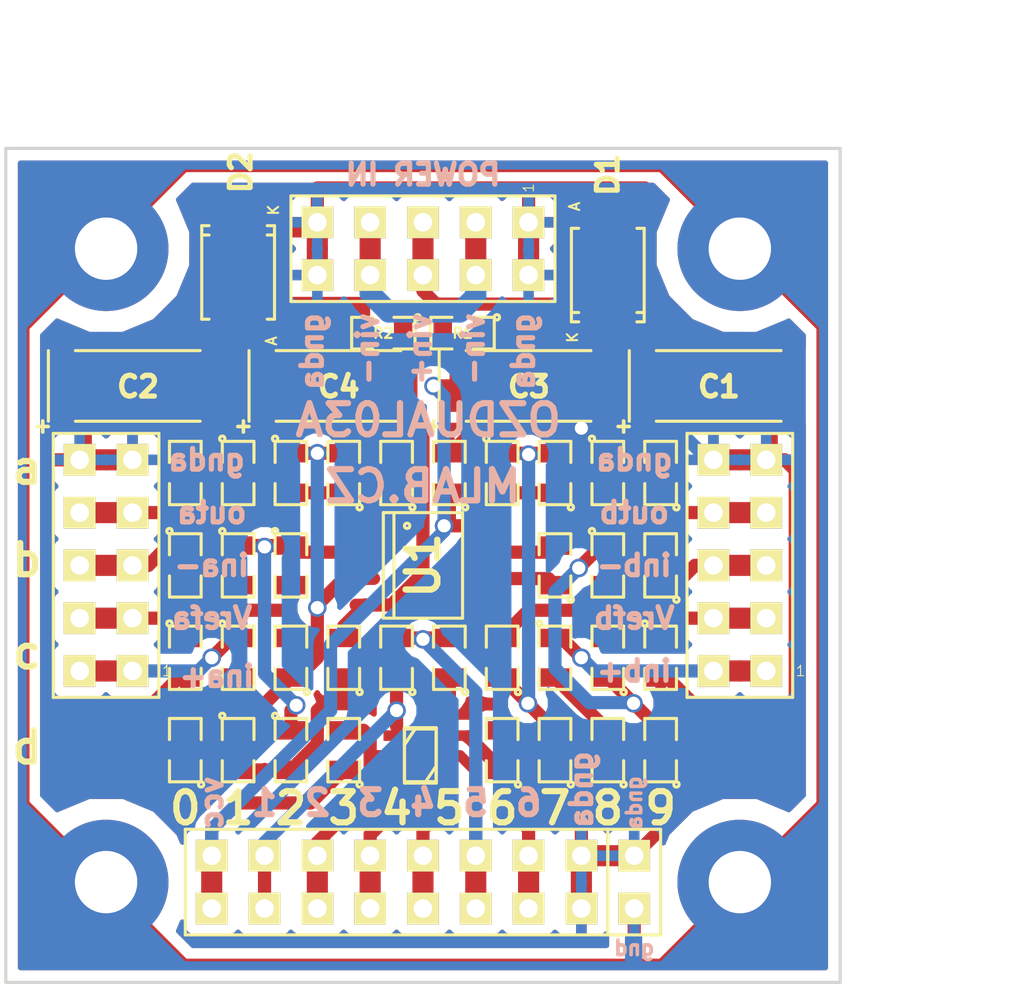
<source format=kicad_pcb>
(kicad_pcb (version 4) (host pcbnew 4.0.2+e4-6225~38~ubuntu15.10.1-stable)

  (general
    (links 126)
    (no_connects 0)
    (area 126.165 69.667 180.212 118.320714)
    (thickness 1.6)
    (drawings 48)
    (tracks 367)
    (zones 0)
    (modules 55)
    (nets 31)
  )

  (page A4)
  (layers
    (0 F.Cu signal)
    (31 B.Cu signal)
    (32 B.Adhes user hide)
    (33 F.Adhes user hide)
    (34 B.Paste user hide)
    (35 F.Paste user hide)
    (36 B.SilkS user)
    (37 F.SilkS user)
    (38 B.Mask user hide)
    (39 F.Mask user hide)
    (40 Dwgs.User user)
    (41 Cmts.User user)
    (42 Eco1.User user hide)
    (43 Eco2.User user hide)
    (44 Edge.Cuts user)
    (45 Margin user hide)
    (46 B.CrtYd user hide)
    (47 F.CrtYd user hide)
    (48 B.Fab user hide)
    (49 F.Fab user hide)
  )

  (setup
    (last_trace_width 0.254)
    (user_trace_width 0.254)
    (user_trace_width 0.508)
    (user_trace_width 0.635)
    (user_trace_width 1.016)
    (trace_clearance 0.2)
    (zone_clearance 0.508)
    (zone_45_only no)
    (trace_min 0.2)
    (segment_width 0.2)
    (edge_width 0.15)
    (via_size 0.889)
    (via_drill 0.635)
    (via_min_size 0.7)
    (via_min_drill 0.3)
    (uvia_size 0.508)
    (uvia_drill 0.127)
    (uvias_allowed no)
    (uvia_min_size 0.3)
    (uvia_min_drill 0.1)
    (pcb_text_width 0.3)
    (pcb_text_size 1.5 1.5)
    (mod_edge_width 0.15)
    (mod_text_size 1 1)
    (mod_text_width 0.15)
    (pad_size 1.524 1.524)
    (pad_drill 0.762)
    (pad_to_mask_clearance 0.2)
    (solder_mask_min_width 0.2)
    (aux_axis_origin 0 0)
    (visible_elements 7FFFFFFF)
    (pcbplotparams
      (layerselection 0x011f0_80000001)
      (usegerberextensions false)
      (excludeedgelayer true)
      (linewidth 0.100000)
      (plotframeref false)
      (viasonmask false)
      (mode 1)
      (useauxorigin false)
      (hpglpennumber 1)
      (hpglpenspeed 20)
      (hpglpendiameter 15)
      (hpglpenoverlay 2)
      (psnegative false)
      (psa4output false)
      (plotreference true)
      (plotvalue true)
      (plotinvisibletext false)
      (padsonsilk false)
      (subtractmaskfromsilk false)
      (outputformat 1)
      (mirror false)
      (drillshape 0)
      (scaleselection 1)
      (outputdirectory ../CAM_PROFI/))
  )

  (net 0 "")
  (net 1 /INA+)
  (net 2 /OUTA)
  (net 3 /INA-)
  (net 4 /VIN+)
  (net 5 GNDA)
  (net 6 VCC)
  (net 7 /VIN-)
  (net 8 VSS)
  (net 9 /INB+)
  (net 10 /OUTB)
  (net 11 /INB-)
  (net 12 GND)
  (net 13 /VREFA)
  (net 14 /VREFB)
  (net 15 "Net-(U1-Pad3)")
  (net 16 "Net-(U1-Pad1)")
  (net 17 "Net-(U1-Pad2)")
  (net 18 "Net-(U1-Pad6)")
  (net 19 "Net-(U1-Pad7)")
  (net 20 "Net-(U1-Pad5)")
  (net 21 "Net-(b0-Pad2)")
  (net 22 "Net-(b8-Pad2)")
  (net 23 "Net-(c1-Pad2)")
  (net 24 "Net-(c7-Pad2)")
  (net 25 /1)
  (net 26 /5)
  (net 27 /3)
  (net 28 /6)
  (net 29 /4)
  (net 30 /2)

  (net_class Default "This is the default net class."
    (clearance 0.2)
    (trace_width 0.254)
    (via_dia 0.889)
    (via_drill 0.635)
    (uvia_dia 0.508)
    (uvia_drill 0.127)
    (add_net /1)
    (add_net /2)
    (add_net /3)
    (add_net /4)
    (add_net /5)
    (add_net /6)
    (add_net /INA+)
    (add_net /INA-)
    (add_net /INB+)
    (add_net /INB-)
    (add_net /OUTA)
    (add_net /OUTB)
    (add_net /VIN+)
    (add_net /VIN-)
    (add_net /VREFA)
    (add_net /VREFB)
    (add_net GND)
    (add_net GNDA)
    (add_net "Net-(U1-Pad1)")
    (add_net "Net-(U1-Pad2)")
    (add_net "Net-(U1-Pad3)")
    (add_net "Net-(U1-Pad5)")
    (add_net "Net-(U1-Pad6)")
    (add_net "Net-(U1-Pad7)")
    (add_net "Net-(b0-Pad2)")
    (add_net "Net-(b8-Pad2)")
    (add_net "Net-(c1-Pad2)")
    (add_net "Net-(c7-Pad2)")
    (add_net VCC)
    (add_net VSS)
  )

  (module Mlab_Pin_Headers:Straight_2x05 (layer F.Cu) (tedit 5798E7D0) (tstamp 578F5243)
    (at 162.56 96.52 180)
    (descr "pin header straight 2x05")
    (tags "pin header straight 2x05")
    (path /575F0877)
    (fp_text reference J4 (at 0 -7.62 180) (layer F.SilkS) hide
      (effects (font (size 1.5 1.5) (thickness 0.15)))
    )
    (fp_text value OPAMPB (at -3.683 0.127 270) (layer F.SilkS) hide
      (effects (font (size 1.5 1.5) (thickness 0.15)))
    )
    (fp_text user 1 (at -2.921 -5.08 180) (layer F.SilkS)
      (effects (font (size 0.5 0.5) (thickness 0.05)))
    )
    (fp_line (start -2.54 -6.35) (end 2.54 -6.35) (layer F.SilkS) (width 0.15))
    (fp_line (start 2.54 -6.35) (end 2.54 6.35) (layer F.SilkS) (width 0.15))
    (fp_line (start 2.54 6.35) (end -2.54 6.35) (layer F.SilkS) (width 0.15))
    (fp_line (start -2.54 6.35) (end -2.54 -6.35) (layer F.SilkS) (width 0.15))
    (pad 1 thru_hole rect (at -1.27 -5.08 180) (size 1.524 1.524) (drill 0.889) (layers *.Cu *.Mask F.SilkS)
      (net 9 /INB+))
    (pad 2 thru_hole rect (at 1.27 -5.08 180) (size 1.524 1.524) (drill 0.889) (layers *.Cu *.Mask F.SilkS)
      (net 9 /INB+))
    (pad 3 thru_hole rect (at -1.27 -2.54 180) (size 1.524 1.524) (drill 0.889) (layers *.Cu *.Mask F.SilkS)
      (net 14 /VREFB))
    (pad 4 thru_hole rect (at 1.27 -2.54 180) (size 1.524 1.524) (drill 0.889) (layers *.Cu *.Mask F.SilkS)
      (net 14 /VREFB))
    (pad 5 thru_hole rect (at -1.27 0 180) (size 1.524 1.524) (drill 0.889) (layers *.Cu *.Mask F.SilkS)
      (net 11 /INB-))
    (pad 6 thru_hole rect (at 1.27 0 180) (size 1.524 1.524) (drill 0.889) (layers *.Cu *.Mask F.SilkS)
      (net 11 /INB-))
    (pad 7 thru_hole rect (at -1.27 2.54 180) (size 1.524 1.524) (drill 0.889) (layers *.Cu *.Mask F.SilkS)
      (net 10 /OUTB))
    (pad 8 thru_hole rect (at 1.27 2.54 180) (size 1.524 1.524) (drill 0.889) (layers *.Cu *.Mask F.SilkS)
      (net 10 /OUTB))
    (pad 9 thru_hole rect (at -1.27 5.08 180) (size 1.524 1.524) (drill 0.889) (layers *.Cu *.Mask F.SilkS)
      (net 5 GNDA))
    (pad 10 thru_hole rect (at 1.27 5.08 180) (size 1.524 1.524) (drill 0.889) (layers *.Cu *.Mask F.SilkS)
      (net 5 GNDA))
    (model Pin_Headers/Pin_Header_Straight_2x05.wrl
      (at (xyz 0 0 0))
      (scale (xyz 1 1 1))
      (rotate (xyz 0 0 90))
    )
  )

  (module Mlab_R:SMD-0805 (layer F.Cu) (tedit 5798E6BD) (tstamp 578F5201)
    (at 158.75 96.52 90)
    (path /574D6CA2)
    (attr smd)
    (fp_text reference b9 (at 0 -0.3175 90) (layer F.SilkS) hide
      (effects (font (size 0.50038 0.50038) (thickness 0.10922)))
    )
    (fp_text value C (at 0.127 0.381 90) (layer F.SilkS) hide
      (effects (font (size 0.50038 0.50038) (thickness 0.10922)))
    )
    (fp_circle (center -1.651 0.762) (end -1.651 0.635) (layer F.SilkS) (width 0.15))
    (fp_line (start -0.508 0.762) (end -1.524 0.762) (layer F.SilkS) (width 0.15))
    (fp_line (start -1.524 0.762) (end -1.524 -0.762) (layer F.SilkS) (width 0.15))
    (fp_line (start -1.524 -0.762) (end -0.508 -0.762) (layer F.SilkS) (width 0.15))
    (fp_line (start 0.508 -0.762) (end 1.524 -0.762) (layer F.SilkS) (width 0.15))
    (fp_line (start 1.524 -0.762) (end 1.524 0.762) (layer F.SilkS) (width 0.15))
    (fp_line (start 1.524 0.762) (end 0.508 0.762) (layer F.SilkS) (width 0.15))
    (pad 1 smd rect (at -0.9525 0 90) (size 0.889 1.397) (layers F.Cu F.Paste F.Mask)
      (net 11 /INB-))
    (pad 2 smd rect (at 0.9525 0 90) (size 0.889 1.397) (layers F.Cu F.Paste F.Mask)
      (net 22 "Net-(b8-Pad2)"))
    (model MLAB_3D/Resistors/chip_cms.wrl
      (at (xyz 0 0 0))
      (scale (xyz 0.1 0.1 0.1))
      (rotate (xyz 0 0 0))
    )
  )

  (module Mlab_IO:SO-8 (layer F.Cu) (tedit 5479A0C5) (tstamp 578F52E9)
    (at 147.32 96.52 270)
    (descr "SO-8 Surface Mount Small Outline 150mil 8pin Package")
    (tags "Power Integrations D Package")
    (path /5745F41A)
    (fp_text reference U1 (at 0 0 270) (layer F.SilkS)
      (effects (font (thickness 0.3048)))
    )
    (fp_text value OZ (at 0 0 270) (layer F.SilkS) hide
      (effects (font (thickness 0.3048)))
    )
    (fp_circle (center -1.905 0.762) (end -1.778 0.762) (layer F.SilkS) (width 0.15))
    (fp_line (start -2.54 1.397) (end 2.54 1.397) (layer F.SilkS) (width 0.15))
    (fp_line (start -2.54 -1.905) (end 2.54 -1.905) (layer F.SilkS) (width 0.15))
    (fp_line (start -2.54 1.905) (end 2.54 1.905) (layer F.SilkS) (width 0.15))
    (fp_line (start -2.54 1.905) (end -2.54 -1.905) (layer F.SilkS) (width 0.15))
    (fp_line (start 2.54 1.905) (end 2.54 -1.905) (layer F.SilkS) (width 0.15))
    (pad 1 smd oval (at -1.905 2.794 270) (size 0.6096 1.4732) (layers F.Cu F.Paste F.Mask)
      (net 16 "Net-(U1-Pad1)"))
    (pad 2 smd oval (at -0.635 2.794 270) (size 0.6096 1.4732) (layers F.Cu F.Paste F.Mask)
      (net 17 "Net-(U1-Pad2)"))
    (pad 3 smd oval (at 0.635 2.794 270) (size 0.6096 1.4732) (layers F.Cu F.Paste F.Mask)
      (net 15 "Net-(U1-Pad3)"))
    (pad 4 smd oval (at 1.905 2.794 270) (size 0.6096 1.4732) (layers F.Cu F.Paste F.Mask)
      (net 8 VSS))
    (pad 5 smd oval (at 1.905 -2.794 270) (size 0.6096 1.4732) (layers F.Cu F.Paste F.Mask)
      (net 20 "Net-(U1-Pad5)"))
    (pad 6 smd oval (at 0.635 -2.794 270) (size 0.6096 1.4732) (layers F.Cu F.Paste F.Mask)
      (net 18 "Net-(U1-Pad6)"))
    (pad 7 smd oval (at -0.635 -2.794 270) (size 0.6096 1.4732) (layers F.Cu F.Paste F.Mask)
      (net 19 "Net-(U1-Pad7)"))
    (pad 8 smd oval (at -1.905 -2.794 270) (size 0.6096 1.4732) (layers F.Cu F.Paste F.Mask)
      (net 6 VCC))
    (model MLAB_3D/IO/cms_so8.wrl
      (at (xyz 0 0 0))
      (scale (xyz 0.5 0.4 0.45))
      (rotate (xyz 0 0 0))
    )
  )

  (module Mlab_R:SMD-0805 (layer F.Cu) (tedit 5798E6D8) (tstamp 578F51A1)
    (at 138.43 100.965 270)
    (path /574D513E)
    (attr smd)
    (fp_text reference c1 (at 0 -0.3175 270) (layer F.SilkS) hide
      (effects (font (size 0.50038 0.50038) (thickness 0.10922)))
    )
    (fp_text value C (at 0.127 0.381 270) (layer F.SilkS) hide
      (effects (font (size 0.50038 0.50038) (thickness 0.10922)))
    )
    (fp_circle (center -1.651 0.762) (end -1.651 0.635) (layer F.SilkS) (width 0.15))
    (fp_line (start -0.508 0.762) (end -1.524 0.762) (layer F.SilkS) (width 0.15))
    (fp_line (start -1.524 0.762) (end -1.524 -0.762) (layer F.SilkS) (width 0.15))
    (fp_line (start -1.524 -0.762) (end -0.508 -0.762) (layer F.SilkS) (width 0.15))
    (fp_line (start 0.508 -0.762) (end 1.524 -0.762) (layer F.SilkS) (width 0.15))
    (fp_line (start 1.524 -0.762) (end 1.524 0.762) (layer F.SilkS) (width 0.15))
    (fp_line (start 1.524 0.762) (end 0.508 0.762) (layer F.SilkS) (width 0.15))
    (pad 1 smd rect (at -0.9525 0 270) (size 0.889 1.397) (layers F.Cu F.Paste F.Mask)
      (net 1 /INA+))
    (pad 2 smd rect (at 0.9525 0 270) (size 0.889 1.397) (layers F.Cu F.Paste F.Mask)
      (net 23 "Net-(c1-Pad2)"))
    (model MLAB_3D/Resistors/chip_cms.wrl
      (at (xyz 0 0 0))
      (scale (xyz 0.1 0.1 0.1))
      (rotate (xyz 0 0 0))
    )
  )

  (module Mlab_R:SMD-0805 (layer F.Cu) (tedit 5798E619) (tstamp 578F51A7)
    (at 140.97 92.075 270)
    (path /574D5CE9)
    (attr smd)
    (fp_text reference a2 (at 0 -0.3175 270) (layer F.SilkS) hide
      (effects (font (size 0.50038 0.50038) (thickness 0.10922)))
    )
    (fp_text value C (at 0.127 0.381 270) (layer F.SilkS) hide
      (effects (font (size 0.50038 0.50038) (thickness 0.10922)))
    )
    (fp_circle (center -1.651 0.762) (end -1.651 0.635) (layer F.SilkS) (width 0.15))
    (fp_line (start -0.508 0.762) (end -1.524 0.762) (layer F.SilkS) (width 0.15))
    (fp_line (start -1.524 0.762) (end -1.524 -0.762) (layer F.SilkS) (width 0.15))
    (fp_line (start -1.524 -0.762) (end -0.508 -0.762) (layer F.SilkS) (width 0.15))
    (fp_line (start 0.508 -0.762) (end 1.524 -0.762) (layer F.SilkS) (width 0.15))
    (fp_line (start 1.524 -0.762) (end 1.524 0.762) (layer F.SilkS) (width 0.15))
    (fp_line (start 1.524 0.762) (end 0.508 0.762) (layer F.SilkS) (width 0.15))
    (pad 1 smd rect (at -0.9525 0 270) (size 0.889 1.397) (layers F.Cu F.Paste F.Mask)
      (net 15 "Net-(U1-Pad3)"))
    (pad 2 smd rect (at 0.9525 0 270) (size 0.889 1.397) (layers F.Cu F.Paste F.Mask)
      (net 16 "Net-(U1-Pad1)"))
    (model MLAB_3D/Resistors/chip_cms.wrl
      (at (xyz 0 0 0))
      (scale (xyz 0.1 0.1 0.1))
      (rotate (xyz 0 0 0))
    )
  )

  (module Mlab_R:SMD-0805 (layer F.Cu) (tedit 5798E5FD) (tstamp 578F51AD)
    (at 135.89 92.075 90)
    (path /574854BB)
    (attr smd)
    (fp_text reference a0 (at 0 -0.3175 90) (layer F.SilkS) hide
      (effects (font (size 0.50038 0.50038) (thickness 0.10922)))
    )
    (fp_text value C (at 0.127 0.381 90) (layer F.SilkS) hide
      (effects (font (size 0.50038 0.50038) (thickness 0.10922)))
    )
    (fp_circle (center -1.651 0.762) (end -1.651 0.635) (layer F.SilkS) (width 0.15))
    (fp_line (start -0.508 0.762) (end -1.524 0.762) (layer F.SilkS) (width 0.15))
    (fp_line (start -1.524 0.762) (end -1.524 -0.762) (layer F.SilkS) (width 0.15))
    (fp_line (start -1.524 -0.762) (end -0.508 -0.762) (layer F.SilkS) (width 0.15))
    (fp_line (start 0.508 -0.762) (end 1.524 -0.762) (layer F.SilkS) (width 0.15))
    (fp_line (start 1.524 -0.762) (end 1.524 0.762) (layer F.SilkS) (width 0.15))
    (fp_line (start 1.524 0.762) (end 0.508 0.762) (layer F.SilkS) (width 0.15))
    (pad 1 smd rect (at -0.9525 0 90) (size 0.889 1.397) (layers F.Cu F.Paste F.Mask)
      (net 2 /OUTA))
    (pad 2 smd rect (at 0.9525 0 90) (size 0.889 1.397) (layers F.Cu F.Paste F.Mask)
      (net 16 "Net-(U1-Pad1)"))
    (model MLAB_3D/Resistors/chip_cms.wrl
      (at (xyz 0 0 0))
      (scale (xyz 0.1 0.1 0.1))
      (rotate (xyz 0 0 0))
    )
  )

  (module Mlab_R:SMD-0805 (layer F.Cu) (tedit 5798E68C) (tstamp 578F51B3)
    (at 135.89 96.52 270)
    (path /5749B98D)
    (attr smd)
    (fp_text reference b0 (at 0 -0.3175 270) (layer F.SilkS) hide
      (effects (font (size 0.50038 0.50038) (thickness 0.10922)))
    )
    (fp_text value C (at 0.127 0.381 270) (layer F.SilkS) hide
      (effects (font (size 0.50038 0.50038) (thickness 0.10922)))
    )
    (fp_circle (center -1.651 0.762) (end -1.651 0.635) (layer F.SilkS) (width 0.15))
    (fp_line (start -0.508 0.762) (end -1.524 0.762) (layer F.SilkS) (width 0.15))
    (fp_line (start -1.524 0.762) (end -1.524 -0.762) (layer F.SilkS) (width 0.15))
    (fp_line (start -1.524 -0.762) (end -0.508 -0.762) (layer F.SilkS) (width 0.15))
    (fp_line (start 0.508 -0.762) (end 1.524 -0.762) (layer F.SilkS) (width 0.15))
    (fp_line (start 1.524 -0.762) (end 1.524 0.762) (layer F.SilkS) (width 0.15))
    (fp_line (start 1.524 0.762) (end 0.508 0.762) (layer F.SilkS) (width 0.15))
    (pad 1 smd rect (at -0.9525 0 270) (size 0.889 1.397) (layers F.Cu F.Paste F.Mask)
      (net 3 /INA-))
    (pad 2 smd rect (at 0.9525 0 270) (size 0.889 1.397) (layers F.Cu F.Paste F.Mask)
      (net 21 "Net-(b0-Pad2)"))
    (model MLAB_3D/Resistors/chip_cms.wrl
      (at (xyz 0 0 0))
      (scale (xyz 0.1 0.1 0.1))
      (rotate (xyz 0 0 0))
    )
  )

  (module Mlab_R:SMD-0805 (layer F.Cu) (tedit 5798E62D) (tstamp 578F51B9)
    (at 146.05 92.075 90)
    (path /574882F0)
    (attr smd)
    (fp_text reference a4 (at 0 -0.3175 90) (layer F.SilkS) hide
      (effects (font (size 0.50038 0.50038) (thickness 0.10922)))
    )
    (fp_text value C (at 0.127 0.381 90) (layer F.SilkS) hide
      (effects (font (size 0.50038 0.50038) (thickness 0.10922)))
    )
    (fp_circle (center -1.651 0.762) (end -1.651 0.635) (layer F.SilkS) (width 0.15))
    (fp_line (start -0.508 0.762) (end -1.524 0.762) (layer F.SilkS) (width 0.15))
    (fp_line (start -1.524 0.762) (end -1.524 -0.762) (layer F.SilkS) (width 0.15))
    (fp_line (start -1.524 -0.762) (end -0.508 -0.762) (layer F.SilkS) (width 0.15))
    (fp_line (start 0.508 -0.762) (end 1.524 -0.762) (layer F.SilkS) (width 0.15))
    (fp_line (start 1.524 -0.762) (end 1.524 0.762) (layer F.SilkS) (width 0.15))
    (fp_line (start 1.524 0.762) (end 0.508 0.762) (layer F.SilkS) (width 0.15))
    (pad 1 smd rect (at -0.9525 0 90) (size 0.889 1.397) (layers F.Cu F.Paste F.Mask)
      (net 17 "Net-(U1-Pad2)"))
    (pad 2 smd rect (at 0.9525 0 90) (size 0.889 1.397) (layers F.Cu F.Paste F.Mask)
      (net 16 "Net-(U1-Pad1)"))
    (model MLAB_3D/Resistors/chip_cms.wrl
      (at (xyz 0 0 0))
      (scale (xyz 0.1 0.1 0.1))
      (rotate (xyz 0 0 0))
    )
  )

  (module Mlab_R:SMD-0805 (layer F.Cu) (tedit 5798E635) (tstamp 578F51CB)
    (at 148.59 92.075 90)
    (path /575DCD53)
    (attr smd)
    (fp_text reference a5 (at 0 -0.3175 90) (layer F.SilkS) hide
      (effects (font (size 0.50038 0.50038) (thickness 0.10922)))
    )
    (fp_text value 100nF (at 0.127 0.381 90) (layer F.SilkS) hide
      (effects (font (size 0.50038 0.50038) (thickness 0.10922)))
    )
    (fp_circle (center -1.651 0.762) (end -1.651 0.635) (layer F.SilkS) (width 0.15))
    (fp_line (start -0.508 0.762) (end -1.524 0.762) (layer F.SilkS) (width 0.15))
    (fp_line (start -1.524 0.762) (end -1.524 -0.762) (layer F.SilkS) (width 0.15))
    (fp_line (start -1.524 -0.762) (end -0.508 -0.762) (layer F.SilkS) (width 0.15))
    (fp_line (start 0.508 -0.762) (end 1.524 -0.762) (layer F.SilkS) (width 0.15))
    (fp_line (start 1.524 -0.762) (end 1.524 0.762) (layer F.SilkS) (width 0.15))
    (fp_line (start 1.524 0.762) (end 0.508 0.762) (layer F.SilkS) (width 0.15))
    (pad 1 smd rect (at -0.9525 0 90) (size 0.889 1.397) (layers F.Cu F.Paste F.Mask)
      (net 6 VCC))
    (pad 2 smd rect (at 0.9525 0 90) (size 0.889 1.397) (layers F.Cu F.Paste F.Mask)
      (net 5 GNDA))
    (model MLAB_3D/Resistors/chip_cms.wrl
      (at (xyz 0 0 0))
      (scale (xyz 0.1 0.1 0.1))
      (rotate (xyz 0 0 0))
    )
  )

  (module Mlab_R:SMD-0805 (layer F.Cu) (tedit 5798E6F2) (tstamp 578F51DD)
    (at 143.51 100.965 90)
    (path /575DD1A4)
    (attr smd)
    (fp_text reference c3 (at 0 -0.3175 90) (layer F.SilkS) hide
      (effects (font (size 0.50038 0.50038) (thickness 0.10922)))
    )
    (fp_text value 100nF (at 0.127 0.381 90) (layer F.SilkS) hide
      (effects (font (size 0.50038 0.50038) (thickness 0.10922)))
    )
    (fp_circle (center -1.651 0.762) (end -1.651 0.635) (layer F.SilkS) (width 0.15))
    (fp_line (start -0.508 0.762) (end -1.524 0.762) (layer F.SilkS) (width 0.15))
    (fp_line (start -1.524 0.762) (end -1.524 -0.762) (layer F.SilkS) (width 0.15))
    (fp_line (start -1.524 -0.762) (end -0.508 -0.762) (layer F.SilkS) (width 0.15))
    (fp_line (start 0.508 -0.762) (end 1.524 -0.762) (layer F.SilkS) (width 0.15))
    (fp_line (start 1.524 -0.762) (end 1.524 0.762) (layer F.SilkS) (width 0.15))
    (fp_line (start 1.524 0.762) (end 0.508 0.762) (layer F.SilkS) (width 0.15))
    (pad 1 smd rect (at -0.9525 0 90) (size 0.889 1.397) (layers F.Cu F.Paste F.Mask)
      (net 5 GNDA))
    (pad 2 smd rect (at 0.9525 0 90) (size 0.889 1.397) (layers F.Cu F.Paste F.Mask)
      (net 8 VSS))
    (model MLAB_3D/Resistors/chip_cms.wrl
      (at (xyz 0 0 0))
      (scale (xyz 0.1 0.1 0.1))
      (rotate (xyz 0 0 0))
    )
  )

  (module Mlab_R:SMD-0805 (layer F.Cu) (tedit 5798E730) (tstamp 578F51E3)
    (at 146.05 100.965 90)
    (path /57618EB4)
    (attr smd)
    (fp_text reference c4 (at 0 -0.3175 90) (layer F.SilkS) hide
      (effects (font (size 0.50038 0.50038) (thickness 0.10922)))
    )
    (fp_text value C (at 0.127 0.381 90) (layer F.SilkS) hide
      (effects (font (size 0.50038 0.50038) (thickness 0.10922)))
    )
    (fp_circle (center -1.651 0.762) (end -1.651 0.635) (layer F.SilkS) (width 0.15))
    (fp_line (start -0.508 0.762) (end -1.524 0.762) (layer F.SilkS) (width 0.15))
    (fp_line (start -1.524 0.762) (end -1.524 -0.762) (layer F.SilkS) (width 0.15))
    (fp_line (start -1.524 -0.762) (end -0.508 -0.762) (layer F.SilkS) (width 0.15))
    (fp_line (start 0.508 -0.762) (end 1.524 -0.762) (layer F.SilkS) (width 0.15))
    (fp_line (start 1.524 -0.762) (end 1.524 0.762) (layer F.SilkS) (width 0.15))
    (fp_line (start 1.524 0.762) (end 0.508 0.762) (layer F.SilkS) (width 0.15))
    (pad 1 smd rect (at -0.9525 0 90) (size 0.889 1.397) (layers F.Cu F.Paste F.Mask)
      (net 25 /1))
    (pad 2 smd rect (at 0.9525 0 90) (size 0.889 1.397) (layers F.Cu F.Paste F.Mask)
      (net 26 /5))
    (model MLAB_3D/Resistors/chip_cms.wrl
      (at (xyz 0 0 0))
      (scale (xyz 0.1 0.1 0.1))
      (rotate (xyz 0 0 0))
    )
  )

  (module Mlab_R:SMD-0805 (layer F.Cu) (tedit 5798E738) (tstamp 578F51E9)
    (at 148.59 100.965 90)
    (path /5761FADF)
    (attr smd)
    (fp_text reference c5 (at 0 -0.3175 90) (layer F.SilkS) hide
      (effects (font (size 0.50038 0.50038) (thickness 0.10922)))
    )
    (fp_text value C (at 0.127 0.381 90) (layer F.SilkS) hide
      (effects (font (size 0.50038 0.50038) (thickness 0.10922)))
    )
    (fp_circle (center -1.651 0.762) (end -1.651 0.635) (layer F.SilkS) (width 0.15))
    (fp_line (start -0.508 0.762) (end -1.524 0.762) (layer F.SilkS) (width 0.15))
    (fp_line (start -1.524 0.762) (end -1.524 -0.762) (layer F.SilkS) (width 0.15))
    (fp_line (start -1.524 -0.762) (end -0.508 -0.762) (layer F.SilkS) (width 0.15))
    (fp_line (start 0.508 -0.762) (end 1.524 -0.762) (layer F.SilkS) (width 0.15))
    (fp_line (start 1.524 -0.762) (end 1.524 0.762) (layer F.SilkS) (width 0.15))
    (fp_line (start 1.524 0.762) (end 0.508 0.762) (layer F.SilkS) (width 0.15))
    (pad 1 smd rect (at -0.9525 0 90) (size 0.889 1.397) (layers F.Cu F.Paste F.Mask)
      (net 27 /3))
    (pad 2 smd rect (at 0.9525 0 90) (size 0.889 1.397) (layers F.Cu F.Paste F.Mask)
      (net 26 /5))
    (model MLAB_3D/Resistors/chip_cms.wrl
      (at (xyz 0 0 0))
      (scale (xyz 0.1 0.1 0.1))
      (rotate (xyz 0 0 0))
    )
  )

  (module Mlab_R:SMD-0805 (layer F.Cu) (tedit 5798E63F) (tstamp 578F51EF)
    (at 151.13 92.075 270)
    (path /574D6C58)
    (attr smd)
    (fp_text reference a6 (at 0 -0.3175 270) (layer F.SilkS) hide
      (effects (font (size 0.50038 0.50038) (thickness 0.10922)))
    )
    (fp_text value C (at 0.127 0.381 270) (layer F.SilkS) hide
      (effects (font (size 0.50038 0.50038) (thickness 0.10922)))
    )
    (fp_circle (center -1.651 0.762) (end -1.651 0.635) (layer F.SilkS) (width 0.15))
    (fp_line (start -0.508 0.762) (end -1.524 0.762) (layer F.SilkS) (width 0.15))
    (fp_line (start -1.524 0.762) (end -1.524 -0.762) (layer F.SilkS) (width 0.15))
    (fp_line (start -1.524 -0.762) (end -0.508 -0.762) (layer F.SilkS) (width 0.15))
    (fp_line (start 0.508 -0.762) (end 1.524 -0.762) (layer F.SilkS) (width 0.15))
    (fp_line (start 1.524 -0.762) (end 1.524 0.762) (layer F.SilkS) (width 0.15))
    (fp_line (start 1.524 0.762) (end 0.508 0.762) (layer F.SilkS) (width 0.15))
    (pad 1 smd rect (at -0.9525 0 270) (size 0.889 1.397) (layers F.Cu F.Paste F.Mask)
      (net 20 "Net-(U1-Pad5)"))
    (pad 2 smd rect (at 0.9525 0 270) (size 0.889 1.397) (layers F.Cu F.Paste F.Mask)
      (net 19 "Net-(U1-Pad7)"))
    (model MLAB_3D/Resistors/chip_cms.wrl
      (at (xyz 0 0 0))
      (scale (xyz 0.1 0.1 0.1))
      (rotate (xyz 0 0 0))
    )
  )

  (module Mlab_R:SMD-0805 (layer F.Cu) (tedit 5798E749) (tstamp 578F51F5)
    (at 153.67 100.965 270)
    (path /574D6C6A)
    (attr smd)
    (fp_text reference c7 (at 0 -0.3175 270) (layer F.SilkS) hide
      (effects (font (size 0.50038 0.50038) (thickness 0.10922)))
    )
    (fp_text value C (at 0.127 0.381 270) (layer F.SilkS) hide
      (effects (font (size 0.50038 0.50038) (thickness 0.10922)))
    )
    (fp_circle (center -1.651 0.762) (end -1.651 0.635) (layer F.SilkS) (width 0.15))
    (fp_line (start -0.508 0.762) (end -1.524 0.762) (layer F.SilkS) (width 0.15))
    (fp_line (start -1.524 0.762) (end -1.524 -0.762) (layer F.SilkS) (width 0.15))
    (fp_line (start -1.524 -0.762) (end -0.508 -0.762) (layer F.SilkS) (width 0.15))
    (fp_line (start 0.508 -0.762) (end 1.524 -0.762) (layer F.SilkS) (width 0.15))
    (fp_line (start 1.524 -0.762) (end 1.524 0.762) (layer F.SilkS) (width 0.15))
    (fp_line (start 1.524 0.762) (end 0.508 0.762) (layer F.SilkS) (width 0.15))
    (pad 1 smd rect (at -0.9525 0 270) (size 0.889 1.397) (layers F.Cu F.Paste F.Mask)
      (net 9 /INB+))
    (pad 2 smd rect (at 0.9525 0 270) (size 0.889 1.397) (layers F.Cu F.Paste F.Mask)
      (net 24 "Net-(c7-Pad2)"))
    (model MLAB_3D/Resistors/chip_cms.wrl
      (at (xyz 0 0 0))
      (scale (xyz 0.1 0.1 0.1))
      (rotate (xyz 0 0 0))
    )
  )

  (module Mlab_R:SMD-0805 (layer F.Cu) (tedit 5798E660) (tstamp 578F51FB)
    (at 158.75 92.075 90)
    (path /574D6C2E)
    (attr smd)
    (fp_text reference a9 (at 0 -0.3175 90) (layer F.SilkS) hide
      (effects (font (size 0.50038 0.50038) (thickness 0.10922)))
    )
    (fp_text value C (at 0.127 0.381 90) (layer F.SilkS) hide
      (effects (font (size 0.50038 0.50038) (thickness 0.10922)))
    )
    (fp_circle (center -1.651 0.762) (end -1.651 0.635) (layer F.SilkS) (width 0.15))
    (fp_line (start -0.508 0.762) (end -1.524 0.762) (layer F.SilkS) (width 0.15))
    (fp_line (start -1.524 0.762) (end -1.524 -0.762) (layer F.SilkS) (width 0.15))
    (fp_line (start -1.524 -0.762) (end -0.508 -0.762) (layer F.SilkS) (width 0.15))
    (fp_line (start 0.508 -0.762) (end 1.524 -0.762) (layer F.SilkS) (width 0.15))
    (fp_line (start 1.524 -0.762) (end 1.524 0.762) (layer F.SilkS) (width 0.15))
    (fp_line (start 1.524 0.762) (end 0.508 0.762) (layer F.SilkS) (width 0.15))
    (pad 1 smd rect (at -0.9525 0 90) (size 0.889 1.397) (layers F.Cu F.Paste F.Mask)
      (net 10 /OUTB))
    (pad 2 smd rect (at 0.9525 0 90) (size 0.889 1.397) (layers F.Cu F.Paste F.Mask)
      (net 19 "Net-(U1-Pad7)"))
    (model MLAB_3D/Resistors/chip_cms.wrl
      (at (xyz 0 0 0))
      (scale (xyz 0.1 0.1 0.1))
      (rotate (xyz 0 0 0))
    )
  )

  (module Mlab_R:SMD-0805 (layer F.Cu) (tedit 5798E6A9) (tstamp 578F5207)
    (at 153.67 96.52 90)
    (path /574D6CAA)
    (attr smd)
    (fp_text reference b7 (at 0 -0.3175 90) (layer F.SilkS) hide
      (effects (font (size 0.50038 0.50038) (thickness 0.10922)))
    )
    (fp_text value C (at 0.127 0.381 90) (layer F.SilkS) hide
      (effects (font (size 0.50038 0.50038) (thickness 0.10922)))
    )
    (fp_circle (center -1.651 0.762) (end -1.651 0.635) (layer F.SilkS) (width 0.15))
    (fp_line (start -0.508 0.762) (end -1.524 0.762) (layer F.SilkS) (width 0.15))
    (fp_line (start -1.524 0.762) (end -1.524 -0.762) (layer F.SilkS) (width 0.15))
    (fp_line (start -1.524 -0.762) (end -0.508 -0.762) (layer F.SilkS) (width 0.15))
    (fp_line (start 0.508 -0.762) (end 1.524 -0.762) (layer F.SilkS) (width 0.15))
    (fp_line (start 1.524 -0.762) (end 1.524 0.762) (layer F.SilkS) (width 0.15))
    (fp_line (start 1.524 0.762) (end 0.508 0.762) (layer F.SilkS) (width 0.15))
    (pad 1 smd rect (at -0.9525 0 90) (size 0.889 1.397) (layers F.Cu F.Paste F.Mask)
      (net 18 "Net-(U1-Pad6)"))
    (pad 2 smd rect (at 0.9525 0 90) (size 0.889 1.397) (layers F.Cu F.Paste F.Mask)
      (net 19 "Net-(U1-Pad7)"))
    (model MLAB_3D/Resistors/chip_cms.wrl
      (at (xyz 0 0 0))
      (scale (xyz 0.1 0.1 0.1))
      (rotate (xyz 0 0 0))
    )
  )

  (module Mlab_Pin_Headers:Straight_2x01 (layer F.Cu) (tedit 5545E8D2) (tstamp 578F5219)
    (at 157.48 111.76 270)
    (descr "pin header straight 2x01")
    (tags "pin header straight 2x01")
    (path /575EAA7C)
    (fp_text reference J1 (at 0 -2.54 270) (layer F.SilkS) hide
      (effects (font (size 1.5 1.5) (thickness 0.15)))
    )
    (fp_text value JUMP2_2x1 (at 0 2.54 270) (layer F.SilkS) hide
      (effects (font (size 1.5 1.5) (thickness 0.15)))
    )
    (fp_line (start -2.54 -1.27) (end 2.54 -1.27) (layer F.SilkS) (width 0.15))
    (fp_line (start 2.54 -1.27) (end 2.54 1.27) (layer F.SilkS) (width 0.15))
    (fp_line (start 2.54 1.27) (end -2.54 1.27) (layer F.SilkS) (width 0.15))
    (fp_line (start -2.54 1.27) (end -2.54 -1.27) (layer F.SilkS) (width 0.15))
    (pad 1 thru_hole rect (at -1.27 0 270) (size 1.524 1.524) (drill 0.889) (layers *.Cu *.Mask F.SilkS)
      (net 5 GNDA))
    (pad 2 thru_hole rect (at 1.27 0 270) (size 1.524 1.524) (drill 0.889) (layers *.Cu *.Mask F.SilkS)
      (net 12 GND))
    (model Pin_Headers/Pin_Header_Straight_2x01.wrl
      (at (xyz 0 0 0))
      (scale (xyz 1 1 1))
      (rotate (xyz 0 0 90))
    )
  )

  (module Mlab_Pin_Headers:Straight_2x05 (layer F.Cu) (tedit 5798E35A) (tstamp 578F5227)
    (at 147.32 81.28 270)
    (descr "pin header straight 2x05")
    (tags "pin header straight 2x05")
    (path /575EC3AE)
    (fp_text reference J2 (at 0 -7.62 270) (layer F.SilkS) hide
      (effects (font (size 1.5 1.5) (thickness 0.15)))
    )
    (fp_text value POWER (at -3.556 0 360) (layer F.SilkS) hide
      (effects (font (size 1.5 1.5) (thickness 0.15)))
    )
    (fp_text user 1 (at -2.921 -5.08 270) (layer F.SilkS)
      (effects (font (size 0.5 0.5) (thickness 0.05)))
    )
    (fp_line (start -2.54 -6.35) (end 2.54 -6.35) (layer F.SilkS) (width 0.15))
    (fp_line (start 2.54 -6.35) (end 2.54 6.35) (layer F.SilkS) (width 0.15))
    (fp_line (start 2.54 6.35) (end -2.54 6.35) (layer F.SilkS) (width 0.15))
    (fp_line (start -2.54 6.35) (end -2.54 -6.35) (layer F.SilkS) (width 0.15))
    (pad 1 thru_hole rect (at -1.27 -5.08 270) (size 1.524 1.524) (drill 0.889) (layers *.Cu *.Mask F.SilkS)
      (net 5 GNDA))
    (pad 2 thru_hole rect (at 1.27 -5.08 270) (size 1.524 1.524) (drill 0.889) (layers *.Cu *.Mask F.SilkS)
      (net 5 GNDA))
    (pad 3 thru_hole rect (at -1.27 -2.54 270) (size 1.524 1.524) (drill 0.889) (layers *.Cu *.Mask F.SilkS)
      (net 7 /VIN-))
    (pad 4 thru_hole rect (at 1.27 -2.54 270) (size 1.524 1.524) (drill 0.889) (layers *.Cu *.Mask F.SilkS)
      (net 7 /VIN-))
    (pad 5 thru_hole rect (at -1.27 0 270) (size 1.524 1.524) (drill 0.889) (layers *.Cu *.Mask F.SilkS)
      (net 4 /VIN+))
    (pad 6 thru_hole rect (at 1.27 0 270) (size 1.524 1.524) (drill 0.889) (layers *.Cu *.Mask F.SilkS)
      (net 4 /VIN+))
    (pad 7 thru_hole rect (at -1.27 2.54 270) (size 1.524 1.524) (drill 0.889) (layers *.Cu *.Mask F.SilkS)
      (net 7 /VIN-))
    (pad 8 thru_hole rect (at 1.27 2.54 270) (size 1.524 1.524) (drill 0.889) (layers *.Cu *.Mask F.SilkS)
      (net 7 /VIN-))
    (pad 9 thru_hole rect (at -1.27 5.08 270) (size 1.524 1.524) (drill 0.889) (layers *.Cu *.Mask F.SilkS)
      (net 5 GNDA))
    (pad 10 thru_hole rect (at 1.27 5.08 270) (size 1.524 1.524) (drill 0.889) (layers *.Cu *.Mask F.SilkS)
      (net 5 GNDA))
    (model Pin_Headers/Pin_Header_Straight_2x05.wrl
      (at (xyz 0 0 0))
      (scale (xyz 1 1 1))
      (rotate (xyz 0 0 90))
    )
  )

  (module Mlab_Pin_Headers:Straight_2x05 (layer F.Cu) (tedit 5798E2F6) (tstamp 578F5235)
    (at 132.08 96.52 180)
    (descr "pin header straight 2x05")
    (tags "pin header straight 2x05")
    (path /575F0796)
    (fp_text reference J3 (at 0 -7.62 180) (layer F.SilkS) hide
      (effects (font (size 1.5 1.5) (thickness 0.15)))
    )
    (fp_text value OPAMPA (at 3.81 5.207 270) (layer F.SilkS) hide
      (effects (font (size 1.5 1.5) (thickness 0.15)))
    )
    (fp_text user 1 (at -2.921 -5.08 180) (layer F.SilkS)
      (effects (font (size 0.5 0.5) (thickness 0.05)))
    )
    (fp_line (start -2.54 -6.35) (end 2.54 -6.35) (layer F.SilkS) (width 0.15))
    (fp_line (start 2.54 -6.35) (end 2.54 6.35) (layer F.SilkS) (width 0.15))
    (fp_line (start 2.54 6.35) (end -2.54 6.35) (layer F.SilkS) (width 0.15))
    (fp_line (start -2.54 6.35) (end -2.54 -6.35) (layer F.SilkS) (width 0.15))
    (pad 1 thru_hole rect (at -1.27 -5.08 180) (size 1.524 1.524) (drill 0.889) (layers *.Cu *.Mask F.SilkS)
      (net 1 /INA+))
    (pad 2 thru_hole rect (at 1.27 -5.08 180) (size 1.524 1.524) (drill 0.889) (layers *.Cu *.Mask F.SilkS)
      (net 1 /INA+))
    (pad 3 thru_hole rect (at -1.27 -2.54 180) (size 1.524 1.524) (drill 0.889) (layers *.Cu *.Mask F.SilkS)
      (net 13 /VREFA))
    (pad 4 thru_hole rect (at 1.27 -2.54 180) (size 1.524 1.524) (drill 0.889) (layers *.Cu *.Mask F.SilkS)
      (net 13 /VREFA))
    (pad 5 thru_hole rect (at -1.27 0 180) (size 1.524 1.524) (drill 0.889) (layers *.Cu *.Mask F.SilkS)
      (net 3 /INA-))
    (pad 6 thru_hole rect (at 1.27 0 180) (size 1.524 1.524) (drill 0.889) (layers *.Cu *.Mask F.SilkS)
      (net 3 /INA-))
    (pad 7 thru_hole rect (at -1.27 2.54 180) (size 1.524 1.524) (drill 0.889) (layers *.Cu *.Mask F.SilkS)
      (net 2 /OUTA))
    (pad 8 thru_hole rect (at 1.27 2.54 180) (size 1.524 1.524) (drill 0.889) (layers *.Cu *.Mask F.SilkS)
      (net 2 /OUTA))
    (pad 9 thru_hole rect (at -1.27 5.08 180) (size 1.524 1.524) (drill 0.889) (layers *.Cu *.Mask F.SilkS)
      (net 5 GNDA))
    (pad 10 thru_hole rect (at 1.27 5.08 180) (size 1.524 1.524) (drill 0.889) (layers *.Cu *.Mask F.SilkS)
      (net 5 GNDA))
    (model Pin_Headers/Pin_Header_Straight_2x05.wrl
      (at (xyz 0 0 0))
      (scale (xyz 1 1 1))
      (rotate (xyz 0 0 90))
    )
  )

  (module Mlab_Mechanical:MountingHole_3mm placed (layer F.Cu) (tedit 5535DB2C) (tstamp 578F5256)
    (at 132.08 111.76 90)
    (descr "Mounting hole, Befestigungsbohrung, 3mm, No Annular, Kein Restring,")
    (tags "Mounting hole, Befestigungsbohrung, 3mm, No Annular, Kein Restring,")
    (path /549D7549)
    (fp_text reference M1 (at 0 -4.191 90) (layer F.SilkS) hide
      (effects (font (thickness 0.3048)))
    )
    (fp_text value HOLE (at 0 4.191 90) (layer F.SilkS) hide
      (effects (font (thickness 0.3048)))
    )
    (fp_circle (center 0 0) (end 2.99974 0) (layer Cmts.User) (width 0.381))
    (pad 1 thru_hole circle (at 0 0 90) (size 6 6) (drill 3) (layers *.Cu *.Adhes *.Mask)
      (net 12 GND) (clearance 1) (zone_connect 2))
  )

  (module Mlab_Mechanical:MountingHole_3mm placed (layer F.Cu) (tedit 5535DB2C) (tstamp 578F525B)
    (at 132.08 81.28 90)
    (descr "Mounting hole, Befestigungsbohrung, 3mm, No Annular, Kein Restring,")
    (tags "Mounting hole, Befestigungsbohrung, 3mm, No Annular, Kein Restring,")
    (path /549D7628)
    (fp_text reference M2 (at 0 -4.191 90) (layer F.SilkS) hide
      (effects (font (thickness 0.3048)))
    )
    (fp_text value HOLE (at 0 4.191 90) (layer F.SilkS) hide
      (effects (font (thickness 0.3048)))
    )
    (fp_circle (center 0 0) (end 2.99974 0) (layer Cmts.User) (width 0.381))
    (pad 1 thru_hole circle (at 0 0 90) (size 6 6) (drill 3) (layers *.Cu *.Adhes *.Mask)
      (net 12 GND) (clearance 1) (zone_connect 2))
  )

  (module Mlab_Mechanical:MountingHole_3mm placed (layer F.Cu) (tedit 5535DB2C) (tstamp 578F5260)
    (at 162.56 111.76 90)
    (descr "Mounting hole, Befestigungsbohrung, 3mm, No Annular, Kein Restring,")
    (tags "Mounting hole, Befestigungsbohrung, 3mm, No Annular, Kein Restring,")
    (path /549D7646)
    (fp_text reference M3 (at 0 -4.191 90) (layer F.SilkS) hide
      (effects (font (thickness 0.3048)))
    )
    (fp_text value HOLE (at 0 4.191 90) (layer F.SilkS) hide
      (effects (font (thickness 0.3048)))
    )
    (fp_circle (center 0 0) (end 2.99974 0) (layer Cmts.User) (width 0.381))
    (pad 1 thru_hole circle (at 0 0 90) (size 6 6) (drill 3) (layers *.Cu *.Adhes *.Mask)
      (net 12 GND) (clearance 1) (zone_connect 2))
  )

  (module Mlab_Mechanical:MountingHole_3mm placed (layer F.Cu) (tedit 5535DB2C) (tstamp 578F5265)
    (at 162.56 81.28 90)
    (descr "Mounting hole, Befestigungsbohrung, 3mm, No Annular, Kein Restring,")
    (tags "Mounting hole, Befestigungsbohrung, 3mm, No Annular, Kein Restring,")
    (path /549D7665)
    (fp_text reference M4 (at 0 -4.191 90) (layer F.SilkS) hide
      (effects (font (thickness 0.3048)))
    )
    (fp_text value HOLE (at 0 4.191 90) (layer F.SilkS) hide
      (effects (font (thickness 0.3048)))
    )
    (fp_circle (center 0 0) (end 2.99974 0) (layer Cmts.User) (width 0.381))
    (pad 1 thru_hole circle (at 0 0 90) (size 6 6) (drill 3) (layers *.Cu *.Adhes *.Mask)
      (net 12 GND) (clearance 1) (zone_connect 2))
  )

  (module Mlab_R:SMD-0805 (layer F.Cu) (tedit 5798E6E0) (tstamp 578F526B)
    (at 140.97 100.965 90)
    (path /574ED470)
    (attr smd)
    (fp_text reference c2 (at 0 -0.3175 90) (layer F.SilkS) hide
      (effects (font (size 0.50038 0.50038) (thickness 0.10922)))
    )
    (fp_text value R (at 0.127 0.381 90) (layer F.SilkS) hide
      (effects (font (size 0.50038 0.50038) (thickness 0.10922)))
    )
    (fp_circle (center -1.651 0.762) (end -1.651 0.635) (layer F.SilkS) (width 0.15))
    (fp_line (start -0.508 0.762) (end -1.524 0.762) (layer F.SilkS) (width 0.15))
    (fp_line (start -1.524 0.762) (end -1.524 -0.762) (layer F.SilkS) (width 0.15))
    (fp_line (start -1.524 -0.762) (end -0.508 -0.762) (layer F.SilkS) (width 0.15))
    (fp_line (start 0.508 -0.762) (end 1.524 -0.762) (layer F.SilkS) (width 0.15))
    (fp_line (start 1.524 -0.762) (end 1.524 0.762) (layer F.SilkS) (width 0.15))
    (fp_line (start 1.524 0.762) (end 0.508 0.762) (layer F.SilkS) (width 0.15))
    (pad 1 smd rect (at -0.9525 0 90) (size 0.889 1.397) (layers F.Cu F.Paste F.Mask)
      (net 15 "Net-(U1-Pad3)"))
    (pad 2 smd rect (at 0.9525 0 90) (size 0.889 1.397) (layers F.Cu F.Paste F.Mask)
      (net 13 /VREFA))
    (model MLAB_3D/Resistors/chip_cms.wrl
      (at (xyz 0 0 0))
      (scale (xyz 0.1 0.1 0.1))
      (rotate (xyz 0 0 0))
    )
  )

  (module Mlab_R:SMD-0805 (layer F.Cu) (tedit 5798E69D) (tstamp 578F5271)
    (at 140.97 96.52 270)
    (path /574ED590)
    (attr smd)
    (fp_text reference b2 (at 0 -0.3175 270) (layer F.SilkS) hide
      (effects (font (size 0.50038 0.50038) (thickness 0.10922)))
    )
    (fp_text value R (at 0.127 0.381 270) (layer F.SilkS) hide
      (effects (font (size 0.50038 0.50038) (thickness 0.10922)))
    )
    (fp_circle (center -1.651 0.762) (end -1.651 0.635) (layer F.SilkS) (width 0.15))
    (fp_line (start -0.508 0.762) (end -1.524 0.762) (layer F.SilkS) (width 0.15))
    (fp_line (start -1.524 0.762) (end -1.524 -0.762) (layer F.SilkS) (width 0.15))
    (fp_line (start -1.524 -0.762) (end -0.508 -0.762) (layer F.SilkS) (width 0.15))
    (fp_line (start 0.508 -0.762) (end 1.524 -0.762) (layer F.SilkS) (width 0.15))
    (fp_line (start 1.524 -0.762) (end 1.524 0.762) (layer F.SilkS) (width 0.15))
    (fp_line (start 1.524 0.762) (end 0.508 0.762) (layer F.SilkS) (width 0.15))
    (pad 1 smd rect (at -0.9525 0 270) (size 0.889 1.397) (layers F.Cu F.Paste F.Mask)
      (net 17 "Net-(U1-Pad2)"))
    (pad 2 smd rect (at 0.9525 0 270) (size 0.889 1.397) (layers F.Cu F.Paste F.Mask)
      (net 13 /VREFA))
    (model MLAB_3D/Resistors/chip_cms.wrl
      (at (xyz 0 0 0))
      (scale (xyz 0.1 0.1 0.1))
      (rotate (xyz 0 0 0))
    )
  )

  (module Mlab_R:SMD-0805 (layer F.Cu) (tedit 5798E76F) (tstamp 578F5277)
    (at 135.89 105.41 90)
    (path /5748662D)
    (attr smd)
    (fp_text reference d0 (at 0 -0.3175 90) (layer F.SilkS) hide
      (effects (font (size 0.50038 0.50038) (thickness 0.10922)))
    )
    (fp_text value R (at 0.127 0.381 90) (layer F.SilkS) hide
      (effects (font (size 0.50038 0.50038) (thickness 0.10922)))
    )
    (fp_circle (center -1.651 0.762) (end -1.651 0.635) (layer F.SilkS) (width 0.15))
    (fp_line (start -0.508 0.762) (end -1.524 0.762) (layer F.SilkS) (width 0.15))
    (fp_line (start -1.524 0.762) (end -1.524 -0.762) (layer F.SilkS) (width 0.15))
    (fp_line (start -1.524 -0.762) (end -0.508 -0.762) (layer F.SilkS) (width 0.15))
    (fp_line (start 0.508 -0.762) (end 1.524 -0.762) (layer F.SilkS) (width 0.15))
    (fp_line (start 1.524 -0.762) (end 1.524 0.762) (layer F.SilkS) (width 0.15))
    (fp_line (start 1.524 0.762) (end 0.508 0.762) (layer F.SilkS) (width 0.15))
    (pad 1 smd rect (at -0.9525 0 90) (size 0.889 1.397) (layers F.Cu F.Paste F.Mask)
      (net 15 "Net-(U1-Pad3)"))
    (pad 2 smd rect (at 0.9525 0 90) (size 0.889 1.397) (layers F.Cu F.Paste F.Mask)
      (net 23 "Net-(c1-Pad2)"))
    (model MLAB_3D/Resistors/chip_cms.wrl
      (at (xyz 0 0 0))
      (scale (xyz 0.1 0.1 0.1))
      (rotate (xyz 0 0 0))
    )
  )

  (module Mlab_R:SMD-0805 (layer F.Cu) (tedit 5798E777) (tstamp 578F527D)
    (at 138.43 105.41 270)
    (path /5748583F)
    (attr smd)
    (fp_text reference d1 (at 0 -0.3175 270) (layer F.SilkS) hide
      (effects (font (size 0.50038 0.50038) (thickness 0.10922)))
    )
    (fp_text value R (at 0.127 0.381 270) (layer F.SilkS) hide
      (effects (font (size 0.50038 0.50038) (thickness 0.10922)))
    )
    (fp_circle (center -1.651 0.762) (end -1.651 0.635) (layer F.SilkS) (width 0.15))
    (fp_line (start -0.508 0.762) (end -1.524 0.762) (layer F.SilkS) (width 0.15))
    (fp_line (start -1.524 0.762) (end -1.524 -0.762) (layer F.SilkS) (width 0.15))
    (fp_line (start -1.524 -0.762) (end -0.508 -0.762) (layer F.SilkS) (width 0.15))
    (fp_line (start 0.508 -0.762) (end 1.524 -0.762) (layer F.SilkS) (width 0.15))
    (fp_line (start 1.524 -0.762) (end 1.524 0.762) (layer F.SilkS) (width 0.15))
    (fp_line (start 1.524 0.762) (end 0.508 0.762) (layer F.SilkS) (width 0.15))
    (pad 1 smd rect (at -0.9525 0 270) (size 0.889 1.397) (layers F.Cu F.Paste F.Mask)
      (net 15 "Net-(U1-Pad3)"))
    (pad 2 smd rect (at 0.9525 0 270) (size 0.889 1.397) (layers F.Cu F.Paste F.Mask)
      (net 5 GNDA))
    (model MLAB_3D/Resistors/chip_cms.wrl
      (at (xyz 0 0 0))
      (scale (xyz 0.1 0.1 0.1))
      (rotate (xyz 0 0 0))
    )
  )

  (module Mlab_R:SMD-0805 (layer F.Cu) (tedit 5798E623) (tstamp 578F5283)
    (at 143.51 92.075 90)
    (path /5745FDE3)
    (attr smd)
    (fp_text reference a3 (at 0 -0.3175 90) (layer F.SilkS) hide
      (effects (font (size 0.50038 0.50038) (thickness 0.10922)))
    )
    (fp_text value R (at 0.127 0.381 90) (layer F.SilkS) hide
      (effects (font (size 0.50038 0.50038) (thickness 0.10922)))
    )
    (fp_circle (center -1.651 0.762) (end -1.651 0.635) (layer F.SilkS) (width 0.15))
    (fp_line (start -0.508 0.762) (end -1.524 0.762) (layer F.SilkS) (width 0.15))
    (fp_line (start -1.524 0.762) (end -1.524 -0.762) (layer F.SilkS) (width 0.15))
    (fp_line (start -1.524 -0.762) (end -0.508 -0.762) (layer F.SilkS) (width 0.15))
    (fp_line (start 0.508 -0.762) (end 1.524 -0.762) (layer F.SilkS) (width 0.15))
    (fp_line (start 1.524 -0.762) (end 1.524 0.762) (layer F.SilkS) (width 0.15))
    (fp_line (start 1.524 0.762) (end 0.508 0.762) (layer F.SilkS) (width 0.15))
    (pad 1 smd rect (at -0.9525 0 90) (size 0.889 1.397) (layers F.Cu F.Paste F.Mask)
      (net 16 "Net-(U1-Pad1)"))
    (pad 2 smd rect (at 0.9525 0 90) (size 0.889 1.397) (layers F.Cu F.Paste F.Mask)
      (net 15 "Net-(U1-Pad3)"))
    (model MLAB_3D/Resistors/chip_cms.wrl
      (at (xyz 0 0 0))
      (scale (xyz 0.1 0.1 0.1))
      (rotate (xyz 0 0 0))
    )
  )

  (module Mlab_R:SMD-0805 (layer F.Cu) (tedit 5798E780) (tstamp 578F5289)
    (at 140.97 105.41 270)
    (path /57486783)
    (attr smd)
    (fp_text reference d2 (at 0 -0.3175 270) (layer F.SilkS) hide
      (effects (font (size 0.50038 0.50038) (thickness 0.10922)))
    )
    (fp_text value R (at 0.127 0.381 270) (layer F.SilkS) hide
      (effects (font (size 0.50038 0.50038) (thickness 0.10922)))
    )
    (fp_circle (center -1.651 0.762) (end -1.651 0.635) (layer F.SilkS) (width 0.15))
    (fp_line (start -0.508 0.762) (end -1.524 0.762) (layer F.SilkS) (width 0.15))
    (fp_line (start -1.524 0.762) (end -1.524 -0.762) (layer F.SilkS) (width 0.15))
    (fp_line (start -1.524 -0.762) (end -0.508 -0.762) (layer F.SilkS) (width 0.15))
    (fp_line (start 0.508 -0.762) (end 1.524 -0.762) (layer F.SilkS) (width 0.15))
    (fp_line (start 1.524 -0.762) (end 1.524 0.762) (layer F.SilkS) (width 0.15))
    (fp_line (start 1.524 0.762) (end 0.508 0.762) (layer F.SilkS) (width 0.15))
    (pad 1 smd rect (at -0.9525 0 270) (size 0.889 1.397) (layers F.Cu F.Paste F.Mask)
      (net 17 "Net-(U1-Pad2)"))
    (pad 2 smd rect (at 0.9525 0 270) (size 0.889 1.397) (layers F.Cu F.Paste F.Mask)
      (net 5 GNDA))
    (model MLAB_3D/Resistors/chip_cms.wrl
      (at (xyz 0 0 0))
      (scale (xyz 0.1 0.1 0.1))
      (rotate (xyz 0 0 0))
    )
  )

  (module Mlab_R:SMD-0805 (layer F.Cu) (tedit 5798E695) (tstamp 578F528F)
    (at 138.43 96.52 270)
    (path /57486CE3)
    (attr smd)
    (fp_text reference b1 (at 0 -0.3175 270) (layer F.SilkS) hide
      (effects (font (size 0.50038 0.50038) (thickness 0.10922)))
    )
    (fp_text value R (at 0.127 0.381 270) (layer F.SilkS) hide
      (effects (font (size 0.50038 0.50038) (thickness 0.10922)))
    )
    (fp_circle (center -1.651 0.762) (end -1.651 0.635) (layer F.SilkS) (width 0.15))
    (fp_line (start -0.508 0.762) (end -1.524 0.762) (layer F.SilkS) (width 0.15))
    (fp_line (start -1.524 0.762) (end -1.524 -0.762) (layer F.SilkS) (width 0.15))
    (fp_line (start -1.524 -0.762) (end -0.508 -0.762) (layer F.SilkS) (width 0.15))
    (fp_line (start 0.508 -0.762) (end 1.524 -0.762) (layer F.SilkS) (width 0.15))
    (fp_line (start 1.524 -0.762) (end 1.524 0.762) (layer F.SilkS) (width 0.15))
    (fp_line (start 1.524 0.762) (end 0.508 0.762) (layer F.SilkS) (width 0.15))
    (pad 1 smd rect (at -0.9525 0 270) (size 0.889 1.397) (layers F.Cu F.Paste F.Mask)
      (net 17 "Net-(U1-Pad2)"))
    (pad 2 smd rect (at 0.9525 0 270) (size 0.889 1.397) (layers F.Cu F.Paste F.Mask)
      (net 21 "Net-(b0-Pad2)"))
    (model MLAB_3D/Resistors/chip_cms.wrl
      (at (xyz 0 0 0))
      (scale (xyz 0.1 0.1 0.1))
      (rotate (xyz 0 0 0))
    )
  )

  (module Mlab_R:SMD-0805 (layer F.Cu) (tedit 5798E60D) (tstamp 578F5295)
    (at 138.43 92.075 270)
    (path /5745FD2A)
    (attr smd)
    (fp_text reference a1 (at 0 -0.3175 270) (layer F.SilkS) hide
      (effects (font (size 0.50038 0.50038) (thickness 0.10922)))
    )
    (fp_text value R (at 0.127 0.381 270) (layer F.SilkS) hide
      (effects (font (size 0.50038 0.50038) (thickness 0.10922)))
    )
    (fp_circle (center -1.651 0.762) (end -1.651 0.635) (layer F.SilkS) (width 0.15))
    (fp_line (start -0.508 0.762) (end -1.524 0.762) (layer F.SilkS) (width 0.15))
    (fp_line (start -1.524 0.762) (end -1.524 -0.762) (layer F.SilkS) (width 0.15))
    (fp_line (start -1.524 -0.762) (end -0.508 -0.762) (layer F.SilkS) (width 0.15))
    (fp_line (start 0.508 -0.762) (end 1.524 -0.762) (layer F.SilkS) (width 0.15))
    (fp_line (start 1.524 -0.762) (end 1.524 0.762) (layer F.SilkS) (width 0.15))
    (fp_line (start 1.524 0.762) (end 0.508 0.762) (layer F.SilkS) (width 0.15))
    (pad 1 smd rect (at -0.9525 0 270) (size 0.889 1.397) (layers F.Cu F.Paste F.Mask)
      (net 16 "Net-(U1-Pad1)"))
    (pad 2 smd rect (at 0.9525 0 270) (size 0.889 1.397) (layers F.Cu F.Paste F.Mask)
      (net 17 "Net-(U1-Pad2)"))
    (model MLAB_3D/Resistors/chip_cms.wrl
      (at (xyz 0 0 0))
      (scale (xyz 0.1 0.1 0.1))
      (rotate (xyz 0 0 0))
    )
  )

  (module Mlab_R:SMD-0805 (layer F.Cu) (tedit 5798E34D) (tstamp 578F529B)
    (at 149.225 85.344 180)
    (path /575DCB8A)
    (attr smd)
    (fp_text reference R1 (at 0 0 180) (layer F.SilkS)
      (effects (font (size 0.50038 0.50038) (thickness 0.10922)))
    )
    (fp_text value R (at 0.127 0.381 180) (layer F.SilkS) hide
      (effects (font (size 0.50038 0.50038) (thickness 0.10922)))
    )
    (fp_circle (center -1.651 0.762) (end -1.651 0.635) (layer F.SilkS) (width 0.15))
    (fp_line (start -0.508 0.762) (end -1.524 0.762) (layer F.SilkS) (width 0.15))
    (fp_line (start -1.524 0.762) (end -1.524 -0.762) (layer F.SilkS) (width 0.15))
    (fp_line (start -1.524 -0.762) (end -0.508 -0.762) (layer F.SilkS) (width 0.15))
    (fp_line (start 0.508 -0.762) (end 1.524 -0.762) (layer F.SilkS) (width 0.15))
    (fp_line (start 1.524 -0.762) (end 1.524 0.762) (layer F.SilkS) (width 0.15))
    (fp_line (start 1.524 0.762) (end 0.508 0.762) (layer F.SilkS) (width 0.15))
    (pad 1 smd rect (at -0.9525 0 180) (size 0.889 1.397) (layers F.Cu F.Paste F.Mask)
      (net 6 VCC))
    (pad 2 smd rect (at 0.9525 0 180) (size 0.889 1.397) (layers F.Cu F.Paste F.Mask)
      (net 4 /VIN+))
    (model MLAB_3D/Resistors/chip_cms.wrl
      (at (xyz 0 0 0))
      (scale (xyz 0.1 0.1 0.1))
      (rotate (xyz 0 0 0))
    )
  )

  (module Mlab_R:SMD-0805 (layer F.Cu) (tedit 5798E33F) (tstamp 578F52A1)
    (at 145.415 85.344 180)
    (path /575DD198)
    (attr smd)
    (fp_text reference R2 (at 0 0 180) (layer F.SilkS)
      (effects (font (size 0.50038 0.50038) (thickness 0.10922)))
    )
    (fp_text value R (at 0.127 0.381 180) (layer F.SilkS) hide
      (effects (font (size 0.50038 0.50038) (thickness 0.10922)))
    )
    (fp_circle (center -1.651 0.762) (end -1.651 0.635) (layer F.SilkS) (width 0.15))
    (fp_line (start -0.508 0.762) (end -1.524 0.762) (layer F.SilkS) (width 0.15))
    (fp_line (start -1.524 0.762) (end -1.524 -0.762) (layer F.SilkS) (width 0.15))
    (fp_line (start -1.524 -0.762) (end -0.508 -0.762) (layer F.SilkS) (width 0.15))
    (fp_line (start 0.508 -0.762) (end 1.524 -0.762) (layer F.SilkS) (width 0.15))
    (fp_line (start 1.524 -0.762) (end 1.524 0.762) (layer F.SilkS) (width 0.15))
    (fp_line (start 1.524 0.762) (end 0.508 0.762) (layer F.SilkS) (width 0.15))
    (pad 1 smd rect (at -0.9525 0 180) (size 0.889 1.397) (layers F.Cu F.Paste F.Mask)
      (net 8 VSS))
    (pad 2 smd rect (at 0.9525 0 180) (size 0.889 1.397) (layers F.Cu F.Paste F.Mask)
      (net 7 /VIN-))
    (model MLAB_3D/Resistors/chip_cms.wrl
      (at (xyz 0 0 0))
      (scale (xyz 0.1 0.1 0.1))
      (rotate (xyz 0 0 0))
    )
  )

  (module Mlab_R:SMD-0805 (layer F.Cu) (tedit 5798E7AF) (tstamp 578F52B3)
    (at 156.21 105.41 90)
    (path /574D6C52)
    (attr smd)
    (fp_text reference d8 (at 0 -0.3175 90) (layer F.SilkS) hide
      (effects (font (size 0.50038 0.50038) (thickness 0.10922)))
    )
    (fp_text value R (at 0.127 0.381 90) (layer F.SilkS) hide
      (effects (font (size 0.50038 0.50038) (thickness 0.10922)))
    )
    (fp_circle (center -1.651 0.762) (end -1.651 0.635) (layer F.SilkS) (width 0.15))
    (fp_line (start -0.508 0.762) (end -1.524 0.762) (layer F.SilkS) (width 0.15))
    (fp_line (start -1.524 0.762) (end -1.524 -0.762) (layer F.SilkS) (width 0.15))
    (fp_line (start -1.524 -0.762) (end -0.508 -0.762) (layer F.SilkS) (width 0.15))
    (fp_line (start 0.508 -0.762) (end 1.524 -0.762) (layer F.SilkS) (width 0.15))
    (fp_line (start 1.524 -0.762) (end 1.524 0.762) (layer F.SilkS) (width 0.15))
    (fp_line (start 1.524 0.762) (end 0.508 0.762) (layer F.SilkS) (width 0.15))
    (pad 1 smd rect (at -0.9525 0 90) (size 0.889 1.397) (layers F.Cu F.Paste F.Mask)
      (net 20 "Net-(U1-Pad5)"))
    (pad 2 smd rect (at 0.9525 0 90) (size 0.889 1.397) (layers F.Cu F.Paste F.Mask)
      (net 24 "Net-(c7-Pad2)"))
    (model MLAB_3D/Resistors/chip_cms.wrl
      (at (xyz 0 0 0))
      (scale (xyz 0.1 0.1 0.1))
      (rotate (xyz 0 0 0))
    )
  )

  (module Mlab_R:SMD-0805 (layer F.Cu) (tedit 5798E64A) (tstamp 578F52B9)
    (at 153.67 92.075 90)
    (path /574D6C22)
    (attr smd)
    (fp_text reference a7 (at 0 -0.3175 90) (layer F.SilkS) hide
      (effects (font (size 0.50038 0.50038) (thickness 0.10922)))
    )
    (fp_text value R (at 0.127 0.381 90) (layer F.SilkS) hide
      (effects (font (size 0.50038 0.50038) (thickness 0.10922)))
    )
    (fp_circle (center -1.651 0.762) (end -1.651 0.635) (layer F.SilkS) (width 0.15))
    (fp_line (start -0.508 0.762) (end -1.524 0.762) (layer F.SilkS) (width 0.15))
    (fp_line (start -1.524 0.762) (end -1.524 -0.762) (layer F.SilkS) (width 0.15))
    (fp_line (start -1.524 -0.762) (end -0.508 -0.762) (layer F.SilkS) (width 0.15))
    (fp_line (start 0.508 -0.762) (end 1.524 -0.762) (layer F.SilkS) (width 0.15))
    (fp_line (start 1.524 -0.762) (end 1.524 0.762) (layer F.SilkS) (width 0.15))
    (fp_line (start 1.524 0.762) (end 0.508 0.762) (layer F.SilkS) (width 0.15))
    (pad 1 smd rect (at -0.9525 0 90) (size 0.889 1.397) (layers F.Cu F.Paste F.Mask)
      (net 19 "Net-(U1-Pad7)"))
    (pad 2 smd rect (at 0.9525 0 90) (size 0.889 1.397) (layers F.Cu F.Paste F.Mask)
      (net 20 "Net-(U1-Pad5)"))
    (model MLAB_3D/Resistors/chip_cms.wrl
      (at (xyz 0 0 0))
      (scale (xyz 0.1 0.1 0.1))
      (rotate (xyz 0 0 0))
    )
  )

  (module Mlab_R:SMD-0805 (layer F.Cu) (tedit 5798E7A8) (tstamp 578F52BF)
    (at 153.67 105.41 90)
    (path /574D6C46)
    (attr smd)
    (fp_text reference d7 (at 0 -0.3175 90) (layer F.SilkS) hide
      (effects (font (size 0.50038 0.50038) (thickness 0.10922)))
    )
    (fp_text value R (at 0.127 0.381 90) (layer F.SilkS) hide
      (effects (font (size 0.50038 0.50038) (thickness 0.10922)))
    )
    (fp_circle (center -1.651 0.762) (end -1.651 0.635) (layer F.SilkS) (width 0.15))
    (fp_line (start -0.508 0.762) (end -1.524 0.762) (layer F.SilkS) (width 0.15))
    (fp_line (start -1.524 0.762) (end -1.524 -0.762) (layer F.SilkS) (width 0.15))
    (fp_line (start -1.524 -0.762) (end -0.508 -0.762) (layer F.SilkS) (width 0.15))
    (fp_line (start 0.508 -0.762) (end 1.524 -0.762) (layer F.SilkS) (width 0.15))
    (fp_line (start 1.524 -0.762) (end 1.524 0.762) (layer F.SilkS) (width 0.15))
    (fp_line (start 1.524 0.762) (end 0.508 0.762) (layer F.SilkS) (width 0.15))
    (pad 1 smd rect (at -0.9525 0 90) (size 0.889 1.397) (layers F.Cu F.Paste F.Mask)
      (net 5 GNDA))
    (pad 2 smd rect (at 0.9525 0 90) (size 0.889 1.397) (layers F.Cu F.Paste F.Mask)
      (net 20 "Net-(U1-Pad5)"))
    (model MLAB_3D/Resistors/chip_cms.wrl
      (at (xyz 0 0 0))
      (scale (xyz 0.1 0.1 0.1))
      (rotate (xyz 0 0 0))
    )
  )

  (module Mlab_R:SMD-0805 (layer F.Cu) (tedit 5798E740) (tstamp 578F52C5)
    (at 151.13 100.965 90)
    (path /574EC7FF)
    (attr smd)
    (fp_text reference c6 (at 0 -0.3175 90) (layer F.SilkS) hide
      (effects (font (size 0.50038 0.50038) (thickness 0.10922)))
    )
    (fp_text value R (at 0.127 0.381 90) (layer F.SilkS) hide
      (effects (font (size 0.50038 0.50038) (thickness 0.10922)))
    )
    (fp_circle (center -1.651 0.762) (end -1.651 0.635) (layer F.SilkS) (width 0.15))
    (fp_line (start -0.508 0.762) (end -1.524 0.762) (layer F.SilkS) (width 0.15))
    (fp_line (start -1.524 0.762) (end -1.524 -0.762) (layer F.SilkS) (width 0.15))
    (fp_line (start -1.524 -0.762) (end -0.508 -0.762) (layer F.SilkS) (width 0.15))
    (fp_line (start 0.508 -0.762) (end 1.524 -0.762) (layer F.SilkS) (width 0.15))
    (fp_line (start 1.524 -0.762) (end 1.524 0.762) (layer F.SilkS) (width 0.15))
    (fp_line (start 1.524 0.762) (end 0.508 0.762) (layer F.SilkS) (width 0.15))
    (pad 1 smd rect (at -0.9525 0 90) (size 0.889 1.397) (layers F.Cu F.Paste F.Mask)
      (net 20 "Net-(U1-Pad5)"))
    (pad 2 smd rect (at 0.9525 0 90) (size 0.889 1.397) (layers F.Cu F.Paste F.Mask)
      (net 14 /VREFB))
    (model MLAB_3D/Resistors/chip_cms.wrl
      (at (xyz 0 0 0))
      (scale (xyz 0.1 0.1 0.1))
      (rotate (xyz 0 0 0))
    )
  )

  (module Mlab_R:SMD-0805 (layer F.Cu) (tedit 5798E754) (tstamp 578F52CB)
    (at 156.21 100.965 90)
    (path /574EC6DF)
    (attr smd)
    (fp_text reference c8 (at 0 -0.3175 90) (layer F.SilkS) hide
      (effects (font (size 0.50038 0.50038) (thickness 0.10922)))
    )
    (fp_text value R (at 0.127 0.381 90) (layer F.SilkS) hide
      (effects (font (size 0.50038 0.50038) (thickness 0.10922)))
    )
    (fp_circle (center -1.651 0.762) (end -1.651 0.635) (layer F.SilkS) (width 0.15))
    (fp_line (start -0.508 0.762) (end -1.524 0.762) (layer F.SilkS) (width 0.15))
    (fp_line (start -1.524 0.762) (end -1.524 -0.762) (layer F.SilkS) (width 0.15))
    (fp_line (start -1.524 -0.762) (end -0.508 -0.762) (layer F.SilkS) (width 0.15))
    (fp_line (start 0.508 -0.762) (end 1.524 -0.762) (layer F.SilkS) (width 0.15))
    (fp_line (start 1.524 -0.762) (end 1.524 0.762) (layer F.SilkS) (width 0.15))
    (fp_line (start 1.524 0.762) (end 0.508 0.762) (layer F.SilkS) (width 0.15))
    (pad 1 smd rect (at -0.9525 0 90) (size 0.889 1.397) (layers F.Cu F.Paste F.Mask)
      (net 18 "Net-(U1-Pad6)"))
    (pad 2 smd rect (at 0.9525 0 90) (size 0.889 1.397) (layers F.Cu F.Paste F.Mask)
      (net 14 /VREFB))
    (model MLAB_3D/Resistors/chip_cms.wrl
      (at (xyz 0 0 0))
      (scale (xyz 0.1 0.1 0.1))
      (rotate (xyz 0 0 0))
    )
  )

  (module Mlab_R:SMD-0805 (layer F.Cu) (tedit 5798E7B6) (tstamp 578F52D1)
    (at 158.75 105.41 90)
    (path /574D6C34)
    (attr smd)
    (fp_text reference d9 (at 0 -0.3175 90) (layer F.SilkS) hide
      (effects (font (size 0.50038 0.50038) (thickness 0.10922)))
    )
    (fp_text value R (at 0.127 0.381 90) (layer F.SilkS) hide
      (effects (font (size 0.50038 0.50038) (thickness 0.10922)))
    )
    (fp_circle (center -1.651 0.762) (end -1.651 0.635) (layer F.SilkS) (width 0.15))
    (fp_line (start -0.508 0.762) (end -1.524 0.762) (layer F.SilkS) (width 0.15))
    (fp_line (start -1.524 0.762) (end -1.524 -0.762) (layer F.SilkS) (width 0.15))
    (fp_line (start -1.524 -0.762) (end -0.508 -0.762) (layer F.SilkS) (width 0.15))
    (fp_line (start 0.508 -0.762) (end 1.524 -0.762) (layer F.SilkS) (width 0.15))
    (fp_line (start 1.524 -0.762) (end 1.524 0.762) (layer F.SilkS) (width 0.15))
    (fp_line (start 1.524 0.762) (end 0.508 0.762) (layer F.SilkS) (width 0.15))
    (pad 1 smd rect (at -0.9525 0 90) (size 0.889 1.397) (layers F.Cu F.Paste F.Mask)
      (net 5 GNDA))
    (pad 2 smd rect (at 0.9525 0 90) (size 0.889 1.397) (layers F.Cu F.Paste F.Mask)
      (net 18 "Net-(U1-Pad6)"))
    (model MLAB_3D/Resistors/chip_cms.wrl
      (at (xyz 0 0 0))
      (scale (xyz 0.1 0.1 0.1))
      (rotate (xyz 0 0 0))
    )
  )

  (module Mlab_R:SMD-0805 (layer F.Cu) (tedit 5798E6B3) (tstamp 578F52D7)
    (at 156.21 96.52 270)
    (path /574D6C40)
    (attr smd)
    (fp_text reference b8 (at 0 -0.3175 270) (layer F.SilkS) hide
      (effects (font (size 0.50038 0.50038) (thickness 0.10922)))
    )
    (fp_text value R (at 0.127 0.381 270) (layer F.SilkS) hide
      (effects (font (size 0.50038 0.50038) (thickness 0.10922)))
    )
    (fp_circle (center -1.651 0.762) (end -1.651 0.635) (layer F.SilkS) (width 0.15))
    (fp_line (start -0.508 0.762) (end -1.524 0.762) (layer F.SilkS) (width 0.15))
    (fp_line (start -1.524 0.762) (end -1.524 -0.762) (layer F.SilkS) (width 0.15))
    (fp_line (start -1.524 -0.762) (end -0.508 -0.762) (layer F.SilkS) (width 0.15))
    (fp_line (start 0.508 -0.762) (end 1.524 -0.762) (layer F.SilkS) (width 0.15))
    (fp_line (start 1.524 -0.762) (end 1.524 0.762) (layer F.SilkS) (width 0.15))
    (fp_line (start 1.524 0.762) (end 0.508 0.762) (layer F.SilkS) (width 0.15))
    (pad 1 smd rect (at -0.9525 0 270) (size 0.889 1.397) (layers F.Cu F.Paste F.Mask)
      (net 18 "Net-(U1-Pad6)"))
    (pad 2 smd rect (at 0.9525 0 270) (size 0.889 1.397) (layers F.Cu F.Paste F.Mask)
      (net 22 "Net-(b8-Pad2)"))
    (model MLAB_3D/Resistors/chip_cms.wrl
      (at (xyz 0 0 0))
      (scale (xyz 0.1 0.1 0.1))
      (rotate (xyz 0 0 0))
    )
  )

  (module Mlab_R:SMD-0805 (layer F.Cu) (tedit 5798E655) (tstamp 578F52DD)
    (at 156.21 92.075 270)
    (path /574D6C28)
    (attr smd)
    (fp_text reference a8 (at 0 -0.3175 270) (layer F.SilkS) hide
      (effects (font (size 0.50038 0.50038) (thickness 0.10922)))
    )
    (fp_text value R (at 0.127 0.381 270) (layer F.SilkS) hide
      (effects (font (size 0.50038 0.50038) (thickness 0.10922)))
    )
    (fp_circle (center -1.651 0.762) (end -1.651 0.635) (layer F.SilkS) (width 0.15))
    (fp_line (start -0.508 0.762) (end -1.524 0.762) (layer F.SilkS) (width 0.15))
    (fp_line (start -1.524 0.762) (end -1.524 -0.762) (layer F.SilkS) (width 0.15))
    (fp_line (start -1.524 -0.762) (end -0.508 -0.762) (layer F.SilkS) (width 0.15))
    (fp_line (start 0.508 -0.762) (end 1.524 -0.762) (layer F.SilkS) (width 0.15))
    (fp_line (start 1.524 -0.762) (end 1.524 0.762) (layer F.SilkS) (width 0.15))
    (fp_line (start 1.524 0.762) (end 0.508 0.762) (layer F.SilkS) (width 0.15))
    (pad 1 smd rect (at -0.9525 0 270) (size 0.889 1.397) (layers F.Cu F.Paste F.Mask)
      (net 19 "Net-(U1-Pad7)"))
    (pad 2 smd rect (at 0.9525 0 270) (size 0.889 1.397) (layers F.Cu F.Paste F.Mask)
      (net 18 "Net-(U1-Pad6)"))
    (model MLAB_3D/Resistors/chip_cms.wrl
      (at (xyz 0 0 0))
      (scale (xyz 0.1 0.1 0.1))
      (rotate (xyz 0 0 0))
    )
  )

  (module Mlab_D:Diode-SMA_Standard (layer F.Cu) (tedit 5798E3B9) (tstamp 579637B8)
    (at 138.43 82.423 90)
    (descr "Diode SMA")
    (tags "Diode SMA")
    (path /575DD18C)
    (attr smd)
    (fp_text reference D2 (at 4.826 0.127 90) (layer F.SilkS)
      (effects (font (size 1 1) (thickness 0.25)))
    )
    (fp_text value M4 (at 0 3.81 90) (layer F.SilkS) hide
      (effects (font (thickness 0.3048)))
    )
    (fp_text user A (at -3.29946 1.6002 90) (layer F.SilkS)
      (effects (font (size 0.50038 0.50038) (thickness 0.09906)))
    )
    (fp_text user K (at 2.99974 1.69926 90) (layer F.SilkS)
      (effects (font (size 0.50038 0.50038) (thickness 0.09906)))
    )
    (fp_circle (center 0 0) (end 0.20066 -0.0508) (layer F.Adhes) (width 0.381))
    (fp_line (start 1.80086 1.75006) (end 1.80086 1.39954) (layer F.SilkS) (width 0.15))
    (fp_line (start 1.80086 -1.75006) (end 1.80086 -1.39954) (layer F.SilkS) (width 0.15))
    (fp_line (start 2.25044 1.75006) (end 2.25044 1.39954) (layer F.SilkS) (width 0.15))
    (fp_line (start -2.25044 1.75006) (end -2.25044 1.39954) (layer F.SilkS) (width 0.15))
    (fp_line (start -2.25044 -1.75006) (end -2.25044 -1.39954) (layer F.SilkS) (width 0.15))
    (fp_line (start 2.25044 -1.75006) (end 2.25044 -1.39954) (layer F.SilkS) (width 0.15))
    (fp_line (start -2.25044 1.75006) (end 2.25044 1.75006) (layer F.SilkS) (width 0.15))
    (fp_line (start -2.25044 -1.75006) (end 2.25044 -1.75006) (layer F.SilkS) (width 0.15))
    (pad 2 smd rect (at -1.99898 0 90) (size 2.49936 1.80086) (layers F.Cu F.Paste F.Mask)
      (net 7 /VIN-))
    (pad 1 smd rect (at 1.99898 0 90) (size 2.49936 1.80086) (layers F.Cu F.Paste F.Mask)
      (net 5 GNDA))
    (model MLAB_3D/Diodes/SMA.wrl
      (at (xyz 0 0 0))
      (scale (xyz 0.3937 0.3937 0.3937))
      (rotate (xyz 0 0 0))
    )
  )

  (module Mlab_D:Diode-SMA_Standard (layer F.Cu) (tedit 5798E3A5) (tstamp 579637D1)
    (at 156.21 82.55 270)
    (descr "Diode SMA")
    (tags "Diode SMA")
    (path /575DC5AC)
    (attr smd)
    (fp_text reference D1 (at -4.826 0 270) (layer F.SilkS)
      (effects (font (size 1 1) (thickness 0.25)))
    )
    (fp_text value M4 (at 0 3.81 270) (layer F.SilkS) hide
      (effects (font (thickness 0.3048)))
    )
    (fp_text user A (at -3.29946 1.6002 270) (layer F.SilkS)
      (effects (font (size 0.50038 0.50038) (thickness 0.09906)))
    )
    (fp_text user K (at 2.99974 1.69926 270) (layer F.SilkS)
      (effects (font (size 0.50038 0.50038) (thickness 0.09906)))
    )
    (fp_circle (center 0 0) (end 0.20066 -0.0508) (layer F.Adhes) (width 0.381))
    (fp_line (start 1.80086 1.75006) (end 1.80086 1.39954) (layer F.SilkS) (width 0.15))
    (fp_line (start 1.80086 -1.75006) (end 1.80086 -1.39954) (layer F.SilkS) (width 0.15))
    (fp_line (start 2.25044 1.75006) (end 2.25044 1.39954) (layer F.SilkS) (width 0.15))
    (fp_line (start -2.25044 1.75006) (end -2.25044 1.39954) (layer F.SilkS) (width 0.15))
    (fp_line (start -2.25044 -1.75006) (end -2.25044 -1.39954) (layer F.SilkS) (width 0.15))
    (fp_line (start 2.25044 -1.75006) (end 2.25044 -1.39954) (layer F.SilkS) (width 0.15))
    (fp_line (start -2.25044 1.75006) (end 2.25044 1.75006) (layer F.SilkS) (width 0.15))
    (fp_line (start -2.25044 -1.75006) (end 2.25044 -1.75006) (layer F.SilkS) (width 0.15))
    (pad 2 smd rect (at -1.99898 0 270) (size 2.49936 1.80086) (layers F.Cu F.Paste F.Mask)
      (net 5 GNDA))
    (pad 1 smd rect (at 1.99898 0 270) (size 2.49936 1.80086) (layers F.Cu F.Paste F.Mask)
      (net 4 /VIN+))
    (model MLAB_3D/Diodes/SMA.wrl
      (at (xyz 0 0 0))
      (scale (xyz 0.3937 0.3937 0.3937))
      (rotate (xyz 0 0 0))
    )
  )

  (module Mlab_R:SMD-0805 (layer F.Cu) (tedit 5798E6C7) (tstamp 57963F2B)
    (at 135.89 100.965 270)
    (path /579676DC)
    (attr smd)
    (fp_text reference c0 (at 0 -0.3175 270) (layer F.SilkS) hide
      (effects (font (size 0.50038 0.50038) (thickness 0.10922)))
    )
    (fp_text value C (at 0.127 0.381 270) (layer F.SilkS) hide
      (effects (font (size 0.50038 0.50038) (thickness 0.10922)))
    )
    (fp_circle (center -1.651 0.762) (end -1.651 0.635) (layer F.SilkS) (width 0.15))
    (fp_line (start -0.508 0.762) (end -1.524 0.762) (layer F.SilkS) (width 0.15))
    (fp_line (start -1.524 0.762) (end -1.524 -0.762) (layer F.SilkS) (width 0.15))
    (fp_line (start -1.524 -0.762) (end -0.508 -0.762) (layer F.SilkS) (width 0.15))
    (fp_line (start 0.508 -0.762) (end 1.524 -0.762) (layer F.SilkS) (width 0.15))
    (fp_line (start 1.524 -0.762) (end 1.524 0.762) (layer F.SilkS) (width 0.15))
    (fp_line (start 1.524 0.762) (end 0.508 0.762) (layer F.SilkS) (width 0.15))
    (pad 1 smd rect (at -0.9525 0 270) (size 0.889 1.397) (layers F.Cu F.Paste F.Mask)
      (net 13 /VREFA))
    (pad 2 smd rect (at 0.9525 0 270) (size 0.889 1.397) (layers F.Cu F.Paste F.Mask)
      (net 5 GNDA))
    (model MLAB_3D/Resistors/chip_cms.wrl
      (at (xyz 0 0 0))
      (scale (xyz 0.1 0.1 0.1))
      (rotate (xyz 0 0 0))
    )
  )

  (module Mlab_R:SMD-0805 (layer F.Cu) (tedit 5798E760) (tstamp 57963F31)
    (at 158.75 100.965 270)
    (path /57966DF4)
    (attr smd)
    (fp_text reference c9 (at 0 -0.3175 270) (layer F.SilkS) hide
      (effects (font (size 0.50038 0.50038) (thickness 0.10922)))
    )
    (fp_text value C (at 0.127 0.381 270) (layer F.SilkS) hide
      (effects (font (size 0.50038 0.50038) (thickness 0.10922)))
    )
    (fp_circle (center -1.651 0.762) (end -1.651 0.635) (layer F.SilkS) (width 0.15))
    (fp_line (start -0.508 0.762) (end -1.524 0.762) (layer F.SilkS) (width 0.15))
    (fp_line (start -1.524 0.762) (end -1.524 -0.762) (layer F.SilkS) (width 0.15))
    (fp_line (start -1.524 -0.762) (end -0.508 -0.762) (layer F.SilkS) (width 0.15))
    (fp_line (start 0.508 -0.762) (end 1.524 -0.762) (layer F.SilkS) (width 0.15))
    (fp_line (start 1.524 -0.762) (end 1.524 0.762) (layer F.SilkS) (width 0.15))
    (fp_line (start 1.524 0.762) (end 0.508 0.762) (layer F.SilkS) (width 0.15))
    (pad 1 smd rect (at -0.9525 0 270) (size 0.889 1.397) (layers F.Cu F.Paste F.Mask)
      (net 14 /VREFB))
    (pad 2 smd rect (at 0.9525 0 270) (size 0.889 1.397) (layers F.Cu F.Paste F.Mask)
      (net 5 GNDA))
    (model MLAB_3D/Resistors/chip_cms.wrl
      (at (xyz 0 0 0))
      (scale (xyz 0.1 0.1 0.1))
      (rotate (xyz 0 0 0))
    )
  )

  (module sot23-6:TantalC_SizeC_Reflow (layer F.Cu) (tedit 5798E50E) (tstamp 5798E76B)
    (at 161.544 87.884)
    (descr "Tantal Cap. , Size C, EIA-6032, Reflow,")
    (tags "Tantal Cap. , Size C, EIA-6032, Reflow,")
    (path /575DC6C0)
    (attr smd)
    (fp_text reference C1 (at 0.0127 0.0381) (layer F.SilkS)
      (effects (font (size 1 1) (thickness 0.25)))
    )
    (fp_text value 47u (at -0.09906 3.59918) (layer F.SilkS) hide
      (effects (font (thickness 0.3048)))
    )
    (fp_line (start -4.30022 -1.69926) (end -4.30022 1.69926) (layer F.SilkS) (width 0.15))
    (fp_line (start 2.99974 1.69926) (end -2.99974 1.69926) (layer F.SilkS) (width 0.15))
    (fp_line (start 2.99974 -1.69926) (end -2.99974 -1.69926) (layer F.SilkS) (width 0.15))
    (fp_text user + (at -4.572 1.905) (layer F.SilkS)
      (effects (font (size 0.7 0.7) (thickness 0.175)))
    )
    (pad 2 smd rect (at 2.52476 0) (size 2.55016 2.49936) (layers F.Cu F.Paste F.Mask)
      (net 5 GNDA))
    (pad 1 smd rect (at -2.52476 0) (size 2.55016 2.49936) (layers F.Cu F.Paste F.Mask)
      (net 4 /VIN+))
    (model MLAB_3D/Capacitors/c_tant_C.wrl
      (at (xyz 0 0 0))
      (scale (xyz 1 1 1))
      (rotate (xyz 0 0 180))
    )
  )

  (module sot23-6:TantalC_SizeC_Reflow (layer F.Cu) (tedit 5798E50E) (tstamp 5798E774)
    (at 133.604 87.884)
    (descr "Tantal Cap. , Size C, EIA-6032, Reflow,")
    (tags "Tantal Cap. , Size C, EIA-6032, Reflow,")
    (path /575DD192)
    (attr smd)
    (fp_text reference C2 (at 0.0127 0.0381) (layer F.SilkS)
      (effects (font (size 1 1) (thickness 0.25)))
    )
    (fp_text value 47u (at -0.09906 3.59918) (layer F.SilkS) hide
      (effects (font (thickness 0.3048)))
    )
    (fp_line (start -4.30022 -1.69926) (end -4.30022 1.69926) (layer F.SilkS) (width 0.15))
    (fp_line (start 2.99974 1.69926) (end -2.99974 1.69926) (layer F.SilkS) (width 0.15))
    (fp_line (start 2.99974 -1.69926) (end -2.99974 -1.69926) (layer F.SilkS) (width 0.15))
    (fp_text user + (at -4.572 1.905) (layer F.SilkS)
      (effects (font (size 0.7 0.7) (thickness 0.175)))
    )
    (pad 2 smd rect (at 2.52476 0) (size 2.55016 2.49936) (layers F.Cu F.Paste F.Mask)
      (net 7 /VIN-))
    (pad 1 smd rect (at -2.52476 0) (size 2.55016 2.49936) (layers F.Cu F.Paste F.Mask)
      (net 5 GNDA))
    (model MLAB_3D/Capacitors/c_tant_C.wrl
      (at (xyz 0 0 0))
      (scale (xyz 1 1 1))
      (rotate (xyz 0 0 180))
    )
  )

  (module sot23-6:TantalC_SizeC_Reflow (layer F.Cu) (tedit 5798E50E) (tstamp 5798E77D)
    (at 152.4 87.884)
    (descr "Tantal Cap. , Size C, EIA-6032, Reflow,")
    (tags "Tantal Cap. , Size C, EIA-6032, Reflow,")
    (path /575DCC73)
    (attr smd)
    (fp_text reference C3 (at 0.0127 0.0381) (layer F.SilkS)
      (effects (font (size 1 1) (thickness 0.25)))
    )
    (fp_text value 47u (at -0.09906 3.59918) (layer F.SilkS) hide
      (effects (font (thickness 0.3048)))
    )
    (fp_line (start -4.30022 -1.69926) (end -4.30022 1.69926) (layer F.SilkS) (width 0.15))
    (fp_line (start 2.99974 1.69926) (end -2.99974 1.69926) (layer F.SilkS) (width 0.15))
    (fp_line (start 2.99974 -1.69926) (end -2.99974 -1.69926) (layer F.SilkS) (width 0.15))
    (fp_text user + (at -4.572 1.905) (layer F.SilkS)
      (effects (font (size 0.7 0.7) (thickness 0.175)))
    )
    (pad 2 smd rect (at 2.52476 0) (size 2.55016 2.49936) (layers F.Cu F.Paste F.Mask)
      (net 5 GNDA))
    (pad 1 smd rect (at -2.52476 0) (size 2.55016 2.49936) (layers F.Cu F.Paste F.Mask)
      (net 6 VCC))
    (model MLAB_3D/Capacitors/c_tant_C.wrl
      (at (xyz 0 0 0))
      (scale (xyz 1 1 1))
      (rotate (xyz 0 0 180))
    )
  )

  (module sot23-6:TantalC_SizeC_Reflow (layer F.Cu) (tedit 5798E50E) (tstamp 5798E786)
    (at 143.256 87.884)
    (descr "Tantal Cap. , Size C, EIA-6032, Reflow,")
    (tags "Tantal Cap. , Size C, EIA-6032, Reflow,")
    (path /575DD19E)
    (attr smd)
    (fp_text reference C4 (at 0.0127 0.0381) (layer F.SilkS)
      (effects (font (size 1 1) (thickness 0.25)))
    )
    (fp_text value 47u (at -0.09906 3.59918) (layer F.SilkS) hide
      (effects (font (thickness 0.3048)))
    )
    (fp_line (start -4.30022 -1.69926) (end -4.30022 1.69926) (layer F.SilkS) (width 0.15))
    (fp_line (start 2.99974 1.69926) (end -2.99974 1.69926) (layer F.SilkS) (width 0.15))
    (fp_line (start 2.99974 -1.69926) (end -2.99974 -1.69926) (layer F.SilkS) (width 0.15))
    (fp_text user + (at -4.572 1.905) (layer F.SilkS)
      (effects (font (size 0.7 0.7) (thickness 0.175)))
    )
    (pad 2 smd rect (at 2.52476 0) (size 2.55016 2.49936) (layers F.Cu F.Paste F.Mask)
      (net 8 VSS))
    (pad 1 smd rect (at -2.52476 0) (size 2.55016 2.49936) (layers F.Cu F.Paste F.Mask)
      (net 5 GNDA))
    (model MLAB_3D/Capacitors/c_tant_C.wrl
      (at (xyz 0 0 0))
      (scale (xyz 1 1 1))
      (rotate (xyz 0 0 180))
    )
  )

  (module Mlab_Pin_Headers:Straight_2x08 (layer F.Cu) (tedit 57A77AF5) (tstamp 57A775B2)
    (at 146.05 111.76 270)
    (descr "pin header straight 2x08")
    (tags "pin header straight 2x08")
    (path /57A8B6E9)
    (fp_text reference J5 (at 0 -11.43 270) (layer F.SilkS) hide
      (effects (font (size 1.5 1.5) (thickness 0.15)))
    )
    (fp_text value SOT23-6 (at 0 11.43 270) (layer F.SilkS) hide
      (effects (font (size 1.5 1.5) (thickness 0.15)))
    )
    (fp_text user 1 (at -2.921 -8.89 270) (layer F.SilkS)
      (effects (font (size 0.5 0.5) (thickness 0.05)))
    )
    (fp_line (start -2.54 -10.16) (end 2.54 -10.16) (layer F.SilkS) (width 0.15))
    (fp_line (start 2.54 -10.16) (end 2.54 10.16) (layer F.SilkS) (width 0.15))
    (fp_line (start 2.54 10.16) (end -2.54 10.16) (layer F.SilkS) (width 0.15))
    (fp_line (start -2.54 10.16) (end -2.54 -10.16) (layer F.SilkS) (width 0.15))
    (pad 1 thru_hole rect (at -1.27 -8.89 270) (size 1.524 1.524) (drill 0.889) (layers *.Cu *.Mask F.SilkS)
      (net 5 GNDA))
    (pad 2 thru_hole rect (at 1.27 -8.89 270) (size 1.524 1.524) (drill 0.889) (layers *.Cu *.Mask F.SilkS)
      (net 5 GNDA))
    (pad 3 thru_hole rect (at -1.27 -6.35 270) (size 1.524 1.524) (drill 0.889) (layers *.Cu *.Mask F.SilkS)
      (net 28 /6))
    (pad 4 thru_hole rect (at 1.27 -6.35 270) (size 1.524 1.524) (drill 0.889) (layers *.Cu *.Mask F.SilkS)
      (net 28 /6))
    (pad 5 thru_hole rect (at -1.27 -3.81 270) (size 1.524 1.524) (drill 0.889) (layers *.Cu *.Mask F.SilkS)
      (net 26 /5))
    (pad 6 thru_hole rect (at 1.27 -3.81 270) (size 1.524 1.524) (drill 0.889) (layers *.Cu *.Mask F.SilkS)
      (net 26 /5))
    (pad 7 thru_hole rect (at -1.27 -1.27 270) (size 1.524 1.524) (drill 0.889) (layers *.Cu *.Mask F.SilkS)
      (net 29 /4))
    (pad 8 thru_hole rect (at 1.27 -1.27 270) (size 1.524 1.524) (drill 0.889) (layers *.Cu *.Mask F.SilkS)
      (net 29 /4))
    (pad 9 thru_hole rect (at -1.27 1.27 270) (size 1.524 1.524) (drill 0.889) (layers *.Cu *.Mask F.SilkS)
      (net 27 /3))
    (pad 10 thru_hole rect (at 1.27 1.27 270) (size 1.524 1.524) (drill 0.889) (layers *.Cu *.Mask F.SilkS)
      (net 27 /3))
    (pad 11 thru_hole rect (at -1.27 3.81 270) (size 1.524 1.524) (drill 0.889) (layers *.Cu *.Mask F.SilkS)
      (net 30 /2))
    (pad 12 thru_hole rect (at 1.27 3.81 270) (size 1.524 1.524) (drill 0.889) (layers *.Cu *.Mask F.SilkS)
      (net 30 /2))
    (pad 13 thru_hole rect (at -1.27 6.35 270) (size 1.524 1.524) (drill 0.889) (layers *.Cu *.Mask F.SilkS)
      (net 25 /1))
    (pad 14 thru_hole rect (at 1.27 6.35 270) (size 1.524 1.524) (drill 0.889) (layers *.Cu *.Mask F.SilkS)
      (net 25 /1))
    (pad 15 thru_hole rect (at -1.27 8.89 270) (size 1.524 1.524) (drill 0.889) (layers *.Cu *.Mask F.SilkS)
      (net 6 VCC))
    (pad 16 thru_hole rect (at 1.27 8.89 270) (size 1.524 1.524) (drill 0.889) (layers *.Cu *.Mask F.SilkS)
      (net 6 VCC))
    (model Pin_Headers/Pin_Header_Straight_2x08.wrl
      (at (xyz 0 0 0))
      (scale (xyz 1 1 1))
      (rotate (xyz 0 0 90))
    )
  )

  (module Mlab_R:SMD-0805 (layer F.Cu) (tedit 57A77DB5) (tstamp 57A775BF)
    (at 143.51 105.41 90)
    (path /57A7E177)
    (attr smd)
    (fp_text reference d3 (at 0 -0.3175 90) (layer F.SilkS) hide
      (effects (font (size 0.50038 0.50038) (thickness 0.10922)))
    )
    (fp_text value R (at 0.127 0.381 90) (layer F.SilkS) hide
      (effects (font (size 0.50038 0.50038) (thickness 0.10922)))
    )
    (fp_circle (center -1.651 0.762) (end -1.651 0.635) (layer F.SilkS) (width 0.15))
    (fp_line (start -0.508 0.762) (end -1.524 0.762) (layer F.SilkS) (width 0.15))
    (fp_line (start -1.524 0.762) (end -1.524 -0.762) (layer F.SilkS) (width 0.15))
    (fp_line (start -1.524 -0.762) (end -0.508 -0.762) (layer F.SilkS) (width 0.15))
    (fp_line (start 0.508 -0.762) (end 1.524 -0.762) (layer F.SilkS) (width 0.15))
    (fp_line (start 1.524 -0.762) (end 1.524 0.762) (layer F.SilkS) (width 0.15))
    (fp_line (start 1.524 0.762) (end 0.508 0.762) (layer F.SilkS) (width 0.15))
    (pad 1 smd rect (at -0.9525 0 90) (size 0.889 1.397) (layers F.Cu F.Paste F.Mask)
      (net 6 VCC))
    (pad 2 smd rect (at 0.9525 0 90) (size 0.889 1.397) (layers F.Cu F.Paste F.Mask)
      (net 30 /2))
    (model MLAB_3D/Resistors/chip_cms.wrl
      (at (xyz 0 0 0))
      (scale (xyz 0.1 0.1 0.1))
      (rotate (xyz 0 0 0))
    )
  )

  (module Mlab_R:SMD-0805 (layer F.Cu) (tedit 57A77DBF) (tstamp 57A775C5)
    (at 151.13 105.41 90)
    (path /57A7E253)
    (attr smd)
    (fp_text reference d6 (at 0 -0.3175 90) (layer F.SilkS) hide
      (effects (font (size 0.50038 0.50038) (thickness 0.10922)))
    )
    (fp_text value R (at 0.127 0.381 90) (layer F.SilkS) hide
      (effects (font (size 0.50038 0.50038) (thickness 0.10922)))
    )
    (fp_circle (center -1.651 0.762) (end -1.651 0.635) (layer F.SilkS) (width 0.15))
    (fp_line (start -0.508 0.762) (end -1.524 0.762) (layer F.SilkS) (width 0.15))
    (fp_line (start -1.524 0.762) (end -1.524 -0.762) (layer F.SilkS) (width 0.15))
    (fp_line (start -1.524 -0.762) (end -0.508 -0.762) (layer F.SilkS) (width 0.15))
    (fp_line (start 0.508 -0.762) (end 1.524 -0.762) (layer F.SilkS) (width 0.15))
    (fp_line (start 1.524 -0.762) (end 1.524 0.762) (layer F.SilkS) (width 0.15))
    (fp_line (start 1.524 0.762) (end 0.508 0.762) (layer F.SilkS) (width 0.15))
    (pad 1 smd rect (at -0.9525 0 90) (size 0.889 1.397) (layers F.Cu F.Paste F.Mask)
      (net 28 /6))
    (pad 2 smd rect (at 0.9525 0 90) (size 0.889 1.397) (layers F.Cu F.Paste F.Mask)
      (net 5 GNDA))
    (model MLAB_3D/Resistors/chip_cms.wrl
      (at (xyz 0 0 0))
      (scale (xyz 0.1 0.1 0.1))
      (rotate (xyz 0 0 0))
    )
  )

  (module Mlab_IO:SOT-23-6 (layer F.Cu) (tedit 57A77B32) (tstamp 57A775D5)
    (at 147.193 105.664 270)
    (path /57A85301)
    (fp_text reference U3 (at 1.99898 0 360) (layer F.SilkS) hide
      (effects (font (size 0.762 0.762) (thickness 0.0762)))
    )
    (fp_text value "ANALOG SWITCH" (at 0.0635 0 270) (layer F.SilkS) hide
      (effects (font (size 0.50038 0.50038) (thickness 0.0762)))
    )
    (fp_line (start -0.508 0.762) (end -1.27 0.254) (layer F.SilkS) (width 0.15))
    (fp_line (start 1.27 0.762) (end -1.3335 0.762) (layer F.SilkS) (width 0.15))
    (fp_line (start -1.3335 0.762) (end -1.3335 -0.762) (layer F.SilkS) (width 0.15))
    (fp_line (start -1.3335 -0.762) (end 1.27 -0.762) (layer F.SilkS) (width 0.15))
    (fp_line (start 1.27 -0.762) (end 1.27 0.762) (layer F.SilkS) (width 0.15))
    (pad 6 smd rect (at -0.9525 -1.27 270) (size 0.5 1.00076) (layers F.Cu F.Paste F.Mask)
      (net 28 /6))
    (pad 5 smd rect (at 0 -1.27 270) (size 0.5 1.00076) (layers F.Cu F.Paste F.Mask)
      (net 26 /5))
    (pad 4 smd rect (at 0.9525 -1.27 270) (size 0.50104 1.00076) (layers F.Cu F.Paste F.Mask)
      (net 29 /4))
    (pad 3 smd rect (at 0.9525 1.27 270) (size 0.5 1.00076) (layers F.Cu F.Paste F.Mask)
      (net 27 /3))
    (pad 2 smd rect (at 0 1.27 270) (size 0.5 1.00076) (layers F.Cu F.Paste F.Mask)
      (net 30 /2))
    (pad 1 smd rect (at -0.9525 1.27 270) (size 0.5 1.00076) (layers F.Cu F.Paste F.Mask)
      (net 25 /1))
    (model MLAB_3D/IO/SOT23_6.wrl
      (at (xyz 0 0 0))
      (scale (xyz 0.11 0.11 0.11))
      (rotate (xyz 0 0 0))
    )
  )

  (module sot23-6:SOT-23-3 (layer F.Cu) (tedit 57A77B2E) (tstamp 57A77906)
    (at 147.193 105.664 90)
    (path /57A94CB6)
    (fp_text reference Q1 (at 1.99898 0 180) (layer F.SilkS) hide
      (effects (font (size 0.762 0.762) (thickness 0.0762)))
    )
    (fp_text value BC846 (at 0.0635 0 90) (layer F.SilkS) hide
      (effects (font (size 0.50038 0.50038) (thickness 0.0762)))
    )
    (fp_line (start -0.508 0.762) (end -1.27 0.254) (layer F.SilkS) (width 0.15))
    (fp_line (start 1.27 0.762) (end -1.3335 0.762) (layer F.SilkS) (width 0.15))
    (fp_line (start -1.3335 0.762) (end -1.3335 -0.762) (layer F.SilkS) (width 0.15))
    (fp_line (start -1.3335 -0.762) (end 1.27 -0.762) (layer F.SilkS) (width 0.15))
    (fp_line (start 1.27 -0.762) (end 1.27 0.762) (layer F.SilkS) (width 0.15))
    (pad 3 smd rect (at 0 -1.27 90) (size 0.5 1.00076) (layers F.Cu F.Paste F.Mask)
      (net 30 /2))
    (pad 2 smd rect (at 0.9525 1.27 90) (size 0.5 1.00076) (layers F.Cu F.Paste F.Mask)
      (net 28 /6))
    (pad 1 smd rect (at -0.9525 1.27 90) (size 0.5 1.00076) (layers F.Cu F.Paste F.Mask)
      (net 29 /4))
    (model MLAB_3D/IO/SOT23_6.wrl
      (at (xyz 0 0 0))
      (scale (xyz 0.11 0.11 0.11))
      (rotate (xyz 0 0 0))
    )
  )

  (module sot23-6:SOT-23-3 (layer F.Cu) (tedit 57A77B36) (tstamp 57A77911)
    (at 147.193 105.664 270)
    (path /57610E4B)
    (fp_text reference U2 (at 1.99898 0 360) (layer F.SilkS) hide
      (effects (font (size 0.762 0.762) (thickness 0.0762)))
    )
    (fp_text value MAX6066 (at 0.0635 0 270) (layer F.SilkS) hide
      (effects (font (size 0.50038 0.50038) (thickness 0.0762)))
    )
    (fp_line (start -0.508 0.762) (end -1.27 0.254) (layer F.SilkS) (width 0.15))
    (fp_line (start 1.27 0.762) (end -1.3335 0.762) (layer F.SilkS) (width 0.15))
    (fp_line (start -1.3335 0.762) (end -1.3335 -0.762) (layer F.SilkS) (width 0.15))
    (fp_line (start -1.3335 -0.762) (end 1.27 -0.762) (layer F.SilkS) (width 0.15))
    (fp_line (start 1.27 -0.762) (end 1.27 0.762) (layer F.SilkS) (width 0.15))
    (pad 3 smd rect (at 0 -1.27 270) (size 0.5 1.00076) (layers F.Cu F.Paste F.Mask)
      (net 26 /5))
    (pad 2 smd rect (at 0.9525 1.27 270) (size 0.5 1.00076) (layers F.Cu F.Paste F.Mask)
      (net 27 /3))
    (pad 1 smd rect (at -0.9525 1.27 270) (size 0.5 1.00076) (layers F.Cu F.Paste F.Mask)
      (net 25 /1))
    (model MLAB_3D/IO/SOT23_6.wrl
      (at (xyz 0 0 0))
      (scale (xyz 0.11 0.11 0.11))
      (rotate (xyz 0 0 0))
    )
  )

  (gr_text 1 (at 139.7 107.95) (layer B.SilkS)
    (effects (font (size 1.2 1.2) (thickness 0.3)) (justify mirror))
  )
  (gr_text MLAB.CZ (at 147.32 92.71) (layer B.SilkS)
    (effects (font (size 1.5 1.5) (thickness 0.3)) (justify mirror))
  )
  (gr_text 6 (at 152.4 107.95) (layer B.SilkS)
    (effects (font (size 1.2 1.2) (thickness 0.3)) (justify mirror))
  )
  (gr_text 5 (at 149.86 107.95) (layer B.SilkS)
    (effects (font (size 1.2 1.2) (thickness 0.3)) (justify mirror))
  )
  (gr_text 4 (at 147.32 107.95) (layer B.SilkS)
    (effects (font (size 1.2 1.2) (thickness 0.3)) (justify mirror))
  )
  (gr_text 3 (at 144.78 107.95) (layer B.SilkS)
    (effects (font (size 1.2 1.2) (thickness 0.3)) (justify mirror))
  )
  (gr_text 2 (at 142.24 107.95) (layer B.SilkS)
    (effects (font (size 1.2 1.2) (thickness 0.3)) (justify mirror))
  )
  (gr_text "POWER IN" (at 147.32 77.724) (layer B.SilkS)
    (effects (font (size 1 1) (thickness 0.25)) (justify mirror))
  )
  (gr_text gnda (at 152.146 86.233 90) (layer B.SilkS)
    (effects (font (size 1 1) (thickness 0.25)) (justify mirror))
  )
  (gr_text vin- (at 149.733 86.106 90) (layer B.SilkS)
    (effects (font (size 1 1) (thickness 0.25)) (justify mirror))
  )
  (gr_text vin+ (at 147.193 86.106 90) (layer B.SilkS)
    (effects (font (size 1 1) (thickness 0.25)) (justify mirror))
  )
  (gr_text vin- (at 144.653 86.106 90) (layer B.SilkS)
    (effects (font (size 1 1) (thickness 0.25)) (justify mirror))
  )
  (gr_text gnda (at 141.986 86.233 90) (layer B.SilkS)
    (effects (font (size 1 1) (thickness 0.25)) (justify mirror))
  )
  (gr_text gnd (at 157.48 114.935) (layer B.SilkS)
    (effects (font (size 0.7 0.7) (thickness 0.175)) (justify mirror))
  )
  (gr_text gnda (at 157.48 107.95 90) (layer B.SilkS)
    (effects (font (size 0.7 0.7) (thickness 0.175)) (justify mirror))
  )
  (gr_text d (at 128.27 105.283) (layer F.SilkS)
    (effects (font (size 1.5 1.5) (thickness 0.3)))
  )
  (gr_text c (at 128.27 100.711) (layer F.SilkS)
    (effects (font (size 1.5 1.5) (thickness 0.3)))
  )
  (gr_text b (at 128.27 96.266) (layer F.SilkS)
    (effects (font (size 1.5 1.5) (thickness 0.3)))
  )
  (gr_text a (at 128.27 91.821) (layer F.SilkS)
    (effects (font (size 1.5 1.5) (thickness 0.3)))
  )
  (gr_text 9 (at 158.75 108.204) (layer F.SilkS)
    (effects (font (size 1.5 1.5) (thickness 0.3)))
  )
  (gr_text 8 (at 156.21 108.204) (layer F.SilkS)
    (effects (font (size 1.5 1.5) (thickness 0.3)))
  )
  (gr_text 7 (at 153.67 108.204) (layer F.SilkS)
    (effects (font (size 1.5 1.5) (thickness 0.3)))
  )
  (gr_text 6 (at 151.13 108.204) (layer F.SilkS)
    (effects (font (size 1.5 1.5) (thickness 0.3)))
  )
  (gr_text 5 (at 148.59 108.204) (layer F.SilkS)
    (effects (font (size 1.5 1.5) (thickness 0.3)))
  )
  (gr_text 4 (at 146.05 108.204) (layer F.SilkS)
    (effects (font (size 1.5 1.5) (thickness 0.3)))
  )
  (gr_text 3 (at 143.51 108.204) (layer F.SilkS)
    (effects (font (size 1.5 1.5) (thickness 0.3)))
  )
  (gr_text 2 (at 140.97 108.204) (layer F.SilkS)
    (effects (font (size 1.5 1.5) (thickness 0.3)))
  )
  (gr_text 1 (at 138.43 108.204) (layer F.SilkS)
    (effects (font (size 1.5 1.5) (thickness 0.3)))
  )
  (gr_text 0 (at 135.89 108.204) (layer F.SilkS)
    (effects (font (size 1.5 1.5) (thickness 0.3)))
  )
  (dimension 40.386 (width 0.3) (layer Dwgs.User)
    (gr_text "40.386 mm" (at 173.562 96.52 270) (layer Dwgs.User)
      (effects (font (size 1.5 1.5) (thickness 0.3)))
    )
    (feature1 (pts (xy 167.513 116.713) (xy 174.912 116.713)))
    (feature2 (pts (xy 167.513 76.327) (xy 174.912 76.327)))
    (crossbar (pts (xy 172.212 76.327) (xy 172.212 116.713)))
    (arrow1a (pts (xy 172.212 116.713) (xy 171.625579 115.586496)))
    (arrow1b (pts (xy 172.212 116.713) (xy 172.798421 115.586496)))
    (arrow2a (pts (xy 172.212 76.327) (xy 171.625579 77.453504)))
    (arrow2b (pts (xy 172.212 76.327) (xy 172.798421 77.453504)))
  )
  (dimension 40.386 (width 0.3) (layer Dwgs.User)
    (gr_text "40.386 mm" (at 147.32 71.167) (layer Dwgs.User)
      (effects (font (size 1.5 1.5) (thickness 0.3)))
    )
    (feature1 (pts (xy 167.513 76.327) (xy 167.513 69.817)))
    (feature2 (pts (xy 127.127 76.327) (xy 127.127 69.817)))
    (crossbar (pts (xy 127.127 72.517) (xy 167.513 72.517)))
    (arrow1a (pts (xy 167.513 72.517) (xy 166.386496 73.103421)))
    (arrow1b (pts (xy 167.513 72.517) (xy 166.386496 71.930579)))
    (arrow2a (pts (xy 127.127 72.517) (xy 128.253504 73.103421)))
    (arrow2b (pts (xy 127.127 72.517) (xy 128.253504 71.930579)))
  )
  (gr_line (start 127.254 116.586) (end 127.254 76.454) (angle 90) (layer Edge.Cuts) (width 0.15))
  (gr_line (start 167.386 116.586) (end 127.254 116.586) (angle 90) (layer Edge.Cuts) (width 0.15))
  (gr_line (start 167.386 76.454) (end 167.386 116.586) (angle 90) (layer Edge.Cuts) (width 0.15))
  (gr_line (start 127.254 76.454) (end 167.386 76.454) (angle 90) (layer Edge.Cuts) (width 0.15))
  (gr_text OZDUAL03A (at 147.574 89.535) (layer B.SilkS)
    (effects (font (size 1.5 1.5) (thickness 0.3)) (justify mirror))
  )
  (gr_text vcc (at 137.16 107.95 90) (layer B.SilkS)
    (effects (font (size 1 1) (thickness 0.25)) (justify mirror))
  )
  (gr_text gnda (at 154.94 107.315 90) (layer B.SilkS)
    (effects (font (size 1 1) (thickness 0.25)) (justify mirror))
  )
  (gr_text inb+ (at 157.48 101.6) (layer B.SilkS)
    (effects (font (size 1 1) (thickness 0.25)) (justify mirror))
  )
  (gr_text Vrefb (at 157.48 99.06) (layer B.SilkS)
    (effects (font (size 1 1) (thickness 0.25)) (justify mirror))
  )
  (gr_text inb- (at 157.48 96.52) (layer B.SilkS)
    (effects (font (size 1 1) (thickness 0.25)) (justify mirror))
  )
  (gr_text outb (at 157.48 93.98) (layer B.SilkS)
    (effects (font (size 1 1) (thickness 0.25)) (justify mirror))
  )
  (gr_text gnda (at 157.48 91.44) (layer B.SilkS)
    (effects (font (size 1 1) (thickness 0.25)) (justify mirror))
  )
  (gr_text ina+ (at 137.414 101.854) (layer B.SilkS)
    (effects (font (size 1 1) (thickness 0.25)) (justify mirror))
  )
  (gr_text Vrefa (at 137.16 99.06) (layer B.SilkS)
    (effects (font (size 1 1) (thickness 0.25)) (justify mirror))
  )
  (gr_text ina- (at 137.16 96.52) (layer B.SilkS)
    (effects (font (size 1 1) (thickness 0.25)) (justify mirror))
  )
  (gr_text outa (at 137.16 93.98) (layer B.SilkS)
    (effects (font (size 1 1) (thickness 0.25)) (justify mirror))
  )
  (gr_text gnda (at 136.906 91.44) (layer B.SilkS)
    (effects (font (size 1 1) (thickness 0.25)) (justify mirror))
  )

  (segment (start 138.43 100.0125) (end 138.1125 100.0125) (width 0.635) (layer F.Cu) (net 1))
  (segment (start 138.1125 100.0125) (end 137.16 100.965) (width 0.635) (layer F.Cu) (net 1) (tstamp 57966F55))
  (via (at 137.16 100.965) (size 0.889) (drill 0.635) (layers F.Cu B.Cu) (net 1))
  (segment (start 137.16 100.965) (end 136.525 101.6) (width 0.635) (layer B.Cu) (net 1) (tstamp 57966F5F))
  (segment (start 136.525 101.6) (end 133.35 101.6) (width 0.635) (layer B.Cu) (net 1) (tstamp 57966F60))
  (segment (start 130.81 101.6) (end 132.08 101.6) (width 1.016) (layer F.Cu) (net 1))
  (segment (start 132.08 101.6) (end 133.35 101.6) (width 1.016) (layer F.Cu) (net 1) (tstamp 578F6AFA))
  (segment (start 133.35 93.98) (end 134.9375 93.98) (width 0.635) (layer F.Cu) (net 2))
  (segment (start 134.9375 93.98) (end 135.89 93.0275) (width 0.635) (layer F.Cu) (net 2) (tstamp 57966EE4))
  (segment (start 130.81 93.98) (end 133.35 93.98) (width 1.016) (layer F.Cu) (net 2))
  (segment (start 133.35 96.52) (end 134.112 96.52) (width 0.635) (layer F.Cu) (net 3))
  (segment (start 134.112 96.52) (end 135.0645 95.5675) (width 0.635) (layer F.Cu) (net 3) (tstamp 57966F11))
  (segment (start 135.0645 95.5675) (end 135.89 95.5675) (width 0.635) (layer F.Cu) (net 3) (tstamp 57966F12))
  (segment (start 135.89 95.5675) (end 136.2075 95.5675) (width 0.635) (layer F.Cu) (net 3))
  (segment (start 130.81 96.52) (end 133.35 96.52) (width 1.016) (layer F.Cu) (net 3))
  (segment (start 156.21 84.54898) (end 156.21 85.07476) (width 0.635) (layer F.Cu) (net 4))
  (segment (start 156.21 85.07476) (end 159.01924 87.884) (width 0.635) (layer F.Cu) (net 4) (tstamp 5796422B))
  (segment (start 148.2725 85.344) (end 148.2725 84.2645) (width 0.635) (layer F.Cu) (net 4))
  (segment (start 148.2725 84.2645) (end 147.955 83.947) (width 0.635) (layer F.Cu) (net 4) (tstamp 579641FF))
  (segment (start 147.32 82.55) (end 147.32 83.312) (width 0.635) (layer F.Cu) (net 4))
  (segment (start 147.32 83.312) (end 147.955 83.947) (width 0.635) (layer F.Cu) (net 4) (tstamp 579641FA))
  (segment (start 147.955 83.947) (end 155.60802 83.947) (width 0.635) (layer F.Cu) (net 4) (tstamp 579641FB))
  (segment (start 155.60802 83.947) (end 156.21 84.54898) (width 0.635) (layer F.Cu) (net 4) (tstamp 579641FC))
  (segment (start 147.32 80.01) (end 147.32 82.55) (width 1.016) (layer F.Cu) (net 4))
  (segment (start 161.29 91.44) (end 161.036 91.44) (width 0.635) (layer B.Cu) (net 5))
  (segment (start 161.036 91.44) (end 159.512 89.916) (width 0.635) (layer B.Cu) (net 5) (tstamp 57A786A6))
  (segment (start 154.92476 89.90076) (end 154.92476 89.80424) (width 0.635) (layer F.Cu) (net 5) (tstamp 57A786B0))
  (segment (start 154.94 89.916) (end 154.92476 89.90076) (width 0.635) (layer F.Cu) (net 5) (tstamp 57A786AF))
  (via (at 154.94 89.916) (size 0.889) (drill 0.635) (layers F.Cu B.Cu) (net 5))
  (segment (start 159.512 89.916) (end 154.94 89.916) (width 0.635) (layer B.Cu) (net 5) (tstamp 57A786AA))
  (segment (start 154.94 108.966) (end 154.94 110.49) (width 0.635) (layer F.Cu) (net 5) (tstamp 57A78075))
  (segment (start 153.67 107.696) (end 154.94 108.966) (width 0.635) (layer F.Cu) (net 5) (tstamp 57A78073))
  (segment (start 153.67 106.3625) (end 153.67 107.696) (width 0.635) (layer F.Cu) (net 5))
  (segment (start 133.35 106.68) (end 133.35 103.505) (width 0.635) (layer F.Cu) (net 5) (tstamp 57A77E09))
  (segment (start 135.255 108.585) (end 133.35 106.68) (width 0.635) (layer F.Cu) (net 5) (tstamp 57A77E03))
  (segment (start 135.89 108.585) (end 135.255 108.585) (width 0.635) (layer F.Cu) (net 5) (tstamp 57A77E00))
  (segment (start 138.1125 106.3625) (end 135.89 108.585) (width 0.635) (layer F.Cu) (net 5) (tstamp 57A77DFC))
  (segment (start 138.43 106.3625) (end 138.1125 106.3625) (width 0.635) (layer F.Cu) (net 5))
  (segment (start 133.35 103.505) (end 129.286 103.505) (width 0.635) (layer F.Cu) (net 5) (tstamp 57A77E0D))
  (segment (start 158.75 109.22) (end 157.48 110.49) (width 0.635) (layer F.Cu) (net 5))
  (segment (start 151.13 104.4575) (end 151.4475 104.4575) (width 0.635) (layer F.Cu) (net 5))
  (segment (start 151.4475 104.4575) (end 153.3525 106.3625) (width 0.635) (layer F.Cu) (net 5) (tstamp 57A77A2E))
  (segment (start 153.3525 106.3625) (end 153.67 106.3625) (width 0.635) (layer F.Cu) (net 5) (tstamp 57A77A2F))
  (segment (start 154.94 110.49) (end 157.48 110.49) (width 1.016) (layer F.Cu) (net 5))
  (segment (start 154.94 110.49) (end 154.94 113.03) (width 1.016) (layer F.Cu) (net 5))
  (segment (start 158.75 106.3625) (end 158.75 109.22) (width 0.635) (layer F.Cu) (net 5))
  (segment (start 158.75 109.22) (end 158.75 109.093) (width 0.635) (layer F.Cu) (net 5) (tstamp 57A77A33))
  (segment (start 158.75 109.093) (end 158.75 108.839) (width 0.635) (layer F.Cu) (net 5) (tstamp 57967FCF))
  (segment (start 158.75 108.839) (end 158.75 109.093) (width 0.635) (layer F.Cu) (net 5) (tstamp 57967FD1))
  (segment (start 157.988 80.518) (end 157.988 83.566) (width 0.635) (layer F.Cu) (net 5))
  (segment (start 164.06876 85.70976) (end 164.06876 87.884) (width 0.635) (layer F.Cu) (net 5) (tstamp 57967FBA))
  (segment (start 163.957 85.598) (end 164.06876 85.70976) (width 0.635) (layer F.Cu) (net 5) (tstamp 57967FB7))
  (segment (start 160.02 85.598) (end 163.957 85.598) (width 0.635) (layer F.Cu) (net 5) (tstamp 57967FB5))
  (segment (start 157.988 83.566) (end 160.02 85.598) (width 0.635) (layer F.Cu) (net 5) (tstamp 57967FB3))
  (segment (start 164.06876 87.884) (end 164.06876 91.20124) (width 0.635) (layer F.Cu) (net 5))
  (segment (start 164.06876 91.20124) (end 163.83 91.44) (width 0.635) (layer F.Cu) (net 5) (tstamp 57967FAE))
  (segment (start 131.07924 89.90076) (end 131.07924 91.17076) (width 0.635) (layer F.Cu) (net 5))
  (segment (start 131.07924 91.17076) (end 130.81 91.44) (width 0.635) (layer F.Cu) (net 5) (tstamp 57967F96))
  (segment (start 157.988 80.518) (end 156.24302 80.518) (width 0.635) (layer F.Cu) (net 5))
  (segment (start 156.24302 80.518) (end 156.21 80.55102) (width 0.635) (layer F.Cu) (net 5) (tstamp 57967F6F))
  (segment (start 131.07924 87.884) (end 131.07924 85.70976) (width 0.635) (layer F.Cu) (net 5))
  (segment (start 136.61898 80.42402) (end 138.43 80.42402) (width 0.635) (layer F.Cu) (net 5) (tstamp 57967F60))
  (segment (start 136.525 80.518) (end 136.61898 80.42402) (width 0.635) (layer F.Cu) (net 5) (tstamp 57967F5E))
  (segment (start 136.525 83.185) (end 136.525 80.518) (width 0.635) (layer F.Cu) (net 5) (tstamp 57967F5B))
  (segment (start 133.985 85.725) (end 136.525 83.185) (width 0.635) (layer F.Cu) (net 5) (tstamp 57967F5A))
  (segment (start 131.09448 85.725) (end 133.985 85.725) (width 0.635) (layer F.Cu) (net 5) (tstamp 57967F58))
  (segment (start 131.07924 85.70976) (end 131.09448 85.725) (width 0.635) (layer F.Cu) (net 5) (tstamp 57967F57))
  (segment (start 138.43 80.42402) (end 141.82598 80.42402) (width 0.635) (layer F.Cu) (net 5))
  (segment (start 141.82598 80.42402) (end 142.24 80.01) (width 0.635) (layer F.Cu) (net 5) (tstamp 57967F54))
  (segment (start 142.14602 79.91602) (end 142.24 80.01) (width 0.635) (layer F.Cu) (net 5) (tstamp 57967EFE))
  (segment (start 131.07924 87.884) (end 131.07924 89.90076) (width 0.635) (layer F.Cu) (net 5))
  (segment (start 140.73124 89.90076) (end 140.73124 87.884) (width 0.635) (layer F.Cu) (net 5) (tstamp 57967EF3))
  (segment (start 140.716 89.916) (end 140.73124 89.90076) (width 0.635) (layer F.Cu) (net 5) (tstamp 57967EF2))
  (segment (start 131.09448 89.916) (end 140.716 89.916) (width 0.635) (layer F.Cu) (net 5) (tstamp 57967EF1))
  (segment (start 131.07924 89.90076) (end 131.09448 89.916) (width 0.635) (layer F.Cu) (net 5) (tstamp 57967EF0))
  (segment (start 158.75 101.9175) (end 159.0675 101.9175) (width 0.635) (layer F.Cu) (net 5))
  (segment (start 159.0675 101.9175) (end 160.655 103.505) (width 0.635) (layer F.Cu) (net 5) (tstamp 5796450B))
  (segment (start 160.655 103.505) (end 165.227 103.505) (width 0.635) (layer F.Cu) (net 5) (tstamp 5796450F))
  (segment (start 135.89 101.9175) (end 135.5725 101.9175) (width 0.635) (layer F.Cu) (net 5))
  (segment (start 135.5725 101.9175) (end 133.985 103.505) (width 0.635) (layer F.Cu) (net 5) (tstamp 57964505))
  (segment (start 133.985 103.505) (end 133.35 103.505) (width 0.635) (layer F.Cu) (net 5) (tstamp 57964506))
  (segment (start 143.51 101.9175) (end 143.51 102.235) (width 0.635) (layer F.Cu) (net 5))
  (segment (start 143.51 102.235) (end 142.24 103.505) (width 0.635) (layer F.Cu) (net 5) (tstamp 579644FC))
  (segment (start 142.24 103.505) (end 142.24 105.0925) (width 0.635) (layer F.Cu) (net 5) (tstamp 579644FD))
  (segment (start 142.24 105.0925) (end 140.97 106.3625) (width 0.635) (layer F.Cu) (net 5) (tstamp 579644FE))
  (segment (start 140.97 106.3625) (end 138.43 106.3625) (width 0.635) (layer F.Cu) (net 5))
  (segment (start 130.81 91.44) (end 129.286 91.44) (width 0.635) (layer F.Cu) (net 5))
  (segment (start 129.286 91.44) (end 129.413 91.44) (width 0.635) (layer F.Cu) (net 5) (tstamp 57964434))
  (segment (start 129.413 91.44) (end 129.286 91.44) (width 0.635) (layer F.Cu) (net 5) (tstamp 57964436))
  (segment (start 129.286 91.44) (end 129.286 103.505) (width 0.635) (layer F.Cu) (net 5) (tstamp 57964437))
  (segment (start 152.4 80.01) (end 152.4 78.359) (width 0.635) (layer F.Cu) (net 5))
  (segment (start 152.4 78.359) (end 152.4 78.486) (width 0.635) (layer F.Cu) (net 5) (tstamp 579643D6))
  (segment (start 152.4 78.486) (end 152.4 78.359) (width 0.635) (layer F.Cu) (net 5) (tstamp 579643D9))
  (segment (start 154.92476 87.884) (end 154.92476 89.80424) (width 0.635) (layer F.Cu) (net 5))
  (segment (start 154.92476 89.80424) (end 154.813 89.916) (width 0.635) (layer F.Cu) (net 5) (tstamp 579643CB))
  (segment (start 163.83 91.44) (end 164.719 91.44) (width 0.635) (layer F.Cu) (net 5))
  (segment (start 164.719 91.44) (end 165.227 91.948) (width 0.635) (layer F.Cu) (net 5) (tstamp 579643BA))
  (segment (start 142.24 80.01) (end 142.24 78.359) (width 0.635) (layer F.Cu) (net 5))
  (segment (start 142.24 78.359) (end 152.4 78.359) (width 0.635) (layer F.Cu) (net 5) (tstamp 57964357))
  (segment (start 152.4 78.359) (end 157.988 78.359) (width 0.635) (layer F.Cu) (net 5) (tstamp 579643DA))
  (segment (start 157.988 78.359) (end 157.988 80.518) (width 0.635) (layer F.Cu) (net 5) (tstamp 5796435E))
  (segment (start 160.782 107.061) (end 158.75 109.093) (width 0.635) (layer F.Cu) (net 5) (tstamp 579643AE))
  (segment (start 164.973 107.061) (end 160.782 107.061) (width 0.635) (layer F.Cu) (net 5) (tstamp 579643A9))
  (segment (start 165.227 107.315) (end 164.973 107.061) (width 0.635) (layer F.Cu) (net 5) (tstamp 579643A0))
  (segment (start 165.227 103.505) (end 165.227 107.315) (width 0.635) (layer F.Cu) (net 5) (tstamp 57964513))
  (segment (start 165.227 91.948) (end 165.227 103.505) (width 0.635) (layer F.Cu) (net 5) (tstamp 579643C0))
  (segment (start 148.59 91.1225) (end 148.6535 91.1225) (width 0.635) (layer F.Cu) (net 5))
  (segment (start 148.6535 91.1225) (end 149.86 89.916) (width 0.635) (layer F.Cu) (net 5) (tstamp 579642A4))
  (segment (start 149.86 89.916) (end 154.813 89.916) (width 0.635) (layer F.Cu) (net 5) (tstamp 579642A7))
  (segment (start 154.92476 87.884) (end 154.92476 87.99576) (width 0.635) (layer F.Cu) (net 5))
  (segment (start 131.07924 87.884) (end 131.07924 88.15324) (width 0.635) (layer F.Cu) (net 5))
  (segment (start 163.83 91.44) (end 164.465 91.44) (width 0.254) (layer F.Cu) (net 5))
  (segment (start 152.4 80.01) (end 152.4 79.375) (width 0.254) (layer F.Cu) (net 5))
  (segment (start 161.29 91.44) (end 162.56 91.44) (width 1.016) (layer F.Cu) (net 5))
  (segment (start 162.56 91.44) (end 163.83 91.44) (width 1.016) (layer F.Cu) (net 5) (tstamp 578F6CAB))
  (segment (start 130.81 91.44) (end 132.08 91.44) (width 1.016) (layer F.Cu) (net 5))
  (segment (start 132.08 91.44) (end 133.35 91.44) (width 1.016) (layer F.Cu) (net 5) (tstamp 578F6CEA))
  (segment (start 152.4 80.01) (end 152.4 81.28) (width 1.016) (layer F.Cu) (net 5))
  (segment (start 152.4 81.28) (end 152.4 82.55) (width 1.016) (layer F.Cu) (net 5) (tstamp 578F6CB4))
  (segment (start 142.24 80.01) (end 142.24 81.28) (width 1.016) (layer F.Cu) (net 5))
  (segment (start 142.24 81.28) (end 142.24 82.55) (width 1.016) (layer F.Cu) (net 5) (tstamp 578F6CDD))
  (segment (start 148.336 94.615) (end 148.336 94.869) (width 0.635) (layer B.Cu) (net 6))
  (segment (start 137.16 109.22) (end 137.16 110.49) (width 0.635) (layer B.Cu) (net 6) (tstamp 57A77AAD))
  (segment (start 142.875 103.505) (end 137.16 109.22) (width 0.635) (layer B.Cu) (net 6) (tstamp 57A77AAB))
  (segment (start 142.875 100.33) (end 142.875 103.505) (width 0.635) (layer B.Cu) (net 6) (tstamp 57A77AA9))
  (segment (start 148.336 94.869) (end 142.875 100.33) (width 0.635) (layer B.Cu) (net 6) (tstamp 57A77AA8))
  (segment (start 137.16 110.49) (end 137.16 109.22) (width 0.635) (layer F.Cu) (net 6))
  (segment (start 137.16 109.22) (end 138.43 107.95) (width 0.635) (layer F.Cu) (net 6) (tstamp 57A77A98))
  (segment (start 138.43 107.95) (end 141.9225 107.95) (width 0.635) (layer F.Cu) (net 6) (tstamp 57A77A99))
  (segment (start 141.9225 107.95) (end 143.51 106.3625) (width 0.635) (layer F.Cu) (net 6) (tstamp 57A77A9A))
  (segment (start 137.16 110.49) (end 137.16 109.855) (width 0.635) (layer F.Cu) (net 6))
  (segment (start 137.16 110.49) (end 137.16 113.03) (width 1.016) (layer F.Cu) (net 6))
  (segment (start 148.59 93.0275) (end 148.59 94.361) (width 0.635) (layer F.Cu) (net 6))
  (segment (start 148.59 94.361) (end 148.336 94.615) (width 0.635) (layer F.Cu) (net 6) (tstamp 579642FF))
  (segment (start 150.114 94.615) (end 148.336 94.615) (width 0.635) (layer F.Cu) (net 6))
  (via (at 148.336 94.615) (size 0.889) (drill 0.635) (layers F.Cu B.Cu) (net 6))
  (segment (start 148.336 94.615) (end 148.209 94.615) (width 0.635) (layer B.Cu) (net 6) (tstamp 579642FA))
  (segment (start 148.209 94.615) (end 148.336 94.615) (width 0.635) (layer B.Cu) (net 6) (tstamp 579642FC))
  (segment (start 149.87524 87.884) (end 147.828 87.884) (width 0.635) (layer F.Cu) (net 6))
  (segment (start 148.336 88.392) (end 148.336 94.615) (width 0.635) (layer B.Cu) (net 6) (tstamp 579642CE))
  (segment (start 147.828 87.884) (end 148.336 88.392) (width 0.635) (layer B.Cu) (net 6) (tstamp 579642CD))
  (via (at 147.828 87.884) (size 0.889) (drill 0.635) (layers F.Cu B.Cu) (net 6))
  (segment (start 148.59 93.0275) (end 148.59 93.091) (width 0.635) (layer F.Cu) (net 6))
  (segment (start 150.1775 85.344) (end 150.1775 87.58174) (width 0.635) (layer F.Cu) (net 6))
  (segment (start 150.1775 87.58174) (end 149.87524 87.884) (width 0.635) (layer F.Cu) (net 6) (tstamp 57964202))
  (segment (start 150.1775 87.58174) (end 149.87524 87.884) (width 0.635) (layer F.Cu) (net 6) (tstamp 579641A2))
  (segment (start 144.78 82.55) (end 144.78 83.439) (width 1.016) (layer B.Cu) (net 7))
  (segment (start 149.86 83.566) (end 149.86 82.55) (width 1.016) (layer B.Cu) (net 7) (tstamp 57967002))
  (segment (start 149.098 84.328) (end 149.86 83.566) (width 1.016) (layer B.Cu) (net 7) (tstamp 57966FFE))
  (segment (start 145.669 84.328) (end 149.098 84.328) (width 1.016) (layer B.Cu) (net 7) (tstamp 57966FFB))
  (segment (start 144.78 83.439) (end 145.669 84.328) (width 1.016) (layer B.Cu) (net 7) (tstamp 57966FF7))
  (segment (start 136.12876 87.884) (end 136.12876 86.21522) (width 0.635) (layer F.Cu) (net 7))
  (segment (start 136.12876 86.21522) (end 138.43 83.91398) (width 0.635) (layer F.Cu) (net 7) (tstamp 5796421A))
  (segment (start 144.4625 85.344) (end 144.4625 83.91398) (width 0.635) (layer F.Cu) (net 7))
  (segment (start 144.4625 83.91398) (end 144.55902 83.91398) (width 0.635) (layer F.Cu) (net 7) (tstamp 57964212))
  (segment (start 144.78 82.55) (end 144.78 83.693) (width 0.635) (layer F.Cu) (net 7))
  (segment (start 144.55902 83.91398) (end 138.43 83.91398) (width 0.635) (layer F.Cu) (net 7) (tstamp 5796420A))
  (segment (start 144.78 83.693) (end 144.55902 83.91398) (width 0.635) (layer F.Cu) (net 7) (tstamp 57964209))
  (segment (start 138.43 83.91398) (end 138.43 84.59724) (width 0.635) (layer F.Cu) (net 7))
  (segment (start 149.86 80.01) (end 149.86 82.55) (width 1.016) (layer F.Cu) (net 7))
  (segment (start 144.78 80.01) (end 144.78 82.55) (width 1.016) (layer F.Cu) (net 7))
  (segment (start 143.51 100.0125) (end 143.51 99.441) (width 0.635) (layer F.Cu) (net 8))
  (segment (start 143.51 99.441) (end 144.526 98.425) (width 0.635) (layer F.Cu) (net 8) (tstamp 5796425E))
  (segment (start 145.78076 87.884) (end 145.78076 88.24976) (width 0.635) (layer F.Cu) (net 8))
  (segment (start 145.78076 88.24976) (end 147.32 89.789) (width 0.635) (layer F.Cu) (net 8) (tstamp 57964249))
  (segment (start 145.796 98.425) (end 144.526 98.425) (width 0.635) (layer F.Cu) (net 8) (tstamp 5796425A))
  (segment (start 147.32 96.901) (end 145.796 98.425) (width 0.635) (layer F.Cu) (net 8) (tstamp 57964253))
  (segment (start 147.32 93.853) (end 147.32 96.901) (width 0.635) (layer F.Cu) (net 8) (tstamp 57964251))
  (segment (start 147.32 89.789) (end 147.32 93.853) (width 0.635) (layer F.Cu) (net 8) (tstamp 5796424F))
  (segment (start 146.3675 85.344) (end 146.3675 87.29726) (width 0.635) (layer F.Cu) (net 8))
  (segment (start 146.3675 87.29726) (end 145.78076 87.884) (width 0.635) (layer F.Cu) (net 8) (tstamp 57964205))
  (segment (start 146.3675 87.29726) (end 145.78076 87.884) (width 0.635) (layer F.Cu) (net 8) (tstamp 57964193))
  (segment (start 153.67 100.0125) (end 153.9875 100.0125) (width 0.635) (layer F.Cu) (net 9))
  (segment (start 153.9875 100.0125) (end 154.94 100.965) (width 0.635) (layer F.Cu) (net 9) (tstamp 57966E2A))
  (via (at 154.94 100.965) (size 0.889) (drill 0.635) (layers F.Cu B.Cu) (net 9))
  (segment (start 154.94 100.965) (end 155.575 101.6) (width 0.635) (layer B.Cu) (net 9) (tstamp 57966E34))
  (segment (start 155.575 101.6) (end 161.29 101.6) (width 0.635) (layer B.Cu) (net 9) (tstamp 57966E35))
  (segment (start 161.29 101.6) (end 162.56 101.6) (width 1.016) (layer F.Cu) (net 9))
  (segment (start 162.56 101.6) (end 163.83 101.6) (width 1.016) (layer F.Cu) (net 9) (tstamp 578F6B7B))
  (segment (start 161.29 93.98) (end 159.7025 93.98) (width 0.635) (layer F.Cu) (net 10))
  (segment (start 159.7025 93.98) (end 158.75 93.0275) (width 0.635) (layer F.Cu) (net 10) (tstamp 57966D4B))
  (segment (start 161.29 93.98) (end 163.83 93.98) (width 1.016) (layer F.Cu) (net 10))
  (segment (start 161.29 96.52) (end 160.401 96.52) (width 0.635) (layer F.Cu) (net 11))
  (segment (start 160.401 96.52) (end 159.4485 97.4725) (width 0.635) (layer F.Cu) (net 11) (tstamp 57964613))
  (segment (start 159.4485 97.4725) (end 158.75 97.4725) (width 0.635) (layer F.Cu) (net 11) (tstamp 57964616))
  (segment (start 161.29 96.52) (end 163.83 96.52) (width 1.016) (layer F.Cu) (net 11))
  (segment (start 157.48 113.03) (end 157.48 115.57) (width 0.635) (layer F.Cu) (net 12))
  (segment (start 162.56 81.28) (end 158.75 77.47) (width 0.254) (layer F.Cu) (net 12))
  (segment (start 158.75 77.47) (end 135.89 77.47) (width 0.254) (layer F.Cu) (net 12) (tstamp 578F7628))
  (segment (start 128.27 107.95) (end 132.08 111.76) (width 0.254) (layer F.Cu) (net 12) (tstamp 578F7633))
  (segment (start 128.27 85.09) (end 128.27 107.95) (width 0.254) (layer F.Cu) (net 12) (tstamp 578F7630))
  (segment (start 132.08 81.28) (end 128.27 85.09) (width 0.254) (layer F.Cu) (net 12))
  (segment (start 135.89 77.47) (end 132.08 81.28) (width 0.254) (layer F.Cu) (net 12) (tstamp 578F762B))
  (segment (start 162.56 111.76) (end 166.37 107.95) (width 0.254) (layer F.Cu) (net 12))
  (segment (start 166.37 85.09) (end 162.56 81.28) (width 0.254) (layer F.Cu) (net 12) (tstamp 578F761F))
  (segment (start 166.37 107.95) (end 166.37 85.09) (width 0.254) (layer F.Cu) (net 12) (tstamp 578F761B))
  (segment (start 132.08 111.76) (end 135.89 115.57) (width 0.254) (layer F.Cu) (net 12))
  (segment (start 135.89 115.57) (end 156.21 115.57) (width 0.254) (layer F.Cu) (net 12) (tstamp 578F7609))
  (segment (start 158.75 115.57) (end 162.56 111.76) (width 0.254) (layer F.Cu) (net 12) (tstamp 578F760D))
  (segment (start 156.21 115.57) (end 157.48 115.57) (width 0.254) (layer F.Cu) (net 12) (tstamp 578F7617))
  (segment (start 157.48 115.57) (end 158.75 115.57) (width 0.254) (layer F.Cu) (net 12) (tstamp 57A77A39))
  (segment (start 140.97 98.679) (end 136.144 98.679) (width 0.635) (layer F.Cu) (net 13))
  (segment (start 136.144 98.679) (end 135.763 99.06) (width 0.635) (layer F.Cu) (net 13) (tstamp 57964541))
  (segment (start 140.97 97.4725) (end 140.97 98.679) (width 0.635) (layer F.Cu) (net 13))
  (segment (start 140.97 98.679) (end 140.97 100.0125) (width 0.635) (layer F.Cu) (net 13) (tstamp 5796453F))
  (segment (start 133.35 99.06) (end 135.763 99.06) (width 0.635) (layer F.Cu) (net 13))
  (segment (start 135.89 99.187) (end 135.89 100.0125) (width 0.635) (layer F.Cu) (net 13) (tstamp 57964539))
  (segment (start 135.763 99.06) (end 135.89 99.187) (width 0.635) (layer F.Cu) (net 13) (tstamp 57964534))
  (segment (start 130.81 99.06) (end 133.35 99.06) (width 1.016) (layer F.Cu) (net 13))
  (segment (start 151.13 100.0125) (end 151.13 99.949) (width 0.635) (layer F.Cu) (net 14))
  (segment (start 151.13 99.949) (end 152.4 98.679) (width 0.635) (layer F.Cu) (net 14) (tstamp 57966CEB))
  (segment (start 152.4 98.679) (end 154.8765 98.679) (width 0.635) (layer F.Cu) (net 14) (tstamp 57966CEC))
  (segment (start 154.8765 98.679) (end 156.21 100.0125) (width 0.635) (layer F.Cu) (net 14) (tstamp 57966CED))
  (segment (start 156.21 100.0125) (end 158.75 100.0125) (width 0.635) (layer F.Cu) (net 14) (tstamp 57966CEE))
  (segment (start 161.29 99.06) (end 158.877 99.06) (width 0.635) (layer F.Cu) (net 14))
  (segment (start 158.877 99.06) (end 158.75 99.06) (width 0.635) (layer F.Cu) (net 14) (tstamp 579645F7))
  (segment (start 158.75 99.06) (end 158.75 100.0125) (width 0.635) (layer F.Cu) (net 14) (tstamp 57964547))
  (segment (start 161.29 99.06) (end 163.83 99.06) (width 1.016) (layer F.Cu) (net 14))
  (segment (start 142.24 98.552) (end 142.24 100.965) (width 0.635) (layer F.Cu) (net 15))
  (segment (start 142.24 100.965) (end 141.2875 101.9175) (width 0.635) (layer F.Cu) (net 15) (tstamp 5798E9AC))
  (segment (start 141.2875 101.9175) (end 140.97 101.9175) (width 0.635) (layer F.Cu) (net 15) (tstamp 5798E9AD))
  (via (at 142.24 91.1225) (size 0.889) (drill 0.635) (layers F.Cu B.Cu) (net 15))
  (segment (start 142.24 98.425) (end 142.24 98.552) (width 0.635) (layer F.Cu) (net 15) (tstamp 57966FC1))
  (via (at 142.24 98.552) (size 0.889) (drill 0.635) (layers F.Cu B.Cu) (net 15))
  (segment (start 142.24 91.059) (end 142.24 98.552) (width 0.635) (layer B.Cu) (net 15) (tstamp 57966FBA))
  (segment (start 142.24 91.059) (end 142.24 91.1225) (width 0.635) (layer B.Cu) (net 15) (tstamp 57966FB9))
  (segment (start 140.97 101.9175) (end 141.2875 101.9175) (width 0.635) (layer F.Cu) (net 15))
  (segment (start 143.51 97.155) (end 144.526 97.155) (width 0.635) (layer F.Cu) (net 15) (tstamp 57966F50))
  (segment (start 142.24 98.425) (end 143.51 97.155) (width 0.635) (layer F.Cu) (net 15) (tstamp 57966F4D))
  (segment (start 138.43 104.4575) (end 140.97 101.9175) (width 0.635) (layer F.Cu) (net 15))
  (segment (start 135.89 106.3625) (end 136.2075 106.3625) (width 0.635) (layer F.Cu) (net 15))
  (segment (start 136.2075 106.3625) (end 138.1125 104.4575) (width 0.635) (layer F.Cu) (net 15) (tstamp 57966F34))
  (segment (start 138.1125 104.4575) (end 138.43 104.4575) (width 0.635) (layer F.Cu) (net 15) (tstamp 57966F36))
  (segment (start 140.97 91.1225) (end 142.24 91.1225) (width 0.635) (layer F.Cu) (net 15))
  (segment (start 142.24 91.1225) (end 143.51 91.1225) (width 0.635) (layer F.Cu) (net 15) (tstamp 57966FB6))
  (segment (start 143.51 93.0275) (end 143.51 93.599) (width 0.635) (layer F.Cu) (net 16))
  (segment (start 143.51 93.599) (end 144.526 94.615) (width 0.635) (layer F.Cu) (net 16) (tstamp 57966EC5))
  (segment (start 143.51 93.0275) (end 143.8275 93.0275) (width 0.635) (layer F.Cu) (net 16))
  (segment (start 143.8275 93.0275) (end 145.7325 91.1225) (width 0.635) (layer F.Cu) (net 16) (tstamp 57966EBF))
  (segment (start 145.7325 91.1225) (end 146.05 91.1225) (width 0.635) (layer F.Cu) (net 16) (tstamp 57966EC2))
  (segment (start 140.97 93.0275) (end 143.51 93.0275) (width 0.635) (layer F.Cu) (net 16))
  (segment (start 138.43 91.1225) (end 138.7475 91.1225) (width 0.635) (layer F.Cu) (net 16))
  (segment (start 138.7475 91.1225) (end 140.6525 93.0275) (width 0.635) (layer F.Cu) (net 16) (tstamp 57966EB1))
  (segment (start 140.6525 93.0275) (end 140.97 93.0275) (width 0.635) (layer F.Cu) (net 16) (tstamp 57966EB6))
  (segment (start 135.89 91.1225) (end 138.43 91.1225) (width 0.635) (layer F.Cu) (net 16))
  (segment (start 140.97 104.4575) (end 140.97 103.505) (width 0.635) (layer F.Cu) (net 17))
  (via (at 139.7 95.631) (size 0.889) (drill 0.635) (layers F.Cu B.Cu) (net 17))
  (segment (start 139.7 101.727) (end 139.7 95.631) (width 0.635) (layer B.Cu) (net 17) (tstamp 57966FD4))
  (segment (start 141.224 103.251) (end 139.7 101.727) (width 0.635) (layer B.Cu) (net 17) (tstamp 57966FD3))
  (via (at 141.224 103.251) (size 0.889) (drill 0.635) (layers F.Cu B.Cu) (net 17))
  (segment (start 140.97 103.505) (end 141.224 103.251) (width 0.635) (layer F.Cu) (net 17) (tstamp 57966FCD))
  (segment (start 139.7 95.631) (end 139.7 95.5675) (width 0.635) (layer F.Cu) (net 17) (tstamp 57966FDE))
  (segment (start 139.7 95.5675) (end 139.7 95.631) (width 0.635) (layer F.Cu) (net 17) (tstamp 57966FDF))
  (segment (start 139.7 95.631) (end 139.7 95.5675) (width 0.635) (layer F.Cu) (net 17) (tstamp 57966FE1))
  (segment (start 138.43 95.5675) (end 138.43 93.0275) (width 0.635) (layer F.Cu) (net 17))
  (segment (start 140.97 95.5675) (end 139.7 95.5675) (width 0.635) (layer F.Cu) (net 17))
  (segment (start 139.7 95.5675) (end 138.43 95.5675) (width 0.635) (layer F.Cu) (net 17) (tstamp 57966FE2))
  (segment (start 144.526 95.885) (end 142.494 95.885) (width 0.635) (layer F.Cu) (net 17))
  (segment (start 142.494 95.885) (end 141.2875 95.885) (width 0.635) (layer F.Cu) (net 17) (tstamp 57966F9A))
  (segment (start 141.2875 95.885) (end 140.97 95.5675) (width 0.635) (layer F.Cu) (net 17) (tstamp 57966ED4))
  (segment (start 146.05 93.0275) (end 146.05 95.377) (width 0.635) (layer F.Cu) (net 17))
  (segment (start 145.542 95.885) (end 144.526 95.885) (width 0.635) (layer F.Cu) (net 17) (tstamp 57966ED1))
  (segment (start 146.05 95.377) (end 145.542 95.885) (width 0.635) (layer F.Cu) (net 17) (tstamp 57966ECD))
  (via (at 157.44825 103.15575) (size 0.889) (drill 0.635) (layers F.Cu B.Cu) (net 18))
  (via (at 154.813 96.647) (size 0.889) (drill 0.635) (layers F.Cu B.Cu) (net 18))
  (segment (start 154.813 96.647) (end 153.67 97.79) (width 0.635) (layer B.Cu) (net 18) (tstamp 57966E87))
  (segment (start 153.67 101.473) (end 153.67 97.79) (width 0.635) (layer B.Cu) (net 18) (tstamp 57966E81))
  (segment (start 155.321 103.124) (end 153.67 101.473) (width 0.635) (layer B.Cu) (net 18) (tstamp 57966E63))
  (segment (start 157.48 103.124) (end 155.321 103.124) (width 0.635) (layer B.Cu) (net 18) (tstamp 57966E62))
  (segment (start 157.48 103.124) (end 157.44825 103.15575) (width 0.635) (layer B.Cu) (net 18) (tstamp 57966E61))
  (segment (start 156.21 93.0275) (end 156.21 95.5675) (width 0.635) (layer F.Cu) (net 18))
  (segment (start 156.21 101.9175) (end 157.44825 103.15575) (width 0.635) (layer F.Cu) (net 18))
  (segment (start 157.44825 103.15575) (end 158.75 104.4575) (width 0.635) (layer F.Cu) (net 18) (tstamp 57966E5B))
  (segment (start 153.67 97.4725) (end 153.9875 97.4725) (width 0.635) (layer F.Cu) (net 18))
  (segment (start 153.9875 97.4725) (end 154.813 96.647) (width 0.635) (layer F.Cu) (net 18) (tstamp 57964605))
  (segment (start 154.813 96.647) (end 155.8925 95.5675) (width 0.635) (layer F.Cu) (net 18) (tstamp 57966E91))
  (segment (start 155.8925 95.5675) (end 156.21 95.5675) (width 0.635) (layer F.Cu) (net 18) (tstamp 57964606))
  (segment (start 150.114 97.155) (end 153.3525 97.155) (width 0.635) (layer F.Cu) (net 18))
  (segment (start 153.3525 97.155) (end 153.67 97.4725) (width 0.635) (layer F.Cu) (net 18) (tstamp 57964602))
  (segment (start 153.67 93.0275) (end 153.9875 93.0275) (width 0.635) (layer F.Cu) (net 19))
  (segment (start 153.9875 93.0275) (end 155.8925 91.1225) (width 0.635) (layer F.Cu) (net 19) (tstamp 57966D42))
  (segment (start 155.8925 91.1225) (end 156.21 91.1225) (width 0.635) (layer F.Cu) (net 19) (tstamp 57966D45))
  (segment (start 151.13 93.0275) (end 153.67 93.0275) (width 0.635) (layer F.Cu) (net 19))
  (segment (start 153.67 95.5675) (end 153.67 93.0275) (width 0.635) (layer F.Cu) (net 19))
  (segment (start 150.114 95.885) (end 153.3525 95.885) (width 0.635) (layer F.Cu) (net 19))
  (segment (start 153.3525 95.885) (end 153.67 95.5675) (width 0.635) (layer F.Cu) (net 19) (tstamp 57966D3A))
  (segment (start 156.21 91.1225) (end 158.75 91.1225) (width 0.635) (layer F.Cu) (net 19))
  (segment (start 150.8125 101.9175) (end 149.86 100.965) (width 0.635) (layer F.Cu) (net 20) (tstamp 579645A0))
  (segment (start 149.86 100.965) (end 149.86 98.679) (width 0.635) (layer F.Cu) (net 20) (tstamp 579645A1))
  (segment (start 149.86 98.679) (end 150.114 98.425) (width 0.635) (layer F.Cu) (net 20) (tstamp 579645A2))
  (via (at 152.36825 103.15575) (size 0.889) (drill 0.635) (layers F.Cu B.Cu) (net 20))
  (segment (start 152.4 91.1225) (end 152.4 91.186) (width 0.635) (layer F.Cu) (net 20) (tstamp 57966E1A))
  (via (at 152.4 91.186) (size 0.889) (drill 0.635) (layers F.Cu B.Cu) (net 20))
  (segment (start 152.4 103.124) (end 152.4 91.186) (width 0.635) (layer B.Cu) (net 20) (tstamp 57966E12))
  (segment (start 152.4 103.124) (end 152.36825 103.15575) (width 0.635) (layer B.Cu) (net 20) (tstamp 57966E11))
  (segment (start 151.13 91.1225) (end 152.4 91.1225) (width 0.635) (layer F.Cu) (net 20))
  (segment (start 152.4 91.1225) (end 153.67 91.1225) (width 0.635) (layer F.Cu) (net 20) (tstamp 57966DA3))
  (segment (start 153.67 104.4575) (end 153.9875 104.4575) (width 0.635) (layer F.Cu) (net 20))
  (segment (start 153.9875 104.4575) (end 155.8925 106.3625) (width 0.635) (layer F.Cu) (net 20) (tstamp 57966CFC))
  (segment (start 155.8925 106.3625) (end 156.21 106.3625) (width 0.635) (layer F.Cu) (net 20) (tstamp 57966CFE))
  (segment (start 151.13 101.9175) (end 152.36825 103.15575) (width 0.635) (layer F.Cu) (net 20))
  (segment (start 152.36825 103.15575) (end 153.67 104.4575) (width 0.635) (layer F.Cu) (net 20) (tstamp 57966E0E))
  (segment (start 151.13 101.9175) (end 150.8125 101.9175) (width 0.635) (layer F.Cu) (net 20))
  (segment (start 135.89 97.4725) (end 138.43 97.4725) (width 0.635) (layer F.Cu) (net 21))
  (segment (start 138.1125 97.4725) (end 138.43 97.4725) (width 0.635) (layer F.Cu) (net 21) (tstamp 57966EE9))
  (segment (start 156.21 97.4725) (end 156.4005 97.4725) (width 0.635) (layer F.Cu) (net 22))
  (segment (start 156.4005 97.4725) (end 158.3055 95.5675) (width 0.635) (layer F.Cu) (net 22) (tstamp 57964609))
  (segment (start 158.3055 95.5675) (end 158.75 95.5675) (width 0.635) (layer F.Cu) (net 22) (tstamp 5796460C))
  (segment (start 138.43 101.9175) (end 135.89 104.4575) (width 0.635) (layer F.Cu) (net 23))
  (segment (start 153.67 101.9175) (end 156.21 104.4575) (width 0.635) (layer F.Cu) (net 24))
  (segment (start 139.7 110.49) (end 139.7 109.855) (width 0.635) (layer B.Cu) (net 25))
  (segment (start 139.7 109.855) (end 146.05 103.505) (width 0.635) (layer B.Cu) (net 25) (tstamp 57A77D03))
  (via (at 146.05 103.505) (size 0.889) (drill 0.635) (layers F.Cu B.Cu) (net 25))
  (segment (start 146.05 104.5845) (end 146.05 104.267) (width 0.508) (layer F.Cu) (net 25))
  (segment (start 146.05 104.267) (end 146.05 103.505) (width 0.635) (layer F.Cu) (net 25))
  (segment (start 146.05 103.505) (end 146.05 101.9175) (width 0.635) (layer F.Cu) (net 25) (tstamp 57A77D0D))
  (segment (start 146.05 104.5845) (end 145.923 104.7115) (width 0.508) (layer F.Cu) (net 25) (tstamp 57A77CB6))
  (segment (start 139.7 110.49) (end 139.7 113.03) (width 0.635) (layer F.Cu) (net 25))
  (segment (start 148.463 105.664) (end 149.098 105.664) (width 0.508) (layer F.Cu) (net 26))
  (segment (start 149.86 106.426) (end 149.86 110.49) (width 0.635) (layer F.Cu) (net 26))
  (segment (start 149.098 105.664) (end 149.86 106.426) (width 0.508) (layer F.Cu) (net 26) (tstamp 57A77C82))
  (segment (start 149.86 110.49) (end 149.86 102.616) (width 0.635) (layer B.Cu) (net 26))
  (segment (start 147.32 100.076) (end 147.32 100.0125) (width 0.635) (layer F.Cu) (net 26) (tstamp 57A77AB5))
  (via (at 147.32 100.076) (size 0.889) (drill 0.635) (layers F.Cu B.Cu) (net 26))
  (segment (start 149.86 102.616) (end 147.32 100.076) (width 0.635) (layer B.Cu) (net 26) (tstamp 57A77AB1))
  (segment (start 149.86 110.49) (end 149.86 113.03) (width 1.016) (layer F.Cu) (net 26))
  (segment (start 146.05 100.0125) (end 147.32 100.0125) (width 0.635) (layer F.Cu) (net 26))
  (segment (start 147.32 100.0125) (end 148.59 100.0125) (width 0.635) (layer F.Cu) (net 26) (tstamp 57967EE2))
  (segment (start 145.923 106.6165) (end 145.923 107.061) (width 0.508) (layer F.Cu) (net 27))
  (segment (start 145.923 108.331) (end 144.78 109.474) (width 0.635) (layer F.Cu) (net 27) (tstamp 57A77CC7))
  (segment (start 145.923 108.331) (end 145.923 107.442) (width 0.635) (layer F.Cu) (net 27) (tstamp 57A77CCA))
  (segment (start 145.923 107.061) (end 145.923 107.442) (width 0.635) (layer F.Cu) (net 27))
  (segment (start 144.78 110.49) (end 144.78 109.474) (width 0.635) (layer F.Cu) (net 27))
  (segment (start 148.59 101.9175) (end 148.59 102.743) (width 0.635) (layer F.Cu) (net 27))
  (segment (start 147.193 107.061) (end 144.78 109.474) (width 0.635) (layer F.Cu) (net 27) (tstamp 57A77CA1))
  (segment (start 147.193 104.14) (end 147.193 107.061) (width 0.635) (layer F.Cu) (net 27) (tstamp 57A77C9E))
  (segment (start 148.59 102.743) (end 147.193 104.14) (width 0.635) (layer F.Cu) (net 27) (tstamp 57A77C9B))
  (segment (start 148.59 101.9175) (end 148.59 102.235) (width 0.635) (layer F.Cu) (net 27))
  (segment (start 144.78 110.49) (end 144.78 113.03) (width 1.016) (layer F.Cu) (net 27))
  (segment (start 148.2725 101.9175) (end 148.59 101.9175) (width 0.635) (layer F.Cu) (net 27) (tstamp 57967D0B))
  (segment (start 148.463 104.7115) (end 149.453372 104.7115) (width 0.508) (layer F.Cu) (net 28))
  (segment (start 149.453372 104.7115) (end 149.516872 104.775) (width 0.508) (layer F.Cu) (net 28) (tstamp 57A77C62))
  (segment (start 151.13 106.3625) (end 151.104372 106.3625) (width 0.635) (layer F.Cu) (net 28))
  (segment (start 151.104372 106.3625) (end 149.516872 104.775) (width 0.635) (layer F.Cu) (net 28) (tstamp 57A77C57))
  (segment (start 149.516872 104.775) (end 149.479 104.775) (width 0.635) (layer F.Cu) (net 28) (tstamp 57A77C59))
  (segment (start 151.13 106.3625) (end 150.9395 106.3625) (width 0.635) (layer F.Cu) (net 28))
  (segment (start 152.4 110.49) (end 152.4 109.22) (width 0.635) (layer F.Cu) (net 28))
  (segment (start 151.13 107.95) (end 151.13 106.3625) (width 0.635) (layer F.Cu) (net 28) (tstamp 57A77A2B))
  (segment (start 152.4 109.22) (end 151.13 107.95) (width 0.635) (layer F.Cu) (net 28) (tstamp 57A77A2A))
  (segment (start 152.4 110.49) (end 152.4 113.03) (width 1.016) (layer F.Cu) (net 28))
  (segment (start 148.59 106.7435) (end 148.59 107.188) (width 0.508) (layer F.Cu) (net 29))
  (segment (start 148.59 107.188) (end 148.59 107.696) (width 0.635) (layer F.Cu) (net 29))
  (segment (start 148.59 106.7435) (end 148.463 106.6165) (width 0.508) (layer F.Cu) (net 29) (tstamp 57A77CB9))
  (segment (start 148.59 107.6325) (end 148.59 107.696) (width 0.508) (layer F.Cu) (net 29))
  (segment (start 148.59 107.696) (end 148.59 107.95) (width 0.508) (layer F.Cu) (net 29) (tstamp 57A77CAC))
  (segment (start 147.32 109.22) (end 148.59 107.95) (width 0.635) (layer F.Cu) (net 29) (tstamp 57A77A86))
  (segment (start 147.32 109.22) (end 147.32 110.49) (width 0.635) (layer F.Cu) (net 29))
  (segment (start 147.32 110.49) (end 147.32 113.03) (width 1.016) (layer F.Cu) (net 29))
  (segment (start 144.78 105.664) (end 145.923 105.664) (width 0.508) (layer F.Cu) (net 30))
  (segment (start 142.24 110.49) (end 142.24 109.855) (width 0.635) (layer F.Cu) (net 30))
  (segment (start 142.24 109.855) (end 144.78 107.315) (width 0.635) (layer F.Cu) (net 30) (tstamp 57A77A6B))
  (segment (start 144.4625 104.4575) (end 143.51 104.4575) (width 0.635) (layer F.Cu) (net 30) (tstamp 57A77A6F))
  (segment (start 144.78 104.775) (end 144.4625 104.4575) (width 0.635) (layer F.Cu) (net 30) (tstamp 57A77A6E))
  (segment (start 144.78 107.315) (end 144.78 106.68) (width 0.635) (layer F.Cu) (net 30) (tstamp 57A77A6C))
  (segment (start 144.78 106.68) (end 144.78 105.664) (width 0.635) (layer F.Cu) (net 30) (tstamp 57A77A7D))
  (segment (start 144.78 105.664) (end 144.78 104.775) (width 0.635) (layer F.Cu) (net 30) (tstamp 57A77CE2))
  (segment (start 142.24 110.49) (end 142.24 113.03) (width 1.016) (layer F.Cu) (net 30))

  (zone (net 12) (net_name GND) (layer F.Cu) (tstamp 578FC209) (hatch edge 0.508)
    (connect_pads (clearance 0.508))
    (min_thickness 0.254)
    (fill yes (arc_segments 16) (thermal_gap 0.508) (thermal_bridge_width 0.508))
    (polygon
      (pts
        (xy 167.64 116.84) (xy 127 116.84) (xy 127 76.2) (xy 167.64 76.2) (xy 167.64 116.84)
      )
    )
    (polygon
      (pts        (xy 135.89 77.47) (xy 128.27 85.09) (xy 128.27 107.95) (xy 135.89 115.57) (xy 157.0355 115.57)
        (xy 157.0355 112.395) (xy 157.861 112.395) (xy 157.861 115.57) (xy 158.75 115.57) (xy 166.37 107.95)
        (xy 166.37 85.09) (xy 158.75 77.47) (xy 135.89 77.47)
      )
    )
    (filled_polygon
      (pts
        (xy 166.676 115.876) (xy 127.964 115.876) (xy 127.964 85.09) (xy 128.143 85.09) (xy 128.143 107.95)
        (xy 128.153006 107.99941) (xy 128.180197 108.039803) (xy 135.800197 115.659803) (xy 135.842211 115.687666) (xy 135.89 115.697)
        (xy 157.0355 115.697) (xy 157.08491 115.686994) (xy 157.126535 115.658553) (xy 157.153815 115.616159) (xy 157.1625 115.57)
        (xy 157.1625 114.427) (xy 157.19425 114.427) (xy 157.353 114.26825) (xy 157.353 113.157) (xy 157.333 113.157)
        (xy 157.333 112.903) (xy 157.353 112.903) (xy 157.353 112.883) (xy 157.607 112.883) (xy 157.607 112.903)
        (xy 157.627 112.903) (xy 157.627 113.157) (xy 157.607 113.157) (xy 157.607 114.26825) (xy 157.734 114.39525)
        (xy 157.734 115.57) (xy 157.744006 115.61941) (xy 157.772447 115.661035) (xy 157.814841 115.688315) (xy 157.861 115.697)
        (xy 158.75 115.697) (xy 158.79941 115.686994) (xy 158.839803 115.659803) (xy 166.459803 108.039803) (xy 166.487666 107.997789)
        (xy 166.497 107.95) (xy 166.497 85.09) (xy 166.486994 85.04059) (xy 166.459803 85.000197) (xy 158.839803 77.380197)
        (xy 158.797789 77.352334) (xy 158.75 77.343) (xy 135.89 77.343) (xy 135.84059 77.353006) (xy 135.800197 77.380197)
        (xy 128.180197 85.000197) (xy 128.152334 85.042211) (xy 128.143 85.09) (xy 127.964 85.09) (xy 127.964 77.164)
        (xy 166.676 77.164)
      )
    )
  )
  (zone (net 12) (net_name GND) (layer B.Cu) (tstamp 578FC209) (hatch edge 0.508)
    (connect_pads (clearance 0.508))
    (min_thickness 0.254)
    (fill yes (arc_segments 16) (thermal_gap 0.508) (thermal_bridge_width 0.508))
    (polygon
      (pts
        (xy 167.64 116.84) (xy 127 116.84) (xy 127 76.2) (xy 167.64 76.2) (xy 167.64 116.84)
      )
    )
    (polygon
      (pts        (xy 135.89 77.47) (xy 128.27 85.09) (xy 128.27 107.95) (xy 135.89 115.57) (xy 157.0355 115.57)
        (xy 157.0355 112.395) (xy 157.861 112.395) (xy 157.861 115.57) (xy 158.75 115.57) (xy 166.37 107.95)
        (xy 166.37 85.09) (xy 158.75 77.47) (xy 135.89 77.47)
      )
    )
    (filled_polygon
      (pts
        (xy 166.676 115.876) (xy 127.964 115.876) (xy 127.964 85.09) (xy 128.143 85.09) (xy 128.143 107.95)
        (xy 128.153006 107.99941) (xy 128.180197 108.039803) (xy 135.800197 115.659803) (xy 135.842211 115.687666) (xy 135.89 115.697)
        (xy 157.0355 115.697) (xy 157.08491 115.686994) (xy 157.126535 115.658553) (xy 157.153815 115.616159) (xy 157.1625 115.57)
        (xy 157.1625 114.427) (xy 157.19425 114.427) (xy 157.353 114.26825) (xy 157.353 113.157) (xy 157.333 113.157)
        (xy 157.333 112.903) (xy 157.353 112.903) (xy 157.353 112.883) (xy 157.607 112.883) (xy 157.607 112.903)
        (xy 157.627 112.903) (xy 157.627 113.157) (xy 157.607 113.157) (xy 157.607 114.26825) (xy 157.734 114.39525)
        (xy 157.734 115.57) (xy 157.744006 115.61941) (xy 157.772447 115.661035) (xy 157.814841 115.688315) (xy 157.861 115.697)
        (xy 158.75 115.697) (xy 158.79941 115.686994) (xy 158.839803 115.659803) (xy 166.459803 108.039803) (xy 166.487666 107.997789)
        (xy 166.497 107.95) (xy 166.497 85.09) (xy 166.486994 85.04059) (xy 166.459803 85.000197) (xy 158.839803 77.380197)
        (xy 158.797789 77.352334) (xy 158.75 77.343) (xy 135.89 77.343) (xy 135.84059 77.353006) (xy 135.800197 77.380197)
        (xy 128.180197 85.000197) (xy 128.152334 85.042211) (xy 128.143 85.09) (xy 127.964 85.09) (xy 127.964 77.164)
        (xy 166.676 77.164)
      )
    )
  )
  (zone (net 5) (net_name GNDA) (layer F.Cu) (tstamp 578F8043) (hatch edge 0.508)
    (connect_pads (clearance 0.508))
    (min_thickness 0.254)
    (fill yes (arc_segments 16) (thermal_gap 0.508) (thermal_bridge_width 0.508))
    (polygon
      (pts
        (xy 128.905 87.3125) (xy 128.905 107.6325) (xy 136.2075 114.935) (xy 156.2735 114.935) (xy 156.2735 111.76)
        (xy 157.7975 111.76) (xy 158.369 111.76) (xy 158.369 114.935) (xy 158.4325 114.935) (xy 165.735 107.6325)
        (xy 165.735 85.4075) (xy 158.4325 78.105) (xy 136.2075 78.105) (xy 128.905 85.4075) (xy 128.905 87.3125)
      )
    )
    (filled_polygon
      (pts
        (xy 159.075222 78.927328) (xy 159.06334 78.93919) (xy 158.433718 80.455487) (xy 158.432285 82.09731) (xy 159.059259 83.614704)
        (xy 160.21919 84.77666) (xy 161.735487 85.406282) (xy 163.37731 85.407715) (xy 164.894704 84.780741) (xy 164.911684 84.76379)
        (xy 165.608 85.460106) (xy 165.608 86.05642) (xy 165.470149 85.99932) (xy 164.35451 85.99932) (xy 164.19576 86.15807)
        (xy 164.19576 87.757) (xy 164.21576 87.757) (xy 164.21576 88.011) (xy 164.19576 88.011) (xy 164.19576 89.60993)
        (xy 164.35451 89.76868) (xy 165.470149 89.76868) (xy 165.608 89.71158) (xy 165.608 107.579894) (xy 164.912672 108.275222)
        (xy 164.90081 108.26334) (xy 163.384513 107.633718) (xy 161.74269 107.632285) (xy 160.225296 108.259259) (xy 159.06334 109.41919)
        (xy 158.877 109.867946) (xy 158.877 109.601691) (xy 158.780327 109.368302) (xy 158.601699 109.189673) (xy 158.36831 109.093)
        (xy 157.76575 109.093) (xy 157.607 109.25175) (xy 157.607 110.363) (xy 157.627 110.363) (xy 157.627 110.617)
        (xy 157.607 110.617) (xy 157.607 110.637) (xy 157.353 110.637) (xy 157.353 110.617) (xy 156.24175 110.617)
        (xy 156.21 110.64875) (xy 156.17825 110.617) (xy 155.067 110.617) (xy 155.067 111.72825) (xy 155.09875 111.76)
        (xy 155.067 111.79175) (xy 155.067 112.903) (xy 155.087 112.903) (xy 155.087 113.157) (xy 155.067 113.157)
        (xy 155.067 114.26825) (xy 155.22575 114.427) (xy 155.82831 114.427) (xy 156.061699 114.330327) (xy 156.1465 114.245525)
        (xy 156.1465 114.808) (xy 136.260106 114.808) (xy 135.564778 114.112672) (xy 135.57666 114.10081) (xy 135.75056 113.682013)
        (xy 135.75056 113.792) (xy 135.794838 114.027317) (xy 135.93391 114.243441) (xy 136.14611 114.388431) (xy 136.398 114.43944)
        (xy 137.922 114.43944) (xy 138.157317 114.395162) (xy 138.373441 114.25609) (xy 138.429374 114.17423) (xy 138.47391 114.243441)
        (xy 138.68611 114.388431) (xy 138.938 114.43944) (xy 140.462 114.43944) (xy 140.697317 114.395162) (xy 140.913441 114.25609)
        (xy 140.969374 114.17423) (xy 141.01391 114.243441) (xy 141.22611 114.388431) (xy 141.478 114.43944) (xy 143.002 114.43944)
        (xy 143.237317 114.395162) (xy 143.453441 114.25609) (xy 143.509374 114.17423) (xy 143.55391 114.243441) (xy 143.76611 114.388431)
        (xy 144.018 114.43944) (xy 145.542 114.43944) (xy 145.777317 114.395162) (xy 145.993441 114.25609) (xy 146.049374 114.17423)
        (xy 146.09391 114.243441) (xy 146.30611 114.388431) (xy 146.558 114.43944) (xy 148.082 114.43944) (xy 148.317317 114.395162)
        (xy 148.533441 114.25609) (xy 148.589374 114.17423) (xy 148.63391 114.243441) (xy 148.84611 114.388431) (xy 149.098 114.43944)
        (xy 150.622 114.43944) (xy 150.857317 114.395162) (xy 151.073441 114.25609) (xy 151.129374 114.17423) (xy 151.17391 114.243441)
        (xy 151.38611 114.388431) (xy 151.638 114.43944) (xy 153.162 114.43944) (xy 153.397317 114.395162) (xy 153.613441 114.25609)
        (xy 153.666464 114.178489) (xy 153.818301 114.330327) (xy 154.05169 114.427) (xy 154.65425 114.427) (xy 154.813 114.26825)
        (xy 154.813 113.157) (xy 154.793 113.157) (xy 154.793 112.903) (xy 154.813 112.903) (xy 154.813 111.79175)
        (xy 154.78125 111.76) (xy 154.813 111.72825) (xy 154.813 110.617) (xy 154.793 110.617) (xy 154.793 110.363)
        (xy 154.813 110.363) (xy 154.813 109.25175) (xy 155.067 109.25175) (xy 155.067 110.363) (xy 156.17825 110.363)
        (xy 156.21 110.33125) (xy 156.24175 110.363) (xy 157.353 110.363) (xy 157.353 109.25175) (xy 157.19425 109.093)
        (xy 156.59169 109.093) (xy 156.358301 109.189673) (xy 156.21 109.337975) (xy 156.061699 109.189673) (xy 155.82831 109.093)
        (xy 155.22575 109.093) (xy 155.067 109.25175) (xy 154.813 109.25175) (xy 154.65425 109.093) (xy 154.05169 109.093)
        (xy 153.818301 109.189673) (xy 153.667329 109.340646) (xy 153.62609 109.276559) (xy 153.41389 109.131569) (xy 153.331595 109.114904)
        (xy 153.279995 108.855494) (xy 153.073519 108.546481) (xy 152.0825 107.555462) (xy 152.0825 107.39814) (xy 152.279941 107.27109)
        (xy 152.402261 107.092069) (xy 152.433173 107.166698) (xy 152.611801 107.345327) (xy 152.84519 107.442) (xy 153.38425 107.442)
        (xy 153.543 107.28325) (xy 153.543 106.4895) (xy 153.523 106.4895) (xy 153.523 106.2355) (xy 153.543 106.2355)
        (xy 153.543 106.2155) (xy 153.797 106.2155) (xy 153.797 106.2355) (xy 153.817 106.2355) (xy 153.817 106.4895)
        (xy 153.797 106.4895) (xy 153.797 107.28325) (xy 153.95575 107.442) (xy 154.49481 107.442) (xy 154.728199 107.345327)
        (xy 154.906827 107.166698) (xy 154.938763 107.089598) (xy 155.04741 107.258441) (xy 155.25961 107.403431) (xy 155.5115 107.45444)
        (xy 156.9085 107.45444) (xy 157.143817 107.410162) (xy 157.359941 107.27109) (xy 157.482261 107.092069) (xy 157.513173 107.166698)
        (xy 157.691801 107.345327) (xy 157.92519 107.442) (xy 158.46425 107.442) (xy 158.623 107.28325) (xy 158.623 106.4895)
        (xy 158.877 106.4895) (xy 158.877 107.28325) (xy 159.03575 107.442) (xy 159.57481 107.442) (xy 159.808199 107.345327)
        (xy 159.986827 107.166698) (xy 160.0835 106.933309) (xy 160.0835 106.64825) (xy 159.92475 106.4895) (xy 158.877 106.4895)
        (xy 158.623 106.4895) (xy 158.603 106.4895) (xy 158.603 106.2355) (xy 158.623 106.2355) (xy 158.623 106.2155)
        (xy 158.877 106.2155) (xy 158.877 106.2355) (xy 159.92475 106.2355) (xy 160.0835 106.07675) (xy 160.0835 105.791691)
        (xy 159.986827 105.558302) (xy 159.835854 105.407329) (xy 159.899941 105.36609) (xy 160.044931 105.15389) (xy 160.09594 104.902)
        (xy 160.09594 104.013) (xy 160.051662 103.777683) (xy 159.91259 103.561559) (xy 159.70039 103.416569) (xy 159.4485 103.36556)
        (xy 159.005099 103.36556) (xy 158.550394 102.910856) (xy 158.623 102.83825) (xy 158.623 102.0445) (xy 158.603 102.0445)
        (xy 158.603 101.7905) (xy 158.623 101.7905) (xy 158.623 101.7705) (xy 158.877 101.7705) (xy 158.877 101.7905)
        (xy 158.897 101.7905) (xy 158.897 102.0445) (xy 158.877 102.0445) (xy 158.877 102.83825) (xy 159.03575 102.997)
        (xy 159.57481 102.997) (xy 159.808199 102.900327) (xy 159.986827 102.721698) (xy 159.993895 102.704635) (xy 160.06391 102.813441)
        (xy 160.27611 102.958431) (xy 160.528 103.00944) (xy 162.052 103.00944) (xy 162.287317 102.965162) (xy 162.503441 102.82609)
        (xy 162.559374 102.74423) (xy 162.60391 102.813441) (xy 162.81611 102.958431) (xy 163.068 103.00944) (xy 164.592 103.00944)
        (xy 164.827317 102.965162) (xy 165.043441 102.82609) (xy 165.188431 102.61389) (xy 165.23944 102.362) (xy 165.23944 100.838)
        (xy 165.195162 100.602683) (xy 165.05609 100.386559) (xy 164.97423 100.330626) (xy 165.043441 100.28609) (xy 165.188431 100.07389)
        (xy 165.23944 99.822) (xy 165.23944 98.298) (xy 165.195162 98.062683) (xy 165.05609 97.846559) (xy 164.97423 97.790626)
        (xy 165.043441 97.74609) (xy 165.188431 97.53389) (xy 165.23944 97.282) (xy 165.23944 95.758) (xy 165.195162 95.522683)
        (xy 165.05609 95.306559) (xy 164.97423 95.250626) (xy 165.043441 95.20609) (xy 165.188431 94.99389) (xy 165.23944 94.742)
        (xy 165.23944 93.218) (xy 165.195162 92.982683) (xy 165.05609 92.766559) (xy 164.978489 92.713536) (xy 165.130327 92.561699)
        (xy 165.227 92.32831) (xy 165.227 91.72575) (xy 165.06825 91.567) (xy 163.957 91.567) (xy 163.957 91.587)
        (xy 163.703 91.587) (xy 163.703 91.567) (xy 162.59175 91.567) (xy 162.56 91.59875) (xy 162.52825 91.567)
        (xy 161.417 91.567) (xy 161.417 91.587) (xy 161.163 91.587) (xy 161.163 91.567) (xy 161.143 91.567)
        (xy 161.143 91.313) (xy 161.163 91.313) (xy 161.163 90.20175) (xy 161.417 90.20175) (xy 161.417 91.313)
        (xy 162.52825 91.313) (xy 162.56 91.28125) (xy 162.59175 91.313) (xy 163.703 91.313) (xy 163.703 90.20175)
        (xy 163.957 90.20175) (xy 163.957 91.313) (xy 165.06825 91.313) (xy 165.227 91.15425) (xy 165.227 90.55169)
        (xy 165.130327 90.318301) (xy 164.951698 90.139673) (xy 164.718309 90.043) (xy 164.11575 90.043) (xy 163.957 90.20175)
        (xy 163.703 90.20175) (xy 163.54425 90.043) (xy 162.941691 90.043) (xy 162.708302 90.139673) (xy 162.56 90.287974)
        (xy 162.411698 90.139673) (xy 162.178309 90.043) (xy 161.57575 90.043) (xy 161.417 90.20175) (xy 161.163 90.20175)
        (xy 161.00425 90.043) (xy 160.401691 90.043) (xy 160.168302 90.139673) (xy 159.989673 90.318301) (xy 159.982605 90.335365)
        (xy 159.91259 90.226559) (xy 159.70039 90.081569) (xy 159.4485 90.03056) (xy 158.0515 90.03056) (xy 157.816183 90.074838)
        (xy 157.668297 90.17) (xy 157.289813 90.17) (xy 157.16039 90.081569) (xy 156.9085 90.03056) (xy 155.5115 90.03056)
        (xy 155.276183 90.074838) (xy 155.060059 90.21391) (xy 154.938722 90.391493) (xy 154.83259 90.226559) (xy 154.62039 90.081569)
        (xy 154.3685 90.03056) (xy 152.9715 90.03056) (xy 152.736183 90.074838) (xy 152.658834 90.124611) (xy 152.615668 90.106687)
        (xy 152.186216 90.106313) (xy 152.142837 90.124237) (xy 152.08039 90.081569) (xy 151.8285 90.03056) (xy 150.4315 90.03056)
        (xy 150.196183 90.074838) (xy 149.980059 90.21391) (xy 149.857739 90.392931) (xy 149.826827 90.318302) (xy 149.648199 90.139673)
        (xy 149.41481 90.043) (xy 148.87575 90.043) (xy 148.717 90.20175) (xy 148.717 90.9955) (xy 148.737 90.9955)
        (xy 148.737 91.2495) (xy 148.717 91.2495) (xy 148.717 91.2695) (xy 148.463 91.2695) (xy 148.463 91.2495)
        (xy 148.443 91.2495) (xy 148.443 90.9955) (xy 148.463 90.9955) (xy 148.463 90.20175) (xy 148.30425 90.043)
        (xy 148.2725 90.043) (xy 148.2725 89.789) (xy 148.247026 89.660934) (xy 148.34827 89.730111) (xy 148.60016 89.78112)
        (xy 151.15032 89.78112) (xy 151.385637 89.736842) (xy 151.601761 89.59777) (xy 151.746751 89.38557) (xy 151.79776 89.13368)
        (xy 151.79776 88.16975) (xy 153.01468 88.16975) (xy 153.01468 89.25999) (xy 153.111353 89.493379) (xy 153.289982 89.672007)
        (xy 153.523371 89.76868) (xy 154.63901 89.76868) (xy 154.79776 89.60993) (xy 154.79776 88.011) (xy 155.05176 88.011)
        (xy 155.05176 89.60993) (xy 155.21051 89.76868) (xy 156.326149 89.76868) (xy 156.559538 89.672007) (xy 156.738167 89.493379)
        (xy 156.83484 89.25999) (xy 156.83484 88.16975) (xy 156.67609 88.011) (xy 155.05176 88.011) (xy 154.79776 88.011)
        (xy 153.17343 88.011) (xy 153.01468 88.16975) (xy 151.79776 88.16975) (xy 151.79776 86.63432) (xy 151.753482 86.399003)
        (xy 151.61441 86.182879) (xy 151.40221 86.037889) (xy 151.26944 86.011002) (xy 151.26944 84.8995) (xy 154.66213 84.8995)
        (xy 154.66213 85.79866) (xy 154.706408 86.033977) (xy 154.765503 86.125813) (xy 154.63901 85.99932) (xy 153.523371 85.99932)
        (xy 153.289982 86.095993) (xy 153.111353 86.274621) (xy 153.01468 86.50801) (xy 153.01468 87.59825) (xy 153.17343 87.757)
        (xy 154.79776 87.757) (xy 154.79776 87.737) (xy 155.05176 87.737) (xy 155.05176 87.757) (xy 156.67609 87.757)
        (xy 156.83484 87.59825) (xy 156.83484 87.046638) (xy 157.09672 87.308518) (xy 157.09672 89.13368) (xy 157.140998 89.368997)
        (xy 157.28007 89.585121) (xy 157.49227 89.730111) (xy 157.74416 89.78112) (xy 160.29432 89.78112) (xy 160.529637 89.736842)
        (xy 160.745761 89.59777) (xy 160.890751 89.38557) (xy 160.94176 89.13368) (xy 160.94176 88.16975) (xy 162.15868 88.16975)
        (xy 162.15868 89.25999) (xy 162.255353 89.493379) (xy 162.433982 89.672007) (xy 162.667371 89.76868) (xy 163.78301 89.76868)
        (xy 163.94176 89.60993) (xy 163.94176 88.011) (xy 162.31743 88.011) (xy 162.15868 88.16975) (xy 160.94176 88.16975)
        (xy 160.94176 86.63432) (xy 160.917994 86.50801) (xy 162.15868 86.50801) (xy 162.15868 87.59825) (xy 162.31743 87.757)
        (xy 163.94176 87.757) (xy 163.94176 86.15807) (xy 163.78301 85.99932) (xy 162.667371 85.99932) (xy 162.433982 86.095993)
        (xy 162.255353 86.274621) (xy 162.15868 86.50801) (xy 160.917994 86.50801) (xy 160.897482 86.399003) (xy 160.75841 86.182879)
        (xy 160.54621 86.037889) (xy 160.29432 85.98688) (xy 158.469158 85.98688) (xy 157.75787 85.275592) (xy 157.75787 83.2993)
        (xy 157.713592 83.063983) (xy 157.57452 82.847859) (xy 157.36232 82.702869) (xy 157.11043 82.65186) (xy 155.30957 82.65186)
        (xy 155.074253 82.696138) (xy 154.858129 82.83521) (xy 154.749291 82.9945) (xy 153.797 82.9945) (xy 153.797 82.83575)
        (xy 153.63825 82.677) (xy 152.527 82.677) (xy 152.527 82.697) (xy 152.273 82.697) (xy 152.273 82.677)
        (xy 152.253 82.677) (xy 152.253 82.423) (xy 152.273 82.423) (xy 152.273 81.31175) (xy 152.24125 81.28)
        (xy 152.273 81.24825) (xy 152.273 80.137) (xy 152.527 80.137) (xy 152.527 81.24825) (xy 152.55875 81.28)
        (xy 152.527 81.31175) (xy 152.527 82.423) (xy 153.63825 82.423) (xy 153.797 82.26425) (xy 153.797 81.661691)
        (xy 153.700327 81.428302) (xy 153.552026 81.28) (xy 153.700327 81.131698) (xy 153.797 80.898309) (xy 153.797 80.83677)
        (xy 154.67457 80.83677) (xy 154.67457 81.927009) (xy 154.771243 82.160398) (xy 154.949871 82.339027) (xy 155.18326 82.4357)
        (xy 155.92425 82.4357) (xy 156.083 82.27695) (xy 156.083 80.67802) (xy 156.337 80.67802) (xy 156.337 82.27695)
        (xy 156.49575 82.4357) (xy 157.23674 82.4357) (xy 157.470129 82.339027) (xy 157.648757 82.160398) (xy 157.74543 81.927009)
        (xy 157.74543 80.83677) (xy 157.58668 80.67802) (xy 156.337 80.67802) (xy 156.083 80.67802) (xy 154.83332 80.67802)
        (xy 154.67457 80.83677) (xy 153.797 80.83677) (xy 153.797 80.29575) (xy 153.63825 80.137) (xy 152.527 80.137)
        (xy 152.273 80.137) (xy 152.253 80.137) (xy 152.253 79.883) (xy 152.273 79.883) (xy 152.273 78.77175)
        (xy 152.527 78.77175) (xy 152.527 79.883) (xy 153.63825 79.883) (xy 153.797 79.72425) (xy 153.797 79.175031)
        (xy 154.67457 79.175031) (xy 154.67457 80.26527) (xy 154.83332 80.42402) (xy 156.083 80.42402) (xy 156.083 78.82509)
        (xy 156.337 78.82509) (xy 156.337 80.42402) (xy 157.58668 80.42402) (xy 157.74543 80.26527) (xy 157.74543 79.175031)
        (xy 157.648757 78.941642) (xy 157.470129 78.763013) (xy 157.23674 78.66634) (xy 156.49575 78.66634) (xy 156.337 78.82509)
        (xy 156.083 78.82509) (xy 155.92425 78.66634) (xy 155.18326 78.66634) (xy 154.949871 78.763013) (xy 154.771243 78.941642)
        (xy 154.67457 79.175031) (xy 153.797 79.175031) (xy 153.797 79.121691) (xy 153.700327 78.888302) (xy 153.521699 78.709673)
        (xy 153.28831 78.613) (xy 152.68575 78.613) (xy 152.527 78.77175) (xy 152.273 78.77175) (xy 152.11425 78.613)
        (xy 151.51169 78.613) (xy 151.278301 78.709673) (xy 151.127329 78.860646) (xy 151.08609 78.796559) (xy 150.87389 78.651569)
        (xy 150.622 78.60056) (xy 149.098 78.60056) (xy 148.862683 78.644838) (xy 148.646559 78.78391) (xy 148.590626 78.86577)
        (xy 148.54609 78.796559) (xy 148.33389 78.651569) (xy 148.082 78.60056) (xy 146.558 78.60056) (xy 146.322683 78.644838)
        (xy 146.106559 78.78391) (xy 146.050626 78.86577) (xy 146.00609 78.796559) (xy 145.79389 78.651569) (xy 145.542 78.60056)
        (xy 144.018 78.60056) (xy 143.782683 78.644838) (xy 143.566559 78.78391) (xy 143.513536 78.861511) (xy 143.361699 78.709673)
        (xy 143.12831 78.613) (xy 142.52575 78.613) (xy 142.367 78.77175) (xy 142.367 79.883) (xy 142.387 79.883)
        (xy 142.387 80.137) (xy 142.367 80.137) (xy 142.367 81.24825) (xy 142.39875 81.28) (xy 142.367 81.31175)
        (xy 142.367 82.423) (xy 142.387 82.423) (xy 142.387 82.677) (xy 142.367 82.677) (xy 142.367 82.697)
        (xy 142.113 82.697) (xy 142.113 82.677) (xy 141.00175 82.677) (xy 140.843 82.83575) (xy 140.843 82.96148)
        (xy 139.938201 82.96148) (xy 139.933592 82.936983) (xy 139.79452 82.720859) (xy 139.58232 82.575869) (xy 139.33043 82.52486)
        (xy 137.52957 82.52486) (xy 137.294253 82.569138) (xy 137.078129 82.70821) (xy 136.933139 82.92041) (xy 136.88213 83.1723)
        (xy 136.88213 84.114812) (xy 135.455241 85.541701) (xy 135.248765 85.850714) (xy 135.22168 85.98688) (xy 134.85368 85.98688)
        (xy 134.618363 86.031158) (xy 134.402239 86.17023) (xy 134.257249 86.38243) (xy 134.20624 86.63432) (xy 134.20624 89.13368)
        (xy 134.250518 89.368997) (xy 134.38959 89.585121) (xy 134.60179 89.730111) (xy 134.85368 89.78112) (xy 137.40384 89.78112)
        (xy 137.639157 89.736842) (xy 137.855281 89.59777) (xy 138.000271 89.38557) (xy 138.05128 89.13368) (xy 138.05128 88.16975)
        (xy 138.82116 88.16975) (xy 138.82116 89.25999) (xy 138.917833 89.493379) (xy 139.096462 89.672007) (xy 139.329851 89.76868)
        (xy 140.44549 89.76868) (xy 140.60424 89.60993) (xy 140.60424 88.011) (xy 140.85824 88.011) (xy 140.85824 89.60993)
        (xy 141.01699 89.76868) (xy 142.132629 89.76868) (xy 142.366018 89.672007) (xy 142.544647 89.493379) (xy 142.64132 89.25999)
        (xy 142.64132 88.16975) (xy 142.48257 88.011) (xy 140.85824 88.011) (xy 140.60424 88.011) (xy 138.97991 88.011)
        (xy 138.82116 88.16975) (xy 138.05128 88.16975) (xy 138.05128 86.63432) (xy 138.007002 86.399003) (xy 137.955586 86.3191)
        (xy 138.899409 86.3191) (xy 138.82116 86.50801) (xy 138.82116 87.59825) (xy 138.97991 87.757) (xy 140.60424 87.757)
        (xy 140.60424 86.15807) (xy 140.85824 86.15807) (xy 140.85824 87.757) (xy 142.48257 87.757) (xy 142.64132 87.59825)
        (xy 142.64132 86.50801) (xy 142.544647 86.274621) (xy 142.366018 86.095993) (xy 142.132629 85.99932) (xy 141.01699 85.99932)
        (xy 140.85824 86.15807) (xy 140.60424 86.15807) (xy 140.44549 85.99932) (xy 139.87509 85.99932) (xy 139.926861 85.92355)
        (xy 139.97787 85.67166) (xy 139.97787 84.86648) (xy 143.37056 84.86648) (xy 143.37056 86.0425) (xy 143.414838 86.277817)
        (xy 143.55391 86.493941) (xy 143.76611 86.638931) (xy 143.85824 86.657588) (xy 143.85824 89.13368) (xy 143.902518 89.368997)
        (xy 144.04159 89.585121) (xy 144.25379 89.730111) (xy 144.50568 89.78112) (xy 145.965082 89.78112) (xy 146.214522 90.03056)
        (xy 145.3515 90.03056) (xy 145.116183 90.074838) (xy 144.900059 90.21391) (xy 144.778722 90.391493) (xy 144.67259 90.226559)
        (xy 144.46039 90.081569) (xy 144.2085 90.03056) (xy 142.8115 90.03056) (xy 142.576183 90.074838) (xy 142.558812 90.086016)
        (xy 142.455668 90.043187) (xy 142.026216 90.042813) (xy 141.924923 90.084666) (xy 141.92039 90.081569) (xy 141.6685 90.03056)
        (xy 140.2715 90.03056) (xy 140.036183 90.074838) (xy 139.820059 90.21391) (xy 139.698722 90.391493) (xy 139.59259 90.226559)
        (xy 139.38039 90.081569) (xy 139.1285 90.03056) (xy 137.7315 90.03056) (xy 137.496183 90.074838) (xy 137.348297 90.17)
        (xy 136.969813 90.17) (xy 136.84039 90.081569) (xy 136.5885 90.03056) (xy 135.1915 90.03056) (xy 134.956183 90.074838)
        (xy 134.740059 90.21391) (xy 134.657273 90.335071) (xy 134.650327 90.318301) (xy 134.471698 90.139673) (xy 134.238309 90.043)
        (xy 133.63575 90.043) (xy 133.477 90.20175) (xy 133.477 91.313) (xy 133.497 91.313) (xy 133.497 91.567)
        (xy 133.477 91.567) (xy 133.477 91.587) (xy 133.223 91.587) (xy 133.223 91.567) (xy 132.11175 91.567)
        (xy 132.08 91.59875) (xy 132.04825 91.567) (xy 130.937 91.567) (xy 130.937 91.587) (xy 130.683 91.587)
        (xy 130.683 91.567) (xy 129.57175 91.567) (xy 129.413 91.72575) (xy 129.413 92.32831) (xy 129.509673 92.561699)
        (xy 129.660646 92.712671) (xy 129.596559 92.75391) (xy 129.451569 92.96611) (xy 129.40056 93.218) (xy 129.40056 94.742)
        (xy 129.444838 94.977317) (xy 129.58391 95.193441) (xy 129.66577 95.249374) (xy 129.596559 95.29391) (xy 129.451569 95.50611)
        (xy 129.40056 95.758) (xy 129.40056 97.282) (xy 129.444838 97.517317) (xy 129.58391 97.733441) (xy 129.66577 97.789374)
        (xy 129.596559 97.83391) (xy 129.451569 98.04611) (xy 129.40056 98.298) (xy 129.40056 99.822) (xy 129.444838 100.057317)
        (xy 129.58391 100.273441) (xy 129.66577 100.329374) (xy 129.596559 100.37391) (xy 129.451569 100.58611) (xy 129.40056 100.838)
        (xy 129.40056 102.362) (xy 129.444838 102.597317) (xy 129.58391 102.813441) (xy 129.79611 102.958431) (xy 130.048 103.00944)
        (xy 131.572 103.00944) (xy 131.807317 102.965162) (xy 132.023441 102.82609) (xy 132.079374 102.74423) (xy 132.12391 102.813441)
        (xy 132.33611 102.958431) (xy 132.588 103.00944) (xy 134.112 103.00944) (xy 134.347317 102.965162) (xy 134.563441 102.82609)
        (xy 134.646227 102.704929) (xy 134.653173 102.721698) (xy 134.831801 102.900327) (xy 135.06519 102.997) (xy 135.60425 102.997)
        (xy 135.763 102.83825) (xy 135.763 102.0445) (xy 135.743 102.0445) (xy 135.743 101.7905) (xy 135.763 101.7905)
        (xy 135.763 101.7705) (xy 136.017 101.7705) (xy 136.017 101.7905) (xy 136.037 101.7905) (xy 136.037 102.0445)
        (xy 136.017 102.0445) (xy 136.017 102.83825) (xy 136.089606 102.910856) (xy 135.634902 103.36556) (xy 135.1915 103.36556)
        (xy 134.956183 103.409838) (xy 134.740059 103.54891) (xy 134.595069 103.76111) (xy 134.54406 104.013) (xy 134.54406 104.902)
        (xy 134.588338 105.137317) (xy 134.72741 105.353441) (xy 134.80927 105.409374) (xy 134.740059 105.45391) (xy 134.595069 105.66611)
        (xy 134.54406 105.918) (xy 134.54406 106.807) (xy 134.588338 107.042317) (xy 134.72741 107.258441) (xy 134.93961 107.403431)
        (xy 135.1915 107.45444) (xy 136.5885 107.45444) (xy 136.823817 107.410162) (xy 137.039941 107.27109) (xy 137.162261 107.092069)
        (xy 137.193173 107.166698) (xy 137.371801 107.345327) (xy 137.595129 107.437833) (xy 136.486481 108.546481) (xy 136.280005 108.855494)
        (xy 136.228908 109.112377) (xy 136.162683 109.124838) (xy 135.946559 109.26391) (xy 135.801569 109.47611) (xy 135.75056 109.728)
        (xy 135.75056 109.83629) (xy 135.580741 109.425296) (xy 134.42081 108.26334) (xy 132.904513 107.633718) (xy 131.26269 107.632285)
        (xy 129.745296 108.259259) (xy 129.728316 108.27621) (xy 129.032 107.579894) (xy 129.032 90.55169) (xy 129.413 90.55169)
        (xy 129.413 91.15425) (xy 129.57175 91.313) (xy 130.683 91.313) (xy 130.683 90.20175) (xy 130.937 90.20175)
        (xy 130.937 91.313) (xy 132.04825 91.313) (xy 132.08 91.28125) (xy 132.11175 91.313) (xy 133.223 91.313)
        (xy 133.223 90.20175) (xy 133.06425 90.043) (xy 132.461691 90.043) (xy 132.228302 90.139673) (xy 132.08 90.287974)
        (xy 131.931698 90.139673) (xy 131.698309 90.043) (xy 131.09575 90.043) (xy 130.937 90.20175) (xy 130.683 90.20175)
        (xy 130.52425 90.043) (xy 129.921691 90.043) (xy 129.688302 90.139673) (xy 129.509673 90.318301) (xy 129.413 90.55169)
        (xy 129.032 90.55169) (xy 129.032 88.16975) (xy 129.16916 88.16975) (xy 129.16916 89.25999) (xy 129.265833 89.493379)
        (xy 129.444462 89.672007) (xy 129.677851 89.76868) (xy 130.79349 89.76868) (xy 130.95224 89.60993) (xy 130.95224 88.011)
        (xy 131.20624 88.011) (xy 131.20624 89.60993) (xy 131.36499 89.76868) (xy 132.480629 89.76868) (xy 132.714018 89.672007)
        (xy 132.892647 89.493379) (xy 132.98932 89.25999) (xy 132.98932 88.16975) (xy 132.83057 88.011) (xy 131.20624 88.011)
        (xy 130.95224 88.011) (xy 129.32791 88.011) (xy 129.16916 88.16975) (xy 129.032 88.16975) (xy 129.032 86.50801)
        (xy 129.16916 86.50801) (xy 129.16916 87.59825) (xy 129.32791 87.757) (xy 130.95224 87.757) (xy 130.95224 86.15807)
        (xy 131.20624 86.15807) (xy 131.20624 87.757) (xy 132.83057 87.757) (xy 132.98932 87.59825) (xy 132.98932 86.50801)
        (xy 132.892647 86.274621) (xy 132.714018 86.095993) (xy 132.480629 85.99932) (xy 131.36499 85.99932) (xy 131.20624 86.15807)
        (xy 130.95224 86.15807) (xy 130.79349 85.99932) (xy 129.677851 85.99932) (xy 129.444462 86.095993) (xy 129.265833 86.274621)
        (xy 129.16916 86.50801) (xy 129.032 86.50801) (xy 129.032 85.460106) (xy 129.727328 84.764778) (xy 129.73919 84.77666)
        (xy 131.255487 85.406282) (xy 132.89731 85.407715) (xy 134.414704 84.780741) (xy 135.57666 83.62081) (xy 136.206282 82.104513)
        (xy 136.207499 80.70977) (xy 136.89457 80.70977) (xy 136.89457 81.800009) (xy 136.991243 82.033398) (xy 137.169871 82.212027)
        (xy 137.40326 82.3087) (xy 138.14425 82.3087) (xy 138.303 82.14995) (xy 138.303 80.55102) (xy 138.557 80.55102)
        (xy 138.557 82.14995) (xy 138.71575 82.3087) (xy 139.45674 82.3087) (xy 139.690129 82.212027) (xy 139.868757 82.033398)
        (xy 139.96543 81.800009) (xy 139.96543 80.70977) (xy 139.80668 80.55102) (xy 138.557 80.55102) (xy 138.303 80.55102)
        (xy 137.05332 80.55102) (xy 136.89457 80.70977) (xy 136.207499 80.70977) (xy 136.207715 80.46269) (xy 135.623191 79.048031)
        (xy 136.89457 79.048031) (xy 136.89457 80.13827) (xy 137.05332 80.29702) (xy 138.303 80.29702) (xy 138.303 78.69809)
        (xy 138.557 78.69809) (xy 138.557 80.29702) (xy 139.80668 80.29702) (xy 139.80795 80.29575) (xy 140.843 80.29575)
        (xy 140.843 80.898309) (xy 140.939673 81.131698) (xy 141.087974 81.28) (xy 140.939673 81.428302) (xy 140.843 81.661691)
        (xy 140.843 82.26425) (xy 141.00175 82.423) (xy 142.113 82.423) (xy 142.113 81.31175) (xy 142.08125 81.28)
        (xy 142.113 81.24825) (xy 142.113 80.137) (xy 141.00175 80.137) (xy 140.843 80.29575) (xy 139.80795 80.29575)
        (xy 139.96543 80.13827) (xy 139.96543 79.121691) (xy 140.843 79.121691) (xy 140.843 79.72425) (xy 141.00175 79.883)
        (xy 142.113 79.883) (xy 142.113 78.77175) (xy 141.95425 78.613) (xy 141.35169 78.613) (xy 141.118301 78.709673)
        (xy 140.939673 78.888302) (xy 140.843 79.121691) (xy 139.96543 79.121691) (xy 139.96543 79.048031) (xy 139.868757 78.814642)
        (xy 139.690129 78.636013) (xy 139.45674 78.53934) (xy 138.71575 78.53934) (xy 138.557 78.69809) (xy 138.303 78.69809)
        (xy 138.14425 78.53934) (xy 137.40326 78.53934) (xy 137.169871 78.636013) (xy 136.991243 78.814642) (xy 136.89457 79.048031)
        (xy 135.623191 79.048031) (xy 135.580741 78.945296) (xy 135.56379 78.928316) (xy 136.260106 78.232) (xy 158.379894 78.232)
      )
    )
    (filled_polygon
      (pts
        (xy 139.79525 106.2355) (xy 140.843 106.2355) (xy 140.843 106.2155) (xy 141.097 106.2155) (xy 141.097 106.2355)
        (xy 141.117 106.2355) (xy 141.117 106.4895) (xy 141.097 106.4895) (xy 141.097 106.5095) (xy 140.843 106.5095)
        (xy 140.843 106.4895) (xy 139.79525 106.4895) (xy 139.7 106.58475) (xy 139.60475 106.4895) (xy 138.557 106.4895)
        (xy 138.557 106.5095) (xy 138.303 106.5095) (xy 138.303 106.4895) (xy 138.283 106.4895) (xy 138.283 106.2355)
        (xy 138.303 106.2355) (xy 138.303 106.2155) (xy 138.557 106.2155) (xy 138.557 106.2355) (xy 139.60475 106.2355)
        (xy 139.7 106.14025)
      )
    )
    (filled_polygon
      (pts
        (xy 149.96741 102.813441) (xy 150.17961 102.958431) (xy 150.4315 103.00944) (xy 150.874902 103.00944) (xy 151.326281 103.460819)
        (xy 151.328226 103.465524) (xy 151.257 103.53675) (xy 151.257 104.3305) (xy 151.277 104.3305) (xy 151.277 104.5845)
        (xy 151.257 104.5845) (xy 151.257 104.6045) (xy 151.003 104.6045) (xy 151.003 104.5845) (xy 150.983 104.5845)
        (xy 150.983 104.3305) (xy 151.003 104.3305) (xy 151.003 103.53675) (xy 150.84425 103.378) (xy 150.30519 103.378)
        (xy 150.071801 103.474673) (xy 149.893173 103.653302) (xy 149.799779 103.878774) (xy 149.516872 103.8225) (xy 149.479 103.8225)
        (xy 149.466186 103.825049) (xy 149.453372 103.8225) (xy 149.005058 103.8225) (xy 148.96338 103.81406) (xy 148.865978 103.81406)
        (xy 149.263519 103.416519) (xy 149.469995 103.107506) (xy 149.497317 102.970148) (xy 149.523817 102.965162) (xy 149.739941 102.82609)
        (xy 149.861278 102.648507)
      )
    )
    (filled_polygon
      (pts
        (xy 143.637 101.7905) (xy 143.657 101.7905) (xy 143.657 102.0445) (xy 143.637 102.0445) (xy 143.637 102.83825)
        (xy 143.79575 102.997) (xy 144.33481 102.997) (xy 144.568199 102.900327) (xy 144.746827 102.721698) (xy 144.778763 102.644598)
        (xy 144.88741 102.813441) (xy 145.0975 102.956989) (xy 145.0975 102.983934) (xy 144.970687 103.289332) (xy 144.970353 103.673286)
        (xy 144.827006 103.577505) (xy 144.642097 103.540724) (xy 144.46039 103.416569) (xy 144.2085 103.36556) (xy 142.8115 103.36556)
        (xy 142.576183 103.409838) (xy 142.360059 103.54891) (xy 142.238722 103.726493) (xy 142.212406 103.685596) (xy 142.303313 103.466668)
        (xy 142.303687 103.037216) (xy 142.180082 102.73807) (xy 142.242261 102.647069) (xy 142.273173 102.721698) (xy 142.451801 102.900327)
        (xy 142.68519 102.997) (xy 143.22425 102.997) (xy 143.383 102.83825) (xy 143.383 102.0445) (xy 143.363 102.0445)
        (xy 143.363 101.7905) (xy 143.383 101.7905) (xy 143.383 101.7705) (xy 143.637 101.7705)
      )
    )
  )
  (zone (net 5) (net_name GNDA) (layer B.Cu) (tstamp 578F8043) (hatch edge 0.508)
    (connect_pads (clearance 0.508))
    (min_thickness 0.254)
    (fill yes (arc_segments 16) (thermal_gap 0.508) (thermal_bridge_width 0.508))
    (polygon
      (pts
        (xy 128.905 87.3125) (xy 128.905 107.6325) (xy 136.2075 114.935) (xy 156.2735 114.935) (xy 156.2735 111.76)
        (xy 157.7975 111.76) (xy 158.369 111.76) (xy 158.369 114.935) (xy 158.4325 114.935) (xy 165.735 107.6325)
        (xy 165.735 85.4075) (xy 158.4325 78.105) (xy 136.2075 78.105) (xy 128.905 85.4075) (xy 128.905 87.3125)
      )
    )
    (filled_polygon
      (pts
        (xy 159.075222 78.927328) (xy 159.06334 78.93919) (xy 158.433718 80.455487) (xy 158.432285 82.09731) (xy 159.059259 83.614704)
        (xy 160.21919 84.77666) (xy 161.735487 85.406282) (xy 163.37731 85.407715) (xy 164.894704 84.780741) (xy 164.911684 84.76379)
        (xy 165.608 85.460106) (xy 165.608 107.579894) (xy 164.912672 108.275222) (xy 164.90081 108.26334) (xy 163.384513 107.633718)
        (xy 161.74269 107.632285) (xy 160.225296 108.259259) (xy 159.06334 109.41919) (xy 158.877 109.867946) (xy 158.877 109.601691)
        (xy 158.780327 109.368302) (xy 158.601699 109.189673) (xy 158.36831 109.093) (xy 157.76575 109.093) (xy 157.607 109.25175)
        (xy 157.607 110.363) (xy 157.627 110.363) (xy 157.627 110.617) (xy 157.607 110.617) (xy 157.607 110.637)
        (xy 157.353 110.637) (xy 157.353 110.617) (xy 156.24175 110.617) (xy 156.21 110.64875) (xy 156.17825 110.617)
        (xy 155.067 110.617) (xy 155.067 111.72825) (xy 155.09875 111.76) (xy 155.067 111.79175) (xy 155.067 112.903)
        (xy 155.087 112.903) (xy 155.087 113.157) (xy 155.067 113.157) (xy 155.067 114.26825) (xy 155.22575 114.427)
        (xy 155.82831 114.427) (xy 156.061699 114.330327) (xy 156.1465 114.245525) (xy 156.1465 114.808) (xy 136.260106 114.808)
        (xy 135.564778 114.112672) (xy 135.57666 114.10081) (xy 135.75056 113.682013) (xy 135.75056 113.792) (xy 135.794838 114.027317)
        (xy 135.93391 114.243441) (xy 136.14611 114.388431) (xy 136.398 114.43944) (xy 137.922 114.43944) (xy 138.157317 114.395162)
        (xy 138.373441 114.25609) (xy 138.429374 114.17423) (xy 138.47391 114.243441) (xy 138.68611 114.388431) (xy 138.938 114.43944)
        (xy 140.462 114.43944) (xy 140.697317 114.395162) (xy 140.913441 114.25609) (xy 140.969374 114.17423) (xy 141.01391 114.243441)
        (xy 141.22611 114.388431) (xy 141.478 114.43944) (xy 143.002 114.43944) (xy 143.237317 114.395162) (xy 143.453441 114.25609)
        (xy 143.509374 114.17423) (xy 143.55391 114.243441) (xy 143.76611 114.388431) (xy 144.018 114.43944) (xy 145.542 114.43944)
        (xy 145.777317 114.395162) (xy 145.993441 114.25609) (xy 146.049374 114.17423) (xy 146.09391 114.243441) (xy 146.30611 114.388431)
        (xy 146.558 114.43944) (xy 148.082 114.43944) (xy 148.317317 114.395162) (xy 148.533441 114.25609) (xy 148.589374 114.17423)
        (xy 148.63391 114.243441) (xy 148.84611 114.388431) (xy 149.098 114.43944) (xy 150.622 114.43944) (xy 150.857317 114.395162)
        (xy 151.073441 114.25609) (xy 151.129374 114.17423) (xy 151.17391 114.243441) (xy 151.38611 114.388431) (xy 151.638 114.43944)
        (xy 153.162 114.43944) (xy 153.397317 114.395162) (xy 153.613441 114.25609) (xy 153.666464 114.178489) (xy 153.818301 114.330327)
        (xy 154.05169 114.427) (xy 154.65425 114.427) (xy 154.813 114.26825) (xy 154.813 113.157) (xy 154.793 113.157)
        (xy 154.793 112.903) (xy 154.813 112.903) (xy 154.813 111.79175) (xy 154.78125 111.76) (xy 154.813 111.72825)
        (xy 154.813 110.617) (xy 154.793 110.617) (xy 154.793 110.363) (xy 154.813 110.363) (xy 154.813 109.25175)
        (xy 155.067 109.25175) (xy 155.067 110.363) (xy 156.17825 110.363) (xy 156.21 110.33125) (xy 156.24175 110.363)
        (xy 157.353 110.363) (xy 157.353 109.25175) (xy 157.19425 109.093) (xy 156.59169 109.093) (xy 156.358301 109.189673)
        (xy 156.21 109.337975) (xy 156.061699 109.189673) (xy 155.82831 109.093) (xy 155.22575 109.093) (xy 155.067 109.25175)
        (xy 154.813 109.25175) (xy 154.65425 109.093) (xy 154.05169 109.093) (xy 153.818301 109.189673) (xy 153.667329 109.340646)
        (xy 153.62609 109.276559) (xy 153.41389 109.131569) (xy 153.162 109.08056) (xy 151.638 109.08056) (xy 151.402683 109.124838)
        (xy 151.186559 109.26391) (xy 151.130626 109.34577) (xy 151.08609 109.276559) (xy 150.87389 109.131569) (xy 150.8125 109.119137)
        (xy 150.8125 103.369534) (xy 151.288563 103.369534) (xy 151.452561 103.766439) (xy 151.755964 104.070372) (xy 152.152582 104.235063)
        (xy 152.582034 104.235437) (xy 152.978939 104.071439) (xy 153.282872 103.768036) (xy 153.447563 103.371418) (xy 153.447937 102.941966)
        (xy 153.3525 102.710991) (xy 153.3525 102.502538) (xy 154.647481 103.797519) (xy 154.956494 104.003995) (xy 155.321 104.0765)
        (xy 156.850722 104.0765) (xy 157.232582 104.235063) (xy 157.662034 104.235437) (xy 158.058939 104.071439) (xy 158.362872 103.768036)
        (xy 158.527563 103.371418) (xy 158.527937 102.941966) (xy 158.367013 102.5525) (xy 159.916405 102.5525) (xy 159.924838 102.597317)
        (xy 160.06391 102.813441) (xy 160.27611 102.958431) (xy 160.528 103.00944) (xy 162.052 103.00944) (xy 162.287317 102.965162)
        (xy 162.503441 102.82609) (xy 162.559374 102.74423) (xy 162.60391 102.813441) (xy 162.81611 102.958431) (xy 163.068 103.00944)
        (xy 164.592 103.00944) (xy 164.827317 102.965162) (xy 165.043441 102.82609) (xy 165.188431 102.61389) (xy 165.23944 102.362)
        (xy 165.23944 100.838) (xy 165.195162 100.602683) (xy 165.05609 100.386559) (xy 164.97423 100.330626) (xy 165.043441 100.28609)
        (xy 165.188431 100.07389) (xy 165.23944 99.822) (xy 165.23944 98.298) (xy 165.195162 98.062683) (xy 165.05609 97.846559)
        (xy 164.97423 97.790626) (xy 165.043441 97.74609) (xy 165.188431 97.53389) (xy 165.23944 97.282) (xy 165.23944 95.758)
        (xy 165.195162 95.522683) (xy 165.05609 95.306559) (xy 164.97423 95.250626) (xy 165.043441 95.20609) (xy 165.188431 94.99389)
        (xy 165.23944 94.742) (xy 165.23944 93.218) (xy 165.195162 92.982683) (xy 165.05609 92.766559) (xy 164.978489 92.713536)
        (xy 165.130327 92.561699) (xy 165.227 92.32831) (xy 165.227 91.72575) (xy 165.06825 91.567) (xy 163.957 91.567)
        (xy 163.957 91.587) (xy 163.703 91.587) (xy 163.703 91.567) (xy 162.59175 91.567) (xy 162.56 91.59875)
        (xy 162.52825 91.567) (xy 161.417 91.567) (xy 161.417 91.587) (xy 161.163 91.587) (xy 161.163 91.567)
        (xy 160.05175 91.567) (xy 159.893 91.72575) (xy 159.893 92.32831) (xy 159.989673 92.561699) (xy 160.140646 92.712671)
        (xy 160.076559 92.75391) (xy 159.931569 92.96611) (xy 159.88056 93.218) (xy 159.88056 94.742) (xy 159.924838 94.977317)
        (xy 160.06391 95.193441) (xy 160.14577 95.249374) (xy 160.076559 95.29391) (xy 159.931569 95.50611) (xy 159.88056 95.758)
        (xy 159.88056 97.282) (xy 159.924838 97.517317) (xy 160.06391 97.733441) (xy 160.14577 97.789374) (xy 160.076559 97.83391)
        (xy 159.931569 98.04611) (xy 159.88056 98.298) (xy 159.88056 99.822) (xy 159.924838 100.057317) (xy 160.06391 100.273441)
        (xy 160.14577 100.329374) (xy 160.076559 100.37391) (xy 159.931569 100.58611) (xy 159.919137 100.6475) (xy 155.976832 100.6475)
        (xy 155.855689 100.354311) (xy 155.552286 100.050378) (xy 155.155668 99.885687) (xy 154.726216 99.885313) (xy 154.6225 99.928168)
        (xy 154.6225 98.184538) (xy 155.118069 97.688969) (xy 155.423689 97.562689) (xy 155.727622 97.259286) (xy 155.892313 96.862668)
        (xy 155.892687 96.433216) (xy 155.728689 96.036311) (xy 155.425286 95.732378) (xy 155.028668 95.567687) (xy 154.599216 95.567313)
        (xy 154.202311 95.731311) (xy 153.898378 96.034714) (xy 153.770653 96.342309) (xy 153.3525 96.760462) (xy 153.3525 91.707066)
        (xy 153.479313 91.401668) (xy 153.479687 90.972216) (xy 153.315689 90.575311) (xy 153.29211 90.55169) (xy 159.893 90.55169)
        (xy 159.893 91.15425) (xy 160.05175 91.313) (xy 161.163 91.313) (xy 161.163 90.20175) (xy 161.417 90.20175)
        (xy 161.417 91.313) (xy 162.52825 91.313) (xy 162.56 91.28125) (xy 162.59175 91.313) (xy 163.703 91.313)
        (xy 163.703 90.20175) (xy 163.957 90.20175) (xy 163.957 91.313) (xy 165.06825 91.313) (xy 165.227 91.15425)
        (xy 165.227 90.55169) (xy 165.130327 90.318301) (xy 164.951698 90.139673) (xy 164.718309 90.043) (xy 164.11575 90.043)
        (xy 163.957 90.20175) (xy 163.703 90.20175) (xy 163.54425 90.043) (xy 162.941691 90.043) (xy 162.708302 90.139673)
        (xy 162.56 90.287974) (xy 162.411698 90.139673) (xy 162.178309 90.043) (xy 161.57575 90.043) (xy 161.417 90.20175)
        (xy 161.163 90.20175) (xy 161.00425 90.043) (xy 160.401691 90.043) (xy 160.168302 90.139673) (xy 159.989673 90.318301)
        (xy 159.893 90.55169) (xy 153.29211 90.55169) (xy 153.012286 90.271378) (xy 152.615668 90.106687) (xy 152.186216 90.106313)
        (xy 151.789311 90.270311) (xy 151.485378 90.573714) (xy 151.320687 90.970332) (xy 151.320313 91.399784) (xy 151.4475 91.7076)
        (xy 151.4475 102.558222) (xy 151.288937 102.940082) (xy 151.288563 103.369534) (xy 150.8125 103.369534) (xy 150.8125 102.616)
        (xy 150.739995 102.251494) (xy 150.669853 102.146519) (xy 150.533519 101.94248) (xy 148.361968 99.77093) (xy 148.235689 99.465311)
        (xy 147.932286 99.161378) (xy 147.535668 98.996687) (xy 147.106216 98.996313) (xy 146.709311 99.160311) (xy 146.405378 99.463714)
        (xy 146.240687 99.860332) (xy 146.240313 100.289784) (xy 146.404311 100.686689) (xy 146.707714 100.990622) (xy 147.015309 101.118347)
        (xy 148.9075 103.010539) (xy 148.9075 109.116405) (xy 148.862683 109.124838) (xy 148.646559 109.26391) (xy 148.590626 109.34577)
        (xy 148.54609 109.276559) (xy 148.33389 109.131569) (xy 148.082 109.08056) (xy 146.558 109.08056) (xy 146.322683 109.124838)
        (xy 146.106559 109.26391) (xy 146.050626 109.34577) (xy 146.00609 109.276559) (xy 145.79389 109.131569) (xy 145.542 109.08056)
        (xy 144.018 109.08056) (xy 143.782683 109.124838) (xy 143.566559 109.26391) (xy 143.510626 109.34577) (xy 143.46609 109.276559)
        (xy 143.25389 109.131569) (xy 143.002 109.08056) (xy 141.821478 109.08056) (xy 146.355069 104.546969) (xy 146.660689 104.420689)
        (xy 146.964622 104.117286) (xy 147.129313 103.720668) (xy 147.129687 103.291216) (xy 146.965689 102.894311) (xy 146.662286 102.590378)
        (xy 146.265668 102.425687) (xy 145.836216 102.425313) (xy 145.439311 102.589311) (xy 145.135378 102.892714) (xy 145.007653 103.200309)
        (xy 139.127402 109.08056) (xy 138.938 109.08056) (xy 138.702683 109.124838) (xy 138.486559 109.26391) (xy 138.430626 109.34577)
        (xy 138.411301 109.315737) (xy 143.54852 104.178519) (xy 143.718236 103.924519) (xy 143.754995 103.869506) (xy 143.8275 103.505)
        (xy 143.8275 100.724538) (xy 149.009519 95.542519) (xy 149.159114 95.318635) (xy 149.250622 95.227286) (xy 149.415313 94.830668)
        (xy 149.415687 94.401216) (xy 149.2885 94.0934) (xy 149.2885 88.392) (xy 149.215995 88.027494) (xy 149.009519 87.71848)
        (xy 148.869968 87.578929) (xy 148.743689 87.273311) (xy 148.440286 86.969378) (xy 148.043668 86.804687) (xy 147.614216 86.804313)
        (xy 147.217311 86.968311) (xy 146.913378 87.271714) (xy 146.748687 87.668332) (xy 146.748313 88.097784) (xy 146.912311 88.494689)
        (xy 147.215714 88.798622) (xy 147.3835 88.868293) (xy 147.3835 94.093934) (xy 147.256687 94.399332) (xy 147.256511 94.601451)
        (xy 143.319513 98.538449) (xy 143.319687 98.338216) (xy 143.1925 98.0304) (xy 143.1925 91.643566) (xy 143.319313 91.338168)
        (xy 143.319687 90.908716) (xy 143.155689 90.511811) (xy 142.852286 90.207878) (xy 142.455668 90.043187) (xy 142.026216 90.042813)
        (xy 141.629311 90.206811) (xy 141.325378 90.510214) (xy 141.160687 90.906832) (xy 141.160313 91.336284) (xy 141.2875 91.6441)
        (xy 141.2875 98.030934) (xy 141.160687 98.336332) (xy 141.160313 98.765784) (xy 141.324311 99.162689) (xy 141.627714 99.466622)
        (xy 142.024332 99.631313) (xy 142.226473 99.631489) (xy 142.201481 99.656481) (xy 141.995005 99.965494) (xy 141.9225 100.33)
        (xy 141.9225 102.422743) (xy 141.836286 102.336378) (xy 141.528692 102.208653) (xy 140.6525 101.332462) (xy 140.6525 96.152066)
        (xy 140.779313 95.846668) (xy 140.779687 95.417216) (xy 140.615689 95.020311) (xy 140.312286 94.716378) (xy 139.915668 94.551687)
        (xy 139.486216 94.551313) (xy 139.089311 94.715311) (xy 138.785378 95.018714) (xy 138.620687 95.415332) (xy 138.620313 95.844784)
        (xy 138.7475 96.1526) (xy 138.7475 101.727) (xy 138.820005 102.091506) (xy 139.026481 102.400519) (xy 140.182032 103.556071)
        (xy 140.308311 103.861689) (xy 140.611714 104.165622) (xy 140.792337 104.240624) (xy 136.486481 108.546481) (xy 136.280005 108.855494)
        (xy 136.228908 109.112377) (xy 136.162683 109.124838) (xy 135.946559 109.26391) (xy 135.801569 109.47611) (xy 135.75056 109.728)
        (xy 135.75056 109.83629) (xy 135.580741 109.425296) (xy 134.42081 108.26334) (xy 132.904513 107.633718) (xy 131.26269 107.632285)
        (xy 129.745296 108.259259) (xy 129.728316 108.27621) (xy 129.032 107.579894) (xy 129.032 93.218) (xy 129.40056 93.218)
        (xy 129.40056 94.742) (xy 129.444838 94.977317) (xy 129.58391 95.193441) (xy 129.66577 95.249374) (xy 129.596559 95.29391)
        (xy 129.451569 95.50611) (xy 129.40056 95.758) (xy 129.40056 97.282) (xy 129.444838 97.517317) (xy 129.58391 97.733441)
        (xy 129.66577 97.789374) (xy 129.596559 97.83391) (xy 129.451569 98.04611) (xy 129.40056 98.298) (xy 129.40056 99.822)
        (xy 129.444838 100.057317) (xy 129.58391 100.273441) (xy 129.66577 100.329374) (xy 129.596559 100.37391) (xy 129.451569 100.58611)
        (xy 129.40056 100.838) (xy 129.40056 102.362) (xy 129.444838 102.597317) (xy 129.58391 102.813441) (xy 129.79611 102.958431)
        (xy 130.048 103.00944) (xy 131.572 103.00944) (xy 131.807317 102.965162) (xy 132.023441 102.82609) (xy 132.079374 102.74423)
        (xy 132.12391 102.813441) (xy 132.33611 102.958431) (xy 132.588 103.00944) (xy 134.112 103.00944) (xy 134.347317 102.965162)
        (xy 134.563441 102.82609) (xy 134.708431 102.61389) (xy 134.720863 102.5525) (xy 136.525 102.5525) (xy 136.889506 102.479995)
        (xy 137.198519 102.273519) (xy 137.465069 102.006969) (xy 137.770689 101.880689) (xy 138.074622 101.577286) (xy 138.239313 101.180668)
        (xy 138.239687 100.751216) (xy 138.075689 100.354311) (xy 137.772286 100.050378) (xy 137.375668 99.885687) (xy 136.946216 99.885313)
        (xy 136.549311 100.049311) (xy 136.245378 100.352714) (xy 136.122972 100.6475) (xy 134.723595 100.6475) (xy 134.715162 100.602683)
        (xy 134.57609 100.386559) (xy 134.49423 100.330626) (xy 134.563441 100.28609) (xy 134.708431 100.07389) (xy 134.75944 99.822)
        (xy 134.75944 98.298) (xy 134.715162 98.062683) (xy 134.57609 97.846559) (xy 134.49423 97.790626) (xy 134.563441 97.74609)
        (xy 134.708431 97.53389) (xy 134.75944 97.282) (xy 134.75944 95.758) (xy 134.715162 95.522683) (xy 134.57609 95.306559)
        (xy 134.49423 95.250626) (xy 134.563441 95.20609) (xy 134.708431 94.99389) (xy 134.75944 94.742) (xy 134.75944 93.218)
        (xy 134.715162 92.982683) (xy 134.57609 92.766559) (xy 134.498489 92.713536) (xy 134.650327 92.561699) (xy 134.747 92.32831)
        (xy 134.747 91.72575) (xy 134.58825 91.567) (xy 133.477 91.567) (xy 133.477 91.587) (xy 133.223 91.587)
        (xy 133.223 91.567) (xy 132.11175 91.567) (xy 132.08 91.59875) (xy 132.04825 91.567) (xy 130.937 91.567)
        (xy 130.937 91.587) (xy 130.683 91.587) (xy 130.683 91.567) (xy 129.57175 91.567) (xy 129.413 91.72575)
        (xy 129.413 92.32831) (xy 129.509673 92.561699) (xy 129.660646 92.712671) (xy 129.596559 92.75391) (xy 129.451569 92.96611)
        (xy 129.40056 93.218) (xy 129.032 93.218) (xy 129.032 90.55169) (xy 129.413 90.55169) (xy 129.413 91.15425)
        (xy 129.57175 91.313) (xy 130.683 91.313) (xy 130.683 90.20175) (xy 130.937 90.20175) (xy 130.937 91.313)
        (xy 132.04825 91.313) (xy 132.08 91.28125) (xy 132.11175 91.313) (xy 133.223 91.313) (xy 133.223 90.20175)
        (xy 133.477 90.20175) (xy 133.477 91.313) (xy 134.58825 91.313) (xy 134.747 91.15425) (xy 134.747 90.55169)
        (xy 134.650327 90.318301) (xy 134.471698 90.139673) (xy 134.238309 90.043) (xy 133.63575 90.043) (xy 133.477 90.20175)
        (xy 133.223 90.20175) (xy 133.06425 90.043) (xy 132.461691 90.043) (xy 132.228302 90.139673) (xy 132.08 90.287974)
        (xy 131.931698 90.139673) (xy 131.698309 90.043) (xy 131.09575 90.043) (xy 130.937 90.20175) (xy 130.683 90.20175)
        (xy 130.52425 90.043) (xy 129.921691 90.043) (xy 129.688302 90.139673) (xy 129.509673 90.318301) (xy 129.413 90.55169)
        (xy 129.032 90.55169) (xy 129.032 85.460106) (xy 129.727328 84.764778) (xy 129.73919 84.77666) (xy 131.255487 85.406282)
        (xy 132.89731 85.407715) (xy 134.414704 84.780741) (xy 135.57666 83.62081) (xy 135.902645 82.83575) (xy 140.843 82.83575)
        (xy 140.843 83.438309) (xy 140.939673 83.671698) (xy 141.118301 83.850327) (xy 141.35169 83.947) (xy 141.95425 83.947)
        (xy 142.113 83.78825) (xy 142.113 82.677) (xy 141.00175 82.677) (xy 140.843 82.83575) (xy 135.902645 82.83575)
        (xy 136.206282 82.104513) (xy 136.207715 80.46269) (xy 136.138737 80.29575) (xy 140.843 80.29575) (xy 140.843 80.898309)
        (xy 140.939673 81.131698) (xy 141.087974 81.28) (xy 140.939673 81.428302) (xy 140.843 81.661691) (xy 140.843 82.26425)
        (xy 141.00175 82.423) (xy 142.113 82.423) (xy 142.113 81.31175) (xy 142.08125 81.28) (xy 142.113 81.24825)
        (xy 142.113 80.137) (xy 141.00175 80.137) (xy 140.843 80.29575) (xy 136.138737 80.29575) (xy 135.653626 79.121691)
        (xy 140.843 79.121691) (xy 140.843 79.72425) (xy 141.00175 79.883) (xy 142.113 79.883) (xy 142.113 78.77175)
        (xy 142.367 78.77175) (xy 142.367 79.883) (xy 142.387 79.883) (xy 142.387 80.137) (xy 142.367 80.137)
        (xy 142.367 81.24825) (xy 142.39875 81.28) (xy 142.367 81.31175) (xy 142.367 82.423) (xy 142.387 82.423)
        (xy 142.387 82.677) (xy 142.367 82.677) (xy 142.367 83.78825) (xy 142.52575 83.947) (xy 143.12831 83.947)
        (xy 143.361699 83.850327) (xy 143.512671 83.699354) (xy 143.55391 83.763441) (xy 143.728009 83.882398) (xy 143.971777 84.247223)
        (xy 144.860777 85.136223) (xy 145.231593 85.383994) (xy 145.669 85.471) (xy 149.098 85.471) (xy 149.535407 85.383994)
        (xy 149.906223 85.136223) (xy 150.668223 84.374223) (xy 150.915994 84.003407) (xy 150.944737 83.858909) (xy 151.073441 83.77609)
        (xy 151.126464 83.698489) (xy 151.278301 83.850327) (xy 151.51169 83.947) (xy 152.11425 83.947) (xy 152.273 83.78825)
        (xy 152.273 82.677) (xy 152.527 82.677) (xy 152.527 83.78825) (xy 152.68575 83.947) (xy 153.28831 83.947)
        (xy 153.521699 83.850327) (xy 153.700327 83.671698) (xy 153.797 83.438309) (xy 153.797 82.83575) (xy 153.63825 82.677)
        (xy 152.527 82.677) (xy 152.273 82.677) (xy 152.253 82.677) (xy 152.253 82.423) (xy 152.273 82.423)
        (xy 152.273 81.31175) (xy 152.24125 81.28) (xy 152.273 81.24825) (xy 152.273 80.137) (xy 152.527 80.137)
        (xy 152.527 81.24825) (xy 152.55875 81.28) (xy 152.527 81.31175) (xy 152.527 82.423) (xy 153.63825 82.423)
        (xy 153.797 82.26425) (xy 153.797 81.661691) (xy 153.700327 81.428302) (xy 153.552026 81.28) (xy 153.700327 81.131698)
        (xy 153.797 80.898309) (xy 153.797 80.29575) (xy 153.63825 80.137) (xy 152.527 80.137) (xy 152.273 80.137)
        (xy 152.253 80.137) (xy 152.253 79.883) (xy 152.273 79.883) (xy 152.273 78.77175) (xy 152.527 78.77175)
        (xy 152.527 79.883) (xy 153.63825 79.883) (xy 153.797 79.72425) (xy 153.797 79.121691) (xy 153.700327 78.888302)
        (xy 153.521699 78.709673) (xy 153.28831 78.613) (xy 152.68575 78.613) (xy 152.527 78.77175) (xy 152.273 78.77175)
        (xy 152.11425 78.613) (xy 151.51169 78.613) (xy 151.278301 78.709673) (xy 151.127329 78.860646) (xy 151.08609 78.796559)
        (xy 150.87389 78.651569) (xy 150.622 78.60056) (xy 149.098 78.60056) (xy 148.862683 78.644838) (xy 148.646559 78.78391)
        (xy 148.590626 78.86577) (xy 148.54609 78.796559) (xy 148.33389 78.651569) (xy 148.082 78.60056) (xy 146.558 78.60056)
        (xy 146.322683 78.644838) (xy 146.106559 78.78391) (xy 146.050626 78.86577) (xy 146.00609 78.796559) (xy 145.79389 78.651569)
        (xy 145.542 78.60056) (xy 144.018 78.60056) (xy 143.782683 78.644838) (xy 143.566559 78.78391) (xy 143.513536 78.861511)
        (xy 143.361699 78.709673) (xy 143.12831 78.613) (xy 142.52575 78.613) (xy 142.367 78.77175) (xy 142.113 78.77175)
        (xy 141.95425 78.613) (xy 141.35169 78.613) (xy 141.118301 78.709673) (xy 140.939673 78.888302) (xy 140.843 79.121691)
        (xy 135.653626 79.121691) (xy 135.580741 78.945296) (xy 135.56379 78.928316) (xy 136.260106 78.232) (xy 158.379894 78.232)
      )
    )
  )
)

</source>
